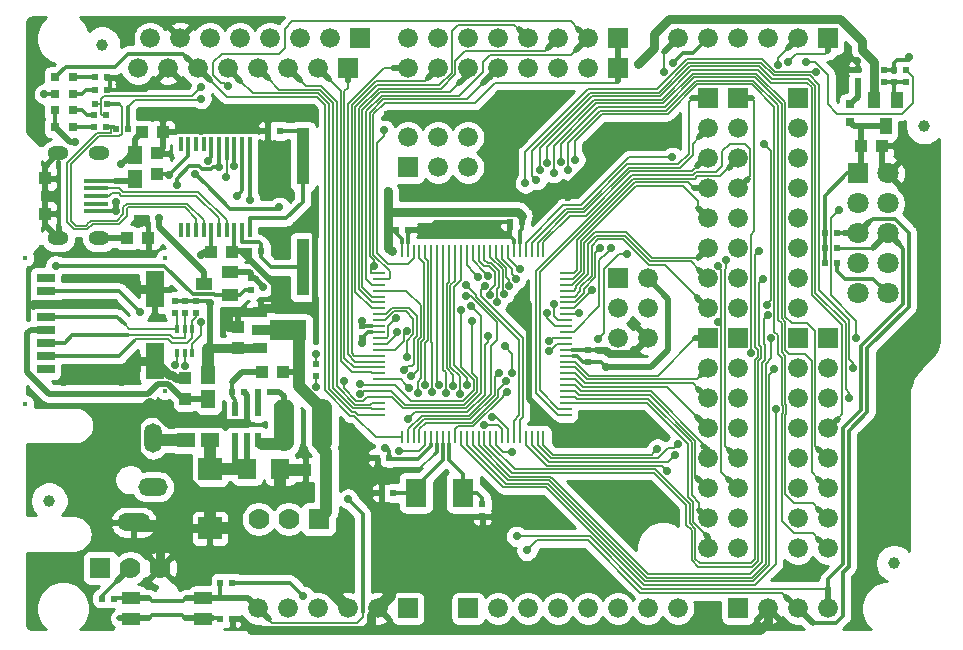
<source format=gbr>
G04 #@! TF.GenerationSoftware,KiCad,Pcbnew,5.1.0-unknown-9bfce26~82~ubuntu18.04.1*
G04 #@! TF.CreationDate,2019-03-14T11:14:55+02:00*
G04 #@! TF.ProjectId,OLIMEXINO-2560_Rev_B,4f4c494d-4558-4494-9e4f-2d323536305f,rev?*
G04 #@! TF.SameCoordinates,Original*
G04 #@! TF.FileFunction,Copper,L1,Top*
G04 #@! TF.FilePolarity,Positive*
%FSLAX46Y46*%
G04 Gerber Fmt 4.6, Leading zero omitted, Abs format (unit mm)*
G04 Created by KiCad (PCBNEW 5.1.0-unknown-9bfce26~82~ubuntu18.04.1) date 2019-03-14 11:14:55*
%MOMM*%
%LPD*%
G04 APERTURE LIST*
%ADD10O,2.500000X1.524000*%
%ADD11O,2.800000X1.524000*%
%ADD12O,1.524000X2.500000*%
%ADD13C,1.676400*%
%ADD14R,1.676400X1.676400*%
%ADD15R,3.125000X1.733000*%
%ADD16R,1.300000X0.900000*%
%ADD17R,1.501900X0.900000*%
%ADD18C,1.778000*%
%ADD19R,1.778000X1.778000*%
%ADD20R,1.000000X0.250000*%
%ADD21R,0.250000X1.000000*%
%ADD22R,2.150000X0.400000*%
%ADD23R,1.000000X1.100000*%
%ADD24O,1.800000X1.200000*%
%ADD25R,0.800000X0.800000*%
%ADD26R,0.550000X0.500000*%
%ADD27R,0.500000X0.550000*%
%ADD28C,1.800000*%
%ADD29R,1.750000X1.750000*%
%ADD30C,0.600000*%
%ADD31O,1.750000X4.500000*%
%ADD32R,1.016000X1.016000*%
%ADD33C,1.000000*%
%ADD34R,1.524000X1.016000*%
%ADD35R,1.524000X1.778000*%
%ADD36R,0.600000X0.600000*%
%ADD37R,2.000000X1.900000*%
%ADD38R,1.270000X1.524000*%
%ADD39R,1.524000X1.270000*%
%ADD40R,1.000000X1.400000*%
%ADD41R,1.400000X1.000000*%
%ADD42R,1.500000X3.100000*%
%ADD43C,0.400000*%
%ADD44R,1.500000X0.800000*%
%ADD45R,1.798320X2.397760*%
%ADD46R,0.550000X1.200000*%
%ADD47R,0.325000X1.270000*%
%ADD48R,1.100000X4.826000*%
%ADD49R,0.330000X0.800000*%
%ADD50C,0.700000*%
%ADD51C,0.152100*%
%ADD52C,0.762000*%
%ADD53C,0.330200*%
%ADD54C,0.177800*%
%ADD55C,1.016000*%
%ADD56C,0.508000*%
%ADD57C,0.254000*%
G04 APERTURE END LIST*
D10*
X34263800Y-81143400D03*
D11*
X32663800Y-84143400D03*
D12*
X34263800Y-77043400D03*
D13*
X45720000Y-91440000D03*
X48260000Y-91440000D03*
D14*
X60960000Y-91440000D03*
D13*
X63500000Y-91440000D03*
X66040000Y-91440000D03*
X68580000Y-91440000D03*
X71120000Y-91440000D03*
X73660000Y-91440000D03*
X34042540Y-43180000D03*
D14*
X73660000Y-43180000D03*
D13*
X71120000Y-43180000D03*
X68580000Y-43180000D03*
X66040000Y-43180000D03*
X63500000Y-43180000D03*
X60960000Y-43180000D03*
X58420000Y-43180000D03*
X55880000Y-43180000D03*
D14*
X51820000Y-43180000D03*
D13*
X49282540Y-43180000D03*
X46742540Y-43180000D03*
X44202540Y-43180000D03*
X41662540Y-43180000D03*
X39122540Y-43180000D03*
X50800000Y-91440000D03*
X53340000Y-91440000D03*
X36582540Y-43180000D03*
X43180000Y-91440000D03*
D14*
X55880000Y-91440000D03*
D13*
X78740000Y-43180000D03*
X88900000Y-43180000D03*
X86360000Y-43180000D03*
X83820000Y-43180000D03*
X81280000Y-43180000D03*
D14*
X91440000Y-43180000D03*
D13*
X78740000Y-91440000D03*
X76200000Y-91440000D03*
X91440000Y-91440000D03*
X88900000Y-91440000D03*
X86360000Y-91440000D03*
D14*
X83820000Y-91440000D03*
D13*
X81280000Y-63500000D03*
X81280000Y-55880000D03*
X81280000Y-66040000D03*
X81280000Y-58420000D03*
X81280000Y-60960000D03*
X81280000Y-50800000D03*
D14*
X81280000Y-48260000D03*
D13*
X81280000Y-53340000D03*
D14*
X83820000Y-48260000D03*
D13*
X83820000Y-63500000D03*
X83820000Y-50800000D03*
X83820000Y-60960000D03*
X83820000Y-58420000D03*
X83820000Y-53340000D03*
X83820000Y-66040000D03*
X83820000Y-55880000D03*
X88900000Y-55880000D03*
X88900000Y-66040000D03*
X88900000Y-53340000D03*
X88900000Y-60960000D03*
X88900000Y-63500000D03*
X88900000Y-50800000D03*
X88900000Y-58420000D03*
D14*
X88900000Y-48260000D03*
D13*
X88900000Y-73660000D03*
D14*
X81280000Y-68580000D03*
D13*
X88900000Y-78740000D03*
X83820000Y-76200000D03*
X81280000Y-83820000D03*
X83820000Y-86360000D03*
X81280000Y-71120000D03*
X88900000Y-83820000D03*
X81280000Y-81280000D03*
X83820000Y-73660000D03*
X83820000Y-81280000D03*
X83820000Y-83820000D03*
X88900000Y-71120000D03*
X81280000Y-78740000D03*
X88900000Y-86360000D03*
X88900000Y-76200000D03*
X83820000Y-71120000D03*
X81280000Y-73660000D03*
X83820000Y-78740000D03*
X81280000Y-86360000D03*
D14*
X88900000Y-68580000D03*
D13*
X81280000Y-76200000D03*
D14*
X83820000Y-68580000D03*
D13*
X88900000Y-81280000D03*
X91440000Y-76200000D03*
X91440000Y-71120000D03*
X91440000Y-86360000D03*
X91440000Y-78740000D03*
X91440000Y-83820000D03*
X91440000Y-81280000D03*
D14*
X91440000Y-68580000D03*
D13*
X91440000Y-73660000D03*
X45722540Y-45720000D03*
X38102540Y-45720000D03*
D14*
X50800000Y-45720000D03*
D13*
X43182540Y-45720000D03*
X48262540Y-45720000D03*
X35562540Y-45720000D03*
X33022540Y-45720000D03*
X40642540Y-45720000D03*
X58420000Y-45720000D03*
X55880000Y-45720000D03*
D14*
X73660000Y-45720000D03*
D13*
X60960000Y-45720000D03*
X63500000Y-45720000D03*
X66040000Y-45720000D03*
X68580000Y-45720000D03*
X71120000Y-45720000D03*
X58420000Y-54102000D03*
X60960000Y-54102000D03*
D14*
X55880000Y-54102000D03*
D13*
X58420000Y-51562000D03*
X60960000Y-51562000D03*
X55880000Y-51562000D03*
X76200000Y-66040000D03*
X76200000Y-68580000D03*
X73660000Y-66040000D03*
X73660000Y-68580000D03*
D14*
X73660000Y-63500000D03*
D13*
X76200000Y-63500000D03*
D15*
X45759000Y-67881500D03*
D16*
X43371500Y-69381500D03*
D17*
X43471500Y-67881500D03*
D16*
X43371500Y-66381500D03*
D18*
X43243500Y-83883500D03*
X45783500Y-83883500D03*
D19*
X48323500Y-83883500D03*
D18*
X34925000Y-88011000D03*
X32385000Y-88011000D03*
D19*
X29845000Y-88011000D03*
D20*
X53463600Y-63037800D03*
X53463600Y-63537800D03*
X53463600Y-64037800D03*
X53463600Y-64537800D03*
X53463600Y-65037800D03*
X53463600Y-65537800D03*
X53463600Y-66037800D03*
X53463600Y-66537800D03*
X53463600Y-67037800D03*
X53463600Y-67537800D03*
X53463600Y-68037800D03*
X53463600Y-68537800D03*
X53463600Y-69037800D03*
X53463600Y-69537800D03*
X53463600Y-70037800D03*
X53463600Y-70537800D03*
X53463600Y-71037800D03*
X53463600Y-71537800D03*
X53463600Y-72037800D03*
X53463600Y-72537800D03*
X53463600Y-73037800D03*
X53463600Y-73537800D03*
X53463600Y-74037800D03*
X53463600Y-74537800D03*
X53463600Y-75037800D03*
D21*
X55363600Y-76937800D03*
X55863600Y-76937800D03*
X56363600Y-76937800D03*
X56863600Y-76937800D03*
X57363600Y-76937800D03*
X57863600Y-76937800D03*
X58363600Y-76937800D03*
X58863600Y-76937800D03*
X59363600Y-76937800D03*
X59863600Y-76937800D03*
X60363600Y-76937800D03*
X60863600Y-76937800D03*
X61363600Y-76937800D03*
X61863600Y-76937800D03*
X62363600Y-76937800D03*
X62863600Y-76937800D03*
X63363600Y-76937800D03*
X63863600Y-76937800D03*
X64363600Y-76937800D03*
X64863600Y-76937800D03*
X65363600Y-76937800D03*
X65863600Y-76937800D03*
X66363600Y-76937800D03*
X66863600Y-76937800D03*
X67363600Y-76937800D03*
D20*
X69263600Y-75037800D03*
X69263600Y-74537800D03*
X69263600Y-74037800D03*
X69263600Y-73537800D03*
X69263600Y-73037800D03*
X69263600Y-72537800D03*
X69263600Y-72037800D03*
X69263600Y-71537800D03*
X69263600Y-71037800D03*
X69263600Y-70537800D03*
X69263600Y-70037800D03*
X69263600Y-69537800D03*
X69263600Y-69037800D03*
X69263600Y-68537800D03*
X69263600Y-68037800D03*
X69263600Y-67537800D03*
X69263600Y-67037800D03*
X69263600Y-66537800D03*
X69263600Y-66037800D03*
X69263600Y-65537800D03*
X69263600Y-65037800D03*
X69263600Y-64537800D03*
X69263600Y-64037800D03*
X69263600Y-63537800D03*
X69263600Y-63037800D03*
D21*
X67363600Y-61137800D03*
X66863600Y-61137800D03*
X66363600Y-61137800D03*
X65863600Y-61137800D03*
X65363600Y-61137800D03*
X64863600Y-61137800D03*
X64363600Y-61137800D03*
X63863600Y-61137800D03*
X63363600Y-61137800D03*
X62863600Y-61137800D03*
X62363600Y-61137800D03*
X61863600Y-61137800D03*
X61363600Y-61137800D03*
X60863600Y-61137800D03*
X60363600Y-61137800D03*
X59863600Y-61137800D03*
X59363600Y-61137800D03*
X58863600Y-61137800D03*
X58363600Y-61137800D03*
X57863600Y-61137800D03*
X57363600Y-61137800D03*
X56863600Y-61137800D03*
X56363600Y-61137800D03*
X55863600Y-61137800D03*
X55363600Y-61137800D03*
D22*
X29440000Y-55215000D03*
X29440000Y-55865000D03*
X29440000Y-56515000D03*
X29440000Y-57165000D03*
X29440000Y-57815000D03*
D23*
X25130000Y-55015000D03*
X25130000Y-58015000D03*
D24*
X26280000Y-52915000D03*
X29750000Y-52915000D03*
X29750000Y-60115000D03*
X26280000Y-60115000D03*
D25*
X93345000Y-48768000D03*
X93345000Y-50292000D03*
X27559001Y-47879000D03*
X26035001Y-47879000D03*
X27559000Y-49276000D03*
X26035000Y-49276000D03*
X27559000Y-50673000D03*
X26035000Y-50673000D03*
X27559001Y-46482000D03*
X26035001Y-46482000D03*
D26*
X93980000Y-45783500D03*
X93980000Y-46799500D03*
D27*
X40957500Y-73088500D03*
X41973500Y-73088500D03*
D26*
X97040700Y-45872400D03*
X97040700Y-46888400D03*
X98044000Y-46875700D03*
X98044000Y-45859700D03*
X42621200Y-64490600D03*
X42621200Y-63474600D03*
D27*
X92202000Y-59690000D03*
X91186000Y-59690000D03*
X92202000Y-60960000D03*
X91186000Y-60960000D03*
X92202000Y-62217300D03*
X91186000Y-62217300D03*
X41021000Y-89255600D03*
X40005000Y-89255600D03*
X30365700Y-46482000D03*
X29349700Y-46482000D03*
X30365700Y-47548800D03*
X29349700Y-47548800D03*
X40005000Y-92303600D03*
X41021000Y-92303600D03*
X32156400Y-50838100D03*
X31140400Y-50838100D03*
X30353000Y-50673000D03*
X29337000Y-50673000D03*
X30340300Y-49669700D03*
X29324300Y-49669700D03*
X29349700Y-48755300D03*
X30365700Y-48755300D03*
D26*
X37934900Y-65405000D03*
X37934900Y-66421000D03*
X37045900Y-65405000D03*
X37045900Y-66421000D03*
X36156900Y-65405000D03*
X36156900Y-66421000D03*
X48133000Y-70739000D03*
X48133000Y-71755000D03*
D28*
X96520000Y-64770000D03*
X93980000Y-64770000D03*
X96520000Y-62230000D03*
X93980000Y-62230000D03*
X96520000Y-59690000D03*
X93980000Y-59690000D03*
X96520000Y-57150000D03*
X93980000Y-57150000D03*
X96520000Y-54610000D03*
D29*
X93980000Y-54610000D03*
D30*
X27965400Y-61175900D03*
X32943800Y-58381900D03*
X53619400Y-80162400D03*
X50673000Y-76377800D03*
X40627300Y-66586100D03*
X88950800Y-88861900D03*
X31750000Y-75577700D03*
X31699200Y-72364600D03*
X26758900Y-72377300D03*
X24587200Y-45656500D03*
X47828200Y-49174400D03*
X54089300Y-49568100D03*
X39611300Y-75488800D03*
X27266900Y-78371700D03*
X27266900Y-81521300D03*
X65646300Y-65125600D03*
X66167000Y-72110600D03*
X65862200Y-82296000D03*
X50634900Y-88214200D03*
D31*
X48615000Y-75946000D03*
X45365000Y-75946000D03*
D30*
X69443600Y-56654700D03*
X70726300Y-81216500D03*
X36322000Y-49580800D03*
X33108900Y-49580800D03*
X31496000Y-47002700D03*
X42595800Y-86956900D03*
X99631500Y-54978300D03*
X99745800Y-63385700D03*
X99695000Y-69227700D03*
X96989900Y-72936100D03*
X97066100Y-82600800D03*
X96977200Y-77457300D03*
X94373700Y-89166700D03*
X55537100Y-86487000D03*
X72301100Y-76276200D03*
X72072500Y-52425600D03*
X63131700Y-49758600D03*
D26*
X96151700Y-45872400D03*
X96151700Y-46888400D03*
D32*
X37020500Y-71945500D03*
X37020500Y-73723500D03*
D33*
X29984700Y-43726100D03*
X25514300Y-82321400D03*
X97053400Y-87630000D03*
X99593400Y-50584100D03*
D34*
X32477000Y-90551000D03*
X38573000Y-90551000D03*
X38573000Y-92329000D03*
X32477000Y-92329000D03*
D27*
X43180000Y-73088500D03*
X44196000Y-73088500D03*
D32*
X34671000Y-52895500D03*
X34671000Y-54673500D03*
D35*
X45085000Y-79629000D03*
X42291000Y-79629000D03*
D32*
X41021000Y-61277500D03*
X39243000Y-61277500D03*
X47180500Y-79692500D03*
X48958500Y-79692500D03*
X41478200Y-67614800D03*
X41478200Y-69392800D03*
X35115500Y-51117500D03*
X33337500Y-51117500D03*
X32118300Y-60071000D03*
X33896300Y-60071000D03*
D27*
X53644800Y-81661000D03*
X54660800Y-81661000D03*
D36*
X42426000Y-61137800D03*
X43426000Y-61137800D03*
X44026200Y-51003200D03*
X45026200Y-51003200D03*
D26*
X62179200Y-83642200D03*
X62179200Y-82626200D03*
D27*
X29972000Y-90614500D03*
X30988000Y-90614500D03*
D37*
X39116000Y-84669000D03*
X39116000Y-79669000D03*
D38*
X32766000Y-55118000D03*
X32766000Y-53086000D03*
X38989000Y-71691499D03*
X38989000Y-73723499D03*
D39*
X39116000Y-77216000D03*
X37084000Y-77216000D03*
D40*
X97276920Y-48399700D03*
X95374460Y-48399700D03*
X96329500Y-50609500D03*
D41*
X40794940Y-64894460D03*
X40794940Y-62992000D03*
X38585140Y-63947040D03*
D42*
X34460000Y-70460000D03*
X34460000Y-64400000D03*
D43*
X23490000Y-61770000D03*
X35290000Y-61770000D03*
X35290000Y-73040000D03*
X23490000Y-74130000D03*
D44*
X25210000Y-63460000D03*
X25210000Y-64560000D03*
X25210000Y-65660000D03*
X25210000Y-66760000D03*
X25210000Y-67860000D03*
X25210000Y-68960000D03*
X25210000Y-70060000D03*
X25210000Y-71160000D03*
D45*
X60545980Y-81661000D03*
X56548020Y-81661000D03*
D32*
X43561000Y-71437500D03*
X45339000Y-71437500D03*
D46*
X43177500Y-77152499D03*
X42227500Y-77152499D03*
X41277500Y-77152499D03*
X41277500Y-74552299D03*
X42227500Y-74552299D03*
X43177500Y-74552299D03*
D47*
X36635500Y-59372500D03*
X37285500Y-59372500D03*
X37935500Y-59372500D03*
X38585500Y-59372500D03*
X39235500Y-59372500D03*
X39885500Y-59372500D03*
X40535500Y-59372500D03*
X41185500Y-59372500D03*
X41835500Y-59372500D03*
X42485500Y-59372500D03*
X42485500Y-52133500D03*
X41835500Y-52133500D03*
X41185500Y-52133500D03*
X40535500Y-52133500D03*
X39885500Y-52133500D03*
X39235500Y-52133500D03*
X38585500Y-52133500D03*
X37935500Y-52133500D03*
X37285500Y-52133500D03*
X36635500Y-52133500D03*
D48*
X46990000Y-62547500D03*
X46990000Y-53149500D03*
D27*
X65506600Y-58724800D03*
X64490600Y-58724800D03*
D26*
X71158100Y-70561200D03*
X71158100Y-69545200D03*
D27*
X54889400Y-59385200D03*
X55905400Y-59385200D03*
X54292500Y-78689200D03*
X53276500Y-78689200D03*
D26*
X52019200Y-67513200D03*
X52019200Y-68529200D03*
D32*
X94234000Y-52260500D03*
X96012000Y-52260500D03*
D49*
X37619700Y-69783200D03*
X36969700Y-69783200D03*
X36319700Y-69783200D03*
X36319700Y-67783200D03*
X36969700Y-67783200D03*
X37619700Y-67783200D03*
D50*
X68999100Y-84213700D03*
X98323400Y-44780200D03*
X31127700Y-56997600D03*
X31127700Y-57823100D03*
X56845200Y-59385198D03*
X93924017Y-45064783D03*
X48056800Y-59436000D03*
X47599600Y-65989200D03*
X27584400Y-65608200D03*
X33045400Y-70434200D03*
X33020000Y-64414400D03*
X24130000Y-65709800D03*
X38328600Y-50977800D03*
X52019200Y-68986400D03*
X34010600Y-74168000D03*
X55123875Y-78102709D03*
X50812700Y-82181700D03*
X62699900Y-68351402D03*
X55867300Y-75399900D03*
X72656700Y-70980300D03*
X47040800Y-90424000D03*
X53962300Y-77876400D03*
X27736800Y-51917600D03*
X35670817Y-54713383D03*
X54508400Y-61214000D03*
X54178200Y-56141900D03*
X52019200Y-67106800D03*
X39154100Y-65582800D03*
X38938200Y-70472300D03*
X37896800Y-54648100D03*
X45008800Y-57480200D03*
X25095200Y-47891700D03*
X75374500Y-45339000D03*
X38354000Y-61544200D03*
X43637200Y-64185800D03*
X46621700Y-69697600D03*
X31597600Y-53835300D03*
X34823400Y-58343800D03*
X26068160Y-62433200D03*
X36296600Y-55565909D03*
X39890700Y-54051200D03*
X38334208Y-67188118D03*
X52984400Y-62445900D03*
X51797299Y-73298399D03*
X61315600Y-67135670D03*
X82133142Y-62465888D03*
X82118200Y-67157600D03*
X37021026Y-70908166D03*
X51857405Y-72420227D03*
X60395688Y-66144956D03*
X36174963Y-70804325D03*
X50457100Y-72174100D03*
X48131311Y-72658389D03*
X61186002Y-65825596D03*
X82852405Y-61945219D03*
X40490127Y-54953175D03*
X41186100Y-53949600D03*
X38976300Y-53517800D03*
X42481500Y-56832500D03*
X41376600Y-56515000D03*
X38379400Y-47256700D03*
X40640000Y-47231300D03*
X38366700Y-48272700D03*
X53873400Y-50952400D03*
X93256100Y-73660000D03*
X67068691Y-54312099D03*
X62825197Y-64902990D03*
X93840300Y-68580000D03*
X90463017Y-46056052D03*
X92417900Y-57670700D03*
X61846929Y-63388498D03*
X65817193Y-55428592D03*
X64479098Y-64134206D03*
X68824347Y-53622065D03*
X65058447Y-63508937D03*
X69431327Y-54320995D03*
X68245896Y-54549776D03*
X63982817Y-64833500D03*
X65371046Y-62715913D03*
X70028712Y-53435263D03*
X66768592Y-55146447D03*
X93535502Y-71120000D03*
X62691097Y-63270238D03*
X67667436Y-53705378D03*
X63434388Y-65499222D03*
X55782313Y-70153262D03*
X86645493Y-68580000D03*
X77838300Y-79819500D03*
X86900582Y-71208900D03*
X64212663Y-72224684D03*
X56185066Y-71767966D03*
X78479378Y-78437713D03*
X87053485Y-74582689D03*
X55524808Y-71228833D03*
X56003739Y-72767360D03*
X64274700Y-73139300D03*
X63627000Y-71513700D03*
X78752700Y-77508100D03*
X55775964Y-67964659D03*
X89585800Y-45148500D03*
X68261860Y-65688760D03*
X60794900Y-65011300D03*
X71506230Y-64441378D03*
X70398718Y-66415864D03*
X73101200Y-60960000D03*
X86029800Y-52108100D03*
X78282800Y-53258574D03*
X86251429Y-65709800D03*
X67640200Y-66433700D03*
X86340982Y-66562213D03*
X74434700Y-61391800D03*
X64719200Y-71513700D03*
X64071500Y-69253100D03*
X72008999Y-68592701D03*
X64731900Y-78193900D03*
X85636102Y-61188600D03*
X72161400Y-60947300D03*
X85979000Y-63538100D03*
X76999178Y-77952600D03*
X84934663Y-69837953D03*
X62339281Y-75935388D03*
X65963800Y-86525100D03*
X63034991Y-75239691D03*
X65082220Y-85336580D03*
X60273454Y-73312550D03*
X60891971Y-72560122D03*
X60819887Y-64031374D03*
X88041817Y-45146137D03*
X67868800Y-69665379D03*
X78308200Y-45300900D03*
X54927500Y-68046600D03*
X54911580Y-66879278D03*
X87236300Y-45424971D03*
X62405925Y-64117974D03*
X67868800Y-68812966D03*
X77566191Y-46058442D03*
X59735060Y-72645103D03*
X59074072Y-73228042D03*
X58495612Y-72521061D03*
X57903540Y-73134295D03*
X57302400Y-72529700D03*
X56723940Y-73223340D03*
X33185102Y-66319400D03*
X48133000Y-69926200D03*
D51*
X52730400Y-81661000D02*
X52730400Y-82981800D01*
X52730400Y-82981800D02*
X54203600Y-84455000D01*
X53644800Y-81661000D02*
X52730400Y-81661000D01*
X52730400Y-81661000D02*
X52730400Y-79819498D01*
X52730400Y-79819498D02*
X53149498Y-79400400D01*
D52*
X34925000Y-84518000D02*
X35076000Y-84669000D01*
X35076000Y-84669000D02*
X39116000Y-84669000D01*
X39114100Y-84670900D02*
X39116000Y-84669000D01*
X34925000Y-88011000D02*
X34925000Y-84518000D01*
X34925000Y-84518000D02*
X32610000Y-84518000D01*
D53*
X58369200Y-77520800D02*
X58369200Y-78155800D01*
X58369200Y-78155800D02*
X58153300Y-78371700D01*
D51*
X58363600Y-76937800D02*
X58363600Y-77457300D01*
X58153300Y-78371700D02*
X56857900Y-79667100D01*
D54*
X55863600Y-61137800D02*
X55863600Y-60544600D01*
X55863600Y-60544600D02*
X55867300Y-60540900D01*
D53*
X71158100Y-69545200D02*
X71767700Y-69545200D01*
X71767700Y-69545200D02*
X71793100Y-69519800D01*
D51*
X69263600Y-69537800D02*
X69811900Y-69537800D01*
X69811900Y-69537800D02*
X71775100Y-69537800D01*
D53*
X71158100Y-69545200D02*
X69819300Y-69545200D01*
X69819300Y-69545200D02*
X69811900Y-69537800D01*
X52019200Y-68529200D02*
X52514500Y-68033900D01*
X52514500Y-68033900D02*
X52857400Y-68033900D01*
D51*
X53463600Y-68037800D02*
X52832000Y-68037800D01*
D53*
X55905400Y-59385200D02*
X55867300Y-59423300D01*
X55867300Y-59423300D02*
X55867300Y-60028500D01*
X55867300Y-60028500D02*
X55867300Y-60540900D01*
X64706500Y-60058300D02*
X64871600Y-60223400D01*
X64871600Y-60223400D02*
X64871600Y-60540900D01*
D51*
X64863600Y-61137800D02*
X64863600Y-60528200D01*
X64706500Y-60058300D02*
X64490600Y-59842400D01*
X64490600Y-59842400D02*
X64490600Y-58724800D01*
D52*
X53340000Y-91440000D02*
X54203600Y-90576400D01*
X54203600Y-90576400D02*
X54203600Y-84455000D01*
D55*
X54368700Y-90411300D02*
X53340000Y-91440000D01*
D52*
X53340000Y-91440000D02*
X52768500Y-92011500D01*
X52768500Y-92011500D02*
X52768500Y-93268800D01*
X52768500Y-93268800D02*
X51788906Y-93268800D01*
D55*
X46151800Y-79692500D02*
X45072300Y-79692500D01*
X45072300Y-79692500D02*
X45072300Y-81788000D01*
X45072300Y-81788000D02*
X39954200Y-81788000D01*
X39954200Y-81788000D02*
X39116000Y-82626200D01*
X39116000Y-82626200D02*
X39116000Y-84669000D01*
X50800000Y-91440000D02*
X47091600Y-87731600D01*
X47091600Y-87731600D02*
X44348400Y-87731600D01*
X44348400Y-87731600D02*
X41285800Y-84669000D01*
X41285800Y-84669000D02*
X39116000Y-84669000D01*
D56*
X44026200Y-51003200D02*
X36614100Y-51003200D01*
D51*
X53644472Y-79400400D02*
X53149498Y-79400400D01*
X56857900Y-79667100D02*
X53911172Y-79667100D01*
D53*
X53225698Y-79324200D02*
X53149498Y-79400400D01*
X53276500Y-79324200D02*
X53225698Y-79324200D01*
D51*
X53911172Y-79667100D02*
X53644472Y-79400400D01*
D53*
X64490600Y-58724800D02*
X58204100Y-58724800D01*
X57545198Y-59385198D02*
X56845200Y-59385198D01*
X58204100Y-58724800D02*
X57545198Y-59383702D01*
X57545198Y-59383702D02*
X57545198Y-59385198D01*
D56*
X69443600Y-56654700D02*
X69443600Y-55714900D01*
X69443600Y-55714900D02*
X72072500Y-53086000D01*
X72072500Y-53086000D02*
X72072500Y-52425600D01*
D53*
X97040700Y-45872400D02*
X97040700Y-45292200D01*
X97040700Y-45292200D02*
X97286000Y-45046900D01*
X97286000Y-45046900D02*
X98056700Y-45046900D01*
X98056700Y-45046900D02*
X98323400Y-44780200D01*
X96151700Y-45872400D02*
X97040700Y-45872400D01*
D56*
X31127700Y-56997600D02*
X31127700Y-57823100D01*
D53*
X29440000Y-57815000D02*
X30845200Y-57815000D01*
X31127700Y-57532500D02*
X31127700Y-57492574D01*
X30845200Y-57815000D02*
X31127700Y-57532500D01*
X31127700Y-57492574D02*
X31127700Y-56997600D01*
X31119600Y-57815000D02*
X31127700Y-57823100D01*
X29440000Y-57815000D02*
X31119600Y-57815000D01*
D52*
X86360000Y-91440000D02*
X86360000Y-92625393D01*
X86360000Y-92625393D02*
X85716593Y-93268800D01*
X85716593Y-93268800D02*
X51788906Y-93268800D01*
X51788906Y-93268800D02*
X42566400Y-93268800D01*
D56*
X66167000Y-73710800D02*
X68732400Y-76276200D01*
X68732400Y-76276200D02*
X72301100Y-76276200D01*
X66167000Y-72110600D02*
X66167000Y-73710800D01*
X65646300Y-65125600D02*
X66167000Y-65646300D01*
X66167000Y-65646300D02*
X66167000Y-72110600D01*
D53*
X56845198Y-59385200D02*
X56845200Y-59385198D01*
X55905400Y-59385200D02*
X56845198Y-59385200D01*
D56*
X76200000Y-68580000D02*
X74955399Y-69824601D01*
X74955399Y-69824601D02*
X73062591Y-69824601D01*
X73062591Y-69824601D02*
X72757790Y-69519800D01*
X72757790Y-69519800D02*
X71793100Y-69519800D01*
D53*
X93980000Y-45120766D02*
X93924017Y-45064783D01*
X93980000Y-45783500D02*
X93980000Y-45120766D01*
X41601200Y-92303600D02*
X42566400Y-93268800D01*
X41021000Y-92303600D02*
X41601200Y-92303600D01*
X30670500Y-46482000D02*
X30670500Y-47548800D01*
X30670500Y-47548800D02*
X33733740Y-47548800D01*
X33733740Y-47548800D02*
X34724341Y-46558199D01*
X34724341Y-46558199D02*
X35562540Y-45720000D01*
X30645100Y-47548800D02*
X30670500Y-47523400D01*
X30670500Y-47523400D02*
X30670500Y-46482000D01*
X30365700Y-47548800D02*
X30645100Y-47548800D01*
X30365700Y-46482000D02*
X30670500Y-46482000D01*
D51*
X53644800Y-81661000D02*
X53644800Y-81636000D01*
D56*
X48056800Y-65532000D02*
X48056800Y-59436000D01*
X47599600Y-65989200D02*
X48056800Y-65532000D01*
X41732200Y-61163200D02*
X44551600Y-63982600D01*
X44551600Y-63982600D02*
X44551600Y-65989200D01*
X41732200Y-61137800D02*
X41160700Y-61137800D01*
X42426000Y-61137800D02*
X41732200Y-61137800D01*
X41732200Y-61137800D02*
X41732200Y-61163200D01*
D55*
X46151800Y-79692500D02*
X45148500Y-79692500D01*
D52*
X27584400Y-65608200D02*
X27533600Y-65659000D01*
X27533600Y-65659000D02*
X25211000Y-65659000D01*
X25211000Y-65659000D02*
X25210000Y-65660000D01*
X34460000Y-70460000D02*
X33071200Y-70460000D01*
X33071200Y-70460000D02*
X33045400Y-70434200D01*
X34460000Y-64400000D02*
X33034400Y-64400000D01*
X33034400Y-64400000D02*
X33020000Y-64414400D01*
X25210000Y-65660000D02*
X24179800Y-65660000D01*
X24179800Y-65660000D02*
X24130000Y-65709800D01*
D56*
X37003618Y-50977800D02*
X37904336Y-50977800D01*
X37904336Y-50977800D02*
X38328600Y-50977800D01*
D53*
X52019200Y-68529200D02*
X52019200Y-68986400D01*
D56*
X41160700Y-61137800D02*
X41021000Y-61277500D01*
X42669460Y-66380360D02*
X40426640Y-66380360D01*
X40426640Y-66380360D02*
X40259000Y-66548000D01*
X96012000Y-52260500D02*
X96012000Y-54102000D01*
X96012000Y-54102000D02*
X96520000Y-54610000D01*
D51*
X71775100Y-69537800D02*
X71793100Y-69519800D01*
D56*
X42227500Y-74552299D02*
X42227500Y-75730100D01*
X42227500Y-74552299D02*
X42227500Y-73342500D01*
X42227500Y-73342500D02*
X41973500Y-73088500D01*
D55*
X45148500Y-79692500D02*
X45085000Y-79629000D01*
D56*
X36322000Y-51003200D02*
X36207700Y-51117500D01*
X36207700Y-51117500D02*
X35115500Y-51117500D01*
X35115500Y-51117500D02*
X35115500Y-52451000D01*
X35115500Y-52451000D02*
X34671000Y-52895500D01*
D53*
X41185500Y-59372500D02*
X41185500Y-61113000D01*
X41185500Y-61113000D02*
X41021000Y-61277500D01*
D55*
X47180500Y-79692500D02*
X46151800Y-79692500D01*
D52*
X43371500Y-66381500D02*
X40831900Y-66381500D01*
X43763800Y-65989200D02*
X43371500Y-66381500D01*
X47599600Y-65989200D02*
X43763800Y-65989200D01*
X40627300Y-67614800D02*
X40627300Y-66586100D01*
X41478200Y-67614800D02*
X40627300Y-67614800D01*
X35646188Y-71646188D02*
X34460000Y-70460000D01*
X37020500Y-71945500D02*
X36206541Y-71945500D01*
X36206541Y-71945500D02*
X35907229Y-71646188D01*
X42227500Y-75730100D02*
X35572700Y-75730100D01*
X35572700Y-75730100D02*
X34360599Y-74517999D01*
X34360599Y-74517999D02*
X34010600Y-74168000D01*
D55*
X32746241Y-78351941D02*
X32746241Y-75432359D01*
X32746241Y-75432359D02*
X33660601Y-74517999D01*
X33769300Y-79375000D02*
X32746241Y-78351941D01*
X39116000Y-82703000D02*
X35788000Y-79375000D01*
X35788000Y-79375000D02*
X33769300Y-79375000D01*
X39116000Y-84669000D02*
X39116000Y-82703000D01*
D52*
X35907229Y-71646188D02*
X35646188Y-71646188D01*
D55*
X33660601Y-74517999D02*
X34010600Y-74168000D01*
D53*
X91186000Y-61565200D02*
X91186000Y-62217300D01*
X91186000Y-59690000D02*
X91186000Y-56489206D01*
X91186000Y-56489206D02*
X93065206Y-54610000D01*
X93065206Y-54610000D02*
X93980000Y-54610000D01*
X91186000Y-60960000D02*
X91186000Y-59690000D01*
X91186000Y-61565200D02*
X91186000Y-60960000D01*
D56*
X96329500Y-50609500D02*
X94208600Y-50609500D01*
X94208600Y-50609500D02*
X93662500Y-50609500D01*
X94234000Y-52260500D02*
X94234000Y-50634900D01*
X94234000Y-50634900D02*
X94208600Y-50609500D01*
X93662500Y-50609500D02*
X93345000Y-50292000D01*
X94234000Y-52260500D02*
X94234000Y-54356000D01*
X94234000Y-54356000D02*
X93980000Y-54610000D01*
X32766000Y-55118000D02*
X32664400Y-55219600D01*
X32664400Y-55219600D02*
X31081500Y-55219600D01*
X31081500Y-55219600D02*
X31076900Y-55215000D01*
D53*
X29440000Y-55215000D02*
X31076900Y-55215000D01*
X31076900Y-55215000D02*
X32669000Y-55215000D01*
X39344600Y-92290000D02*
X39991400Y-92290000D01*
D56*
X38100000Y-92290000D02*
X39344600Y-92290000D01*
X38100000Y-92290000D02*
X37044800Y-92290000D01*
X32950000Y-92290000D02*
X33922600Y-92290000D01*
X32950000Y-92290000D02*
X31444300Y-92290000D01*
D53*
X39991400Y-92290000D02*
X40005000Y-92303600D01*
X33922600Y-92290000D02*
X34213800Y-91998800D01*
X36753600Y-91998800D02*
X37044800Y-92290000D01*
X34213800Y-91998800D02*
X36753600Y-91998800D01*
X40005000Y-89255600D02*
X40005000Y-89860800D01*
X40005000Y-89860800D02*
X40005000Y-90590000D01*
D56*
X38100000Y-90590000D02*
X40005000Y-90590000D01*
X40005000Y-90590000D02*
X42330000Y-90590000D01*
X38100000Y-90590000D02*
X37121200Y-90590000D01*
X32950000Y-90590000D02*
X33948000Y-90590000D01*
D53*
X31813500Y-90590000D02*
X31012500Y-90590000D01*
D56*
X32950000Y-90590000D02*
X31813500Y-90590000D01*
D53*
X31012500Y-90590000D02*
X30988000Y-90614500D01*
D51*
X52044600Y-92151200D02*
X52044600Y-91757500D01*
D53*
X50812700Y-82181700D02*
X52044600Y-83413600D01*
X52044600Y-83413600D02*
X52044600Y-91757500D01*
D51*
X44094400Y-92354400D02*
X44386500Y-92646500D01*
X44386500Y-92646500D02*
X51549300Y-92646500D01*
X51549300Y-92646500D02*
X52044600Y-92151200D01*
X55618849Y-78102709D02*
X55123875Y-78102709D01*
X57363600Y-77589900D02*
X56850791Y-78102709D01*
X57363600Y-76937800D02*
X57363600Y-77589900D01*
X56850791Y-78102709D02*
X55618849Y-78102709D01*
X62699900Y-68846376D02*
X62699900Y-68351402D01*
X60924959Y-74809084D02*
X62383955Y-73350088D01*
X55867300Y-75399900D02*
X56458116Y-74809084D01*
X62383955Y-69162321D02*
X62699900Y-68846376D01*
X62383955Y-73350088D02*
X62383955Y-69162321D01*
X56458116Y-74809084D02*
X60924959Y-74809084D01*
D56*
X43180000Y-91440000D02*
X42330000Y-90590000D01*
X43180000Y-91440000D02*
X44094400Y-92354400D01*
D53*
X33948000Y-90590000D02*
X34188400Y-90830400D01*
X34188400Y-90830400D02*
X36880800Y-90830400D01*
X36880800Y-90830400D02*
X37121200Y-90590000D01*
D56*
X43180000Y-73088500D02*
X43180000Y-74549799D01*
X44196000Y-73088500D02*
X44954000Y-73088500D01*
X45364400Y-75945400D02*
X45365000Y-75946000D01*
X45364400Y-73498900D02*
X45364400Y-75945400D01*
X43177500Y-77152499D02*
X43520401Y-77495400D01*
D55*
X43520401Y-77495400D02*
X44754800Y-77495400D01*
D56*
X44754800Y-77495400D02*
X45365000Y-76885200D01*
X45365000Y-76885200D02*
X45365000Y-75946000D01*
X44954000Y-73088500D02*
X45364400Y-73498900D01*
D53*
X41021000Y-89255600D02*
X45872400Y-89255600D01*
X45872400Y-89255600D02*
X47040800Y-90424000D01*
D56*
X76200000Y-63500000D02*
X77927200Y-65227200D01*
X76466700Y-70980300D02*
X73151674Y-70980300D01*
X73151674Y-70980300D02*
X72656700Y-70980300D01*
D53*
X72306701Y-70630301D02*
X72656700Y-70980300D01*
X71158100Y-70561200D02*
X72237600Y-70561200D01*
D56*
X77927200Y-69519800D02*
X76466700Y-70980300D01*
X77927200Y-65227200D02*
X77927200Y-69519800D01*
D53*
X72237600Y-70561200D02*
X72306701Y-70630301D01*
X65506600Y-58724800D02*
X65506600Y-59330000D01*
X65506600Y-59330000D02*
X65363600Y-59473000D01*
X65363600Y-59473000D02*
X65363600Y-60524900D01*
X65363600Y-60524900D02*
X65366900Y-60528200D01*
X57861200Y-77533500D02*
X57861200Y-77648877D01*
X57861200Y-77648877D02*
X56739867Y-78770210D01*
X56739867Y-78770210D02*
X54373510Y-78770210D01*
X54373510Y-78770210D02*
X54292500Y-78689200D01*
D51*
X57863600Y-76937800D02*
X57863600Y-77470000D01*
D54*
X55363600Y-61137800D02*
X55363600Y-60545200D01*
X55363600Y-60545200D02*
X55359300Y-60540900D01*
D53*
X71158100Y-70561200D02*
X70700900Y-70561200D01*
X70700900Y-70561200D02*
X70177500Y-70037800D01*
X70177500Y-70037800D02*
X69824600Y-70037800D01*
D51*
X69263600Y-70037800D02*
X69824600Y-70037800D01*
D53*
X52019200Y-67513200D02*
X52043800Y-67537800D01*
X52043800Y-67537800D02*
X52856600Y-67537800D01*
X52856600Y-67537800D02*
X52857400Y-67538600D01*
D51*
X53463600Y-67537800D02*
X52793900Y-67537800D01*
D53*
X54889400Y-59385200D02*
X54889400Y-59651900D01*
X54889400Y-59651900D02*
X55372000Y-60134500D01*
X55359300Y-60147200D02*
X55359300Y-60540900D01*
X55372000Y-60134500D02*
X55359300Y-60147200D01*
D51*
X65363600Y-61137800D02*
X65363600Y-60426600D01*
D53*
X54084900Y-77876400D02*
X53962300Y-77876400D01*
X54292500Y-78084000D02*
X54084900Y-77876400D01*
X54292500Y-78689200D02*
X54292500Y-78084000D01*
D56*
X27279600Y-51917600D02*
X27736800Y-51917600D01*
X26035000Y-50673000D02*
X27279600Y-51917600D01*
D52*
X54178200Y-56141900D02*
X54178200Y-57899300D01*
X54178200Y-57899300D02*
X54178200Y-59372500D01*
X65506600Y-58191400D02*
X65227200Y-57912000D01*
X65227200Y-57912000D02*
X54190900Y-57912000D01*
X54190900Y-57912000D02*
X54178200Y-57899300D01*
X54178200Y-59372500D02*
X54178200Y-60858400D01*
D56*
X54889400Y-59385200D02*
X54190900Y-59385200D01*
X54190900Y-59385200D02*
X54178200Y-59372500D01*
D53*
X35630934Y-54673500D02*
X35670817Y-54713383D01*
X34671000Y-54673500D02*
X35630934Y-54673500D01*
X37285500Y-52133500D02*
X37285500Y-53098700D01*
X37285500Y-53098700D02*
X35670817Y-54713383D01*
D52*
X54178200Y-60883800D02*
X54508400Y-61214000D01*
D53*
X65506600Y-58724800D02*
X65506600Y-58191400D01*
D56*
X52019200Y-67513200D02*
X52019200Y-67106800D01*
D53*
X26035000Y-49276000D02*
X26035000Y-50673000D01*
X26035001Y-49275999D02*
X26035000Y-49276000D01*
D56*
X42227500Y-77152499D02*
X42227500Y-79565500D01*
X42227500Y-79565500D02*
X42291000Y-79629000D01*
D55*
X42291000Y-79629000D02*
X41275000Y-79629000D01*
X41275000Y-79629000D02*
X39156000Y-79629000D01*
D56*
X41277500Y-77152499D02*
X41277500Y-78260499D01*
X41277500Y-78260499D02*
X41275000Y-78262999D01*
X41275000Y-78262999D02*
X41275000Y-79629000D01*
D55*
X39156000Y-79629000D02*
X39116000Y-79669000D01*
X39116000Y-77216000D02*
X39116000Y-79669000D01*
D52*
X42251000Y-79669000D02*
X42291000Y-79629000D01*
D54*
X38938200Y-70472300D02*
X38938200Y-69519800D01*
X38938200Y-69519800D02*
X38989000Y-69469000D01*
D53*
X37934900Y-65405000D02*
X38976300Y-65405000D01*
X38976300Y-65405000D02*
X39154100Y-65582800D01*
X37045900Y-65405000D02*
X37934900Y-65405000D01*
X36156900Y-65405000D02*
X37045900Y-65405000D01*
D56*
X39154100Y-66077774D02*
X39154100Y-65582800D01*
X39154100Y-69303900D02*
X39154100Y-66077774D01*
D53*
X45008800Y-57480200D02*
X44907200Y-57581800D01*
X44907200Y-57581800D02*
X40830500Y-57581800D01*
X40830500Y-57581800D02*
X38773100Y-55524400D01*
X38773100Y-55524400D02*
X37896800Y-54648100D01*
D52*
X75374500Y-45339000D02*
X76720700Y-43992800D01*
X76720700Y-43992800D02*
X76720700Y-42811700D01*
X76720700Y-42811700D02*
X77965300Y-41567100D01*
X77965300Y-41567100D02*
X92463622Y-41567100D01*
X94336599Y-44181382D02*
X95343299Y-45188082D01*
X92463622Y-41567100D02*
X94336599Y-43440077D01*
X94336599Y-43440077D02*
X94336599Y-44181382D01*
X95343299Y-45188082D02*
X95343299Y-48368539D01*
X95343299Y-48368539D02*
X95374460Y-48399700D01*
D53*
X26035001Y-47879000D02*
X25107900Y-47879000D01*
X25107900Y-47879000D02*
X25095200Y-47891700D01*
D56*
X39243000Y-61277500D02*
X38620700Y-61277500D01*
X38620700Y-61277500D02*
X38354000Y-61544200D01*
D53*
X39235500Y-59372500D02*
X39235500Y-61270000D01*
X39235500Y-61270000D02*
X39243000Y-61277500D01*
D55*
X38989000Y-69469000D02*
X38989000Y-71691499D01*
D52*
X43370360Y-69382640D02*
X43371500Y-69381500D01*
X41489500Y-69381500D02*
X41478200Y-69392800D01*
X43371500Y-69381500D02*
X41489500Y-69381500D01*
X38989000Y-70421500D02*
X38938200Y-70472300D01*
X41478200Y-69392800D02*
X39065200Y-69392800D01*
X38989000Y-69469000D02*
X38989000Y-70421500D01*
X39065200Y-69392800D02*
X38989000Y-69469000D01*
D56*
X45339000Y-71437500D02*
X46596300Y-71437500D01*
D55*
X46621700Y-69697600D02*
X46621700Y-71412100D01*
D53*
X46596300Y-71437500D02*
X46621700Y-71412100D01*
D55*
X48615000Y-74571000D02*
X48615000Y-75946000D01*
X46621700Y-67881500D02*
X46621700Y-69697600D01*
X48958500Y-79692500D02*
X48958500Y-83248500D01*
X48958500Y-83248500D02*
X48323500Y-83883500D01*
D56*
X40794940Y-62992000D02*
X42477500Y-62992000D01*
X42477500Y-62992000D02*
X42608500Y-63123000D01*
D55*
X48615000Y-75946000D02*
X48615000Y-77850400D01*
X48615000Y-77850400D02*
X48971200Y-78206600D01*
X48971200Y-78206600D02*
X48971200Y-79679800D01*
X48971200Y-79679800D02*
X48958500Y-79692500D01*
X46621700Y-71412100D02*
X46621700Y-72577700D01*
X46621700Y-72577700D02*
X48615000Y-74571000D01*
D52*
X43471500Y-67881500D02*
X45759000Y-67881500D01*
D54*
X42566400Y-62992000D02*
X42477500Y-62992000D01*
X42621200Y-63474600D02*
X42621200Y-63046800D01*
X42621200Y-63046800D02*
X42566400Y-62992000D01*
D56*
X42926000Y-63474600D02*
X42621200Y-63474600D01*
X43637200Y-64185800D02*
X42926000Y-63474600D01*
D53*
X97040700Y-46888400D02*
X97040700Y-48163480D01*
X97040700Y-48163480D02*
X97276920Y-48399700D01*
X97040700Y-46888400D02*
X98056700Y-46888400D01*
X96151700Y-46888400D02*
X97040700Y-46888400D01*
D56*
X32346900Y-53086000D02*
X31897599Y-53535301D01*
X32766000Y-53086000D02*
X32346900Y-53086000D01*
X31897599Y-53535301D02*
X31597600Y-53835300D01*
X34823400Y-59177300D02*
X34823400Y-58343800D01*
X38585140Y-63947040D02*
X38585140Y-62939040D01*
X38585140Y-62939040D02*
X34823400Y-59177300D01*
X33337500Y-51117500D02*
X32766000Y-51689000D01*
X32766000Y-51689000D02*
X32766000Y-53086000D01*
X29750000Y-60115000D02*
X32074300Y-60115000D01*
X32074300Y-60115000D02*
X32118300Y-60071000D01*
X25130000Y-58015000D02*
X25130000Y-58965000D01*
X25130000Y-58965000D02*
X26280000Y-60115000D01*
X25130000Y-55015000D02*
X25130000Y-54065000D01*
X25130000Y-54065000D02*
X26280000Y-52915000D01*
X25130000Y-55015000D02*
X25130000Y-58015000D01*
X29794000Y-60071000D02*
X29750000Y-60115000D01*
D53*
X58851800Y-77533500D02*
X58851800Y-78841600D01*
X58851800Y-78841600D02*
X56548020Y-81145380D01*
X56548020Y-81145380D02*
X56548020Y-81661000D01*
X54660800Y-81661000D02*
X56548020Y-81661000D01*
D51*
X58863600Y-76937800D02*
X58863600Y-77666400D01*
D53*
X41835500Y-59372500D02*
X41835500Y-60452000D01*
X43268800Y-60452000D02*
X41835500Y-60452000D01*
X43426000Y-60609200D02*
X43268800Y-60452000D01*
X44307100Y-62547500D02*
X46990000Y-62547500D01*
X43426000Y-61137800D02*
X43426000Y-61666400D01*
X43426000Y-61666400D02*
X44307100Y-62547500D01*
X43426000Y-61137800D02*
X43426000Y-60609200D01*
X45026200Y-51003200D02*
X46990000Y-51003200D01*
X46990000Y-51003200D02*
X46990000Y-53149500D01*
X46990000Y-53149500D02*
X46990000Y-56997600D01*
X46990000Y-56997600D02*
X45593000Y-58394600D01*
X45593000Y-58394600D02*
X42498200Y-58394600D01*
X42498200Y-58394600D02*
X42485500Y-58407300D01*
X42485500Y-58407300D02*
X42485500Y-59372500D01*
X59359800Y-77533500D02*
X59359800Y-78841600D01*
X59359800Y-78841600D02*
X60545980Y-80027780D01*
X60545980Y-80027780D02*
X60545980Y-81661000D01*
X62179200Y-82064860D02*
X62179200Y-82626200D01*
X60545980Y-81661000D02*
X61775340Y-81661000D01*
X61775340Y-81661000D02*
X62179200Y-82064860D01*
D51*
X59363600Y-76937800D02*
X59363600Y-77666400D01*
X59363600Y-77666400D02*
X59359800Y-77670200D01*
D53*
X31267400Y-89128600D02*
X29972000Y-90424000D01*
X29972000Y-90424000D02*
X29972000Y-90614500D01*
D56*
X32385000Y-88011000D02*
X31267400Y-89128600D01*
X38989000Y-73723499D02*
X37020501Y-73723499D01*
X37020501Y-73723499D02*
X37020500Y-73723500D01*
X23672800Y-71412882D02*
X25513507Y-73253589D01*
X23952000Y-67860000D02*
X23672800Y-68139200D01*
X33885839Y-73253589D02*
X34705831Y-72433599D01*
X34705831Y-72433599D02*
X35581073Y-72433599D01*
X23672800Y-68139200D02*
X23672800Y-71412882D01*
X25513507Y-73253589D02*
X33885839Y-73253589D01*
X35581073Y-72433599D02*
X36870974Y-73723500D01*
X25210000Y-67860000D02*
X23952000Y-67860000D01*
X36870974Y-73723500D02*
X37020500Y-73723500D01*
D51*
X48869490Y-72975827D02*
X51020275Y-75126612D01*
X51020275Y-75126612D02*
X51332866Y-75126612D01*
X51332866Y-75126612D02*
X53144055Y-76937800D01*
X39116000Y-46733460D02*
X40527662Y-48145122D01*
X55086500Y-76937800D02*
X55363600Y-76937800D01*
X48869490Y-48844090D02*
X48869490Y-72975827D01*
X40527662Y-48145122D02*
X48170522Y-48145122D01*
X53144055Y-76937800D02*
X55086500Y-76937800D01*
X48170522Y-48145122D02*
X48869490Y-48844090D01*
D53*
X36845240Y-44462700D02*
X37109400Y-44726860D01*
D56*
X38102540Y-45720000D02*
X37109400Y-44726860D01*
D53*
X26035001Y-46482000D02*
X26949401Y-45567600D01*
X26949401Y-45567600D02*
X31115000Y-45567600D01*
X31115000Y-45567600D02*
X32219900Y-44462700D01*
X32219900Y-44462700D02*
X36845240Y-44462700D01*
D56*
X38102540Y-45720000D02*
X39116000Y-46733460D01*
D53*
X40794940Y-64894460D02*
X39545260Y-64894460D01*
X39545260Y-64894460D02*
X39488299Y-64837499D01*
X39488299Y-64837499D02*
X37677561Y-64837499D01*
X37677561Y-64837499D02*
X35273262Y-62433200D01*
X35273262Y-62433200D02*
X26563134Y-62433200D01*
X26563134Y-62433200D02*
X26068160Y-62433200D01*
X41696640Y-64894460D02*
X42103040Y-64488060D01*
X40794940Y-64894460D02*
X41696640Y-64894460D01*
X42618660Y-64488060D02*
X42621200Y-64490600D01*
X42103040Y-64488060D02*
X42618660Y-64488060D01*
X39890700Y-54051200D02*
X39395726Y-54051200D01*
X39395726Y-54051200D02*
X39230626Y-54216300D01*
X39230626Y-54216300D02*
X38452902Y-54216300D01*
X38217201Y-53980599D02*
X37386936Y-53980599D01*
X38452902Y-54216300D02*
X38217201Y-53980599D01*
X37386936Y-53980599D02*
X36296600Y-55070935D01*
X36296600Y-55070935D02*
X36296600Y-55565909D01*
X39885500Y-52133500D02*
X39885500Y-54046000D01*
X39885500Y-54046000D02*
X39890700Y-54051200D01*
X27559001Y-46482000D02*
X29349700Y-46482000D01*
X28619401Y-47548800D02*
X29349700Y-47548800D01*
X27559001Y-47879000D02*
X28289201Y-47879000D01*
X28289201Y-47879000D02*
X28619401Y-47548800D01*
D56*
X93980000Y-46799500D02*
X93980000Y-48133000D01*
X93980000Y-48133000D02*
X93345000Y-48768000D01*
D53*
X27559000Y-50673000D02*
X29337000Y-50673000D01*
X28321000Y-49276000D02*
X28714700Y-49669700D01*
X28714700Y-49669700D02*
X29324300Y-49669700D01*
X27559000Y-49276000D02*
X28321000Y-49276000D01*
D54*
X37619700Y-69783200D02*
X37619700Y-69022200D01*
X37619700Y-69022200D02*
X38334208Y-68307692D01*
X38334208Y-68307692D02*
X38334208Y-67188118D01*
D51*
X62725299Y-46494700D02*
X62242699Y-46977300D01*
X62242699Y-46977300D02*
X60883510Y-48336489D01*
D56*
X62661800Y-46558199D02*
X62242699Y-46977300D01*
X63500000Y-45720000D02*
X62661800Y-46558199D01*
X63499999Y-45720000D02*
X62725299Y-46494700D01*
X63500000Y-45720000D02*
X63499999Y-45720000D01*
D51*
X53463600Y-63037800D02*
X52743100Y-63037800D01*
X52743100Y-63037800D02*
X52743100Y-62699900D01*
X52743100Y-62699900D02*
X52997100Y-62445900D01*
X52997100Y-62445900D02*
X52984400Y-62445900D01*
X53785368Y-48336489D02*
X52641789Y-49480068D01*
X52641789Y-61633010D02*
X52984400Y-61975621D01*
X52984400Y-61975621D02*
X52984400Y-62445900D01*
X52641789Y-49480068D02*
X52641789Y-61633010D01*
X60883510Y-48336489D02*
X53785368Y-48336489D01*
X53463600Y-73037800D02*
X52057898Y-73037800D01*
X52057898Y-73037800D02*
X51797299Y-73298399D01*
X61315600Y-71514857D02*
X61315600Y-67630644D01*
X61774933Y-71974190D02*
X61315600Y-71514857D01*
X61315600Y-67630644D02*
X61315600Y-67135670D01*
X61774933Y-73097824D02*
X61774933Y-71974190D01*
X55618804Y-74200062D02*
X60672695Y-74200062D01*
X54456542Y-73037800D02*
X55618804Y-74200062D01*
X53463600Y-73037800D02*
X54456542Y-73037800D01*
X60672695Y-74200062D02*
X61774933Y-73097824D01*
X82397600Y-62807587D02*
X82133142Y-62543129D01*
X82397600Y-67157600D02*
X82397600Y-62807587D01*
X82133142Y-62543129D02*
X82133142Y-62465888D01*
D56*
X83820000Y-81280000D02*
X82981801Y-80441801D01*
D51*
X82397600Y-67157600D02*
X82397600Y-79857600D01*
X82118200Y-67157600D02*
X82397600Y-67157600D01*
X82397600Y-79857600D02*
X82981801Y-80441801D01*
X36969700Y-70856840D02*
X37021026Y-70908166D01*
X36969700Y-69783200D02*
X36969700Y-70856840D01*
X51974978Y-72537800D02*
X51857405Y-72420227D01*
X53463600Y-72537800D02*
X51974978Y-72537800D01*
X60395688Y-71025588D02*
X60395688Y-66639930D01*
X61470422Y-72100322D02*
X60395688Y-71025588D01*
X60395688Y-66639930D02*
X60395688Y-66144956D01*
X56122726Y-73895551D02*
X60546563Y-73895551D01*
X60546563Y-73895551D02*
X61470422Y-72971692D01*
X61470422Y-72971692D02*
X61470422Y-72100322D01*
X53463600Y-72537800D02*
X54764975Y-72537800D01*
X54764975Y-72537800D02*
X56122726Y-73895551D01*
X36319700Y-69783200D02*
X36319700Y-70659588D01*
X36319700Y-70659588D02*
X36174963Y-70804325D01*
X50457100Y-72669074D02*
X50457100Y-72174100D01*
X50457100Y-72814310D02*
X50457100Y-72669074D01*
X52414008Y-73537800D02*
X52074957Y-73876851D01*
X51519641Y-73876851D02*
X50457100Y-72814310D01*
X53463600Y-73537800D02*
X52414008Y-73537800D01*
X52074957Y-73876851D02*
X51519641Y-73876851D01*
D54*
X48131311Y-72658389D02*
X48131311Y-71756689D01*
X48131311Y-71756689D02*
X48133000Y-71755000D01*
D51*
X53463600Y-73537800D02*
X54525900Y-73537800D01*
X54525900Y-73537800D02*
X55492672Y-74504573D01*
X55492672Y-74504573D02*
X60798827Y-74504573D01*
X60798827Y-74504573D02*
X62079444Y-73223956D01*
X62079444Y-73223956D02*
X62079444Y-66719038D01*
X62079444Y-66719038D02*
X61536001Y-66175595D01*
X61536001Y-66175595D02*
X61186002Y-65825596D01*
X82727800Y-62781310D02*
X82852405Y-62656705D01*
X83083400Y-78003400D02*
X82727800Y-77647800D01*
X82727800Y-77647800D02*
X82727800Y-62781310D01*
X82852405Y-62440193D02*
X82852405Y-61945219D01*
X82852405Y-62656705D02*
X82852405Y-62440193D01*
D56*
X83820000Y-78740000D02*
X83083400Y-78003400D01*
D51*
X40535500Y-53390800D02*
X40535500Y-54907802D01*
D53*
X40535500Y-52133500D02*
X40535500Y-53390800D01*
D51*
X40535500Y-54907802D02*
X40490127Y-54953175D01*
D53*
X41185500Y-52133500D02*
X41185500Y-53949000D01*
X41185500Y-53949000D02*
X41186100Y-53949600D01*
X39235500Y-52133500D02*
X39235500Y-53258600D01*
X39235500Y-53258600D02*
X38976300Y-53517800D01*
X42485500Y-52133500D02*
X42485500Y-56828500D01*
X42485500Y-56828500D02*
X42481500Y-56832500D01*
X41835500Y-52133500D02*
X41835500Y-53098700D01*
X41835500Y-53098700D02*
X41853601Y-53116801D01*
X41853601Y-53116801D02*
X41853601Y-56037999D01*
X41853601Y-56037999D02*
X41726599Y-56165001D01*
X41726599Y-56165001D02*
X41376600Y-56515000D01*
D51*
X29870400Y-48755300D02*
X29870400Y-48314388D01*
X29870400Y-48314388D02*
X30115288Y-48069500D01*
X30115288Y-48069500D02*
X37566600Y-48069500D01*
X37566600Y-48069500D02*
X38079401Y-47556699D01*
X38079401Y-47556699D02*
X38379400Y-47256700D01*
X29349700Y-48755300D02*
X29870400Y-48755300D01*
X29870400Y-48755300D02*
X29870400Y-49555400D01*
X29870400Y-49555400D02*
X29984700Y-49669700D01*
X29984700Y-49669700D02*
X30340300Y-49669700D01*
X70116700Y-44183300D02*
X69684900Y-44615100D01*
X52811500Y-64037800D02*
X53463600Y-64037800D01*
X69684900Y-44615100D02*
X62826900Y-44615100D01*
X62826900Y-44615100D02*
X62280800Y-45161200D01*
X62280800Y-45161200D02*
X62280800Y-45986700D01*
X53659236Y-48031978D02*
X52337278Y-49353936D01*
X62280800Y-45986700D02*
X60235522Y-48031978D01*
X52337278Y-49353936D02*
X52337278Y-63563578D01*
X60235522Y-48031978D02*
X53659236Y-48031978D01*
X52337278Y-63563578D02*
X52811500Y-64037800D01*
X70294500Y-42354500D02*
X69672200Y-41732200D01*
X69672200Y-41732200D02*
X46075600Y-41732200D01*
X45440600Y-43967400D02*
X44945300Y-44462700D01*
X46075600Y-41732200D02*
X45440600Y-42367200D01*
X39408100Y-46240700D02*
X40098701Y-46931301D01*
X40098701Y-46931301D02*
X40340001Y-46931301D01*
X45440600Y-42367200D02*
X45440600Y-43967400D01*
X44945300Y-44462700D02*
X40157400Y-44462700D01*
X40157400Y-44462700D02*
X39408100Y-45212000D01*
X39408100Y-45212000D02*
X39408100Y-46240700D01*
X40340001Y-46931301D02*
X40640000Y-47231300D01*
D56*
X71120000Y-43180000D02*
X70116700Y-44183300D01*
X71120000Y-43180000D02*
X70294500Y-42354500D01*
D51*
X53406972Y-47422956D02*
X51728256Y-49101672D01*
X67513200Y-44246800D02*
X60731549Y-44246800D01*
X67741801Y-44018199D02*
X67513200Y-44246800D01*
X58671685Y-47422956D02*
X53406972Y-47422956D01*
X51728256Y-49101672D02*
X51728256Y-64385199D01*
X59893349Y-46201292D02*
X58671685Y-47422956D01*
X52880857Y-65537800D02*
X53463600Y-65537800D01*
X59893349Y-45085000D02*
X59893349Y-46201292D01*
X60731549Y-44246800D02*
X59893349Y-45085000D01*
X51728256Y-64385199D02*
X52880857Y-65537800D01*
D56*
X68580000Y-43180000D02*
X67741801Y-44018199D01*
D51*
X58545553Y-47118445D02*
X53280840Y-47118445D01*
X51423745Y-64650045D02*
X52811500Y-66037800D01*
X52811500Y-66037800D02*
X53463600Y-66037800D01*
X59575699Y-42555014D02*
X59575699Y-46088299D01*
X51423745Y-48975540D02*
X51423745Y-64650045D01*
X65252600Y-42392600D02*
X64896711Y-42036711D01*
X59575699Y-46088299D02*
X58545553Y-47118445D01*
X53280840Y-47118445D02*
X51423745Y-48975540D01*
X60094002Y-42036711D02*
X59575699Y-42555014D01*
X64896711Y-42036711D02*
X60094002Y-42036711D01*
D56*
X66040000Y-43180000D02*
X65252600Y-42392600D01*
D51*
X60236100Y-46977300D02*
X59485933Y-47727467D01*
D56*
X60960000Y-45720000D02*
X60960000Y-46253400D01*
X60960000Y-46253400D02*
X60236100Y-46977300D01*
D51*
X59485933Y-47727467D02*
X53533104Y-47727467D01*
X53533104Y-47727467D02*
X52032767Y-49227804D01*
X52032767Y-49227804D02*
X52032767Y-64259067D01*
X52032767Y-64259067D02*
X52811500Y-65037800D01*
X52811500Y-65037800D02*
X53463600Y-65037800D01*
D56*
X73660000Y-43180000D02*
X73660000Y-45720000D01*
D53*
X32156400Y-50838100D02*
X32156400Y-48996600D01*
D51*
X32156400Y-48996600D02*
X32778700Y-48374300D01*
X32778700Y-48374300D02*
X38265100Y-48374300D01*
X38265100Y-48374300D02*
X38366700Y-48272700D01*
X54115700Y-63537800D02*
X53463600Y-63537800D01*
X52946300Y-61506878D02*
X54330600Y-62891178D01*
X63246000Y-46964600D02*
X61569600Y-48641000D01*
X54292800Y-63537800D02*
X54115700Y-63537800D01*
X73660000Y-46786800D02*
X73482200Y-46964600D01*
X54330600Y-63500000D02*
X54292800Y-63537800D01*
X73482200Y-46964600D02*
X63246000Y-46964600D01*
X61569600Y-48641000D02*
X53911500Y-48641000D01*
X53911500Y-48641000D02*
X52946300Y-49606200D01*
X52946300Y-49606200D02*
X52946300Y-61506878D01*
X54330600Y-62891178D02*
X54330600Y-63500000D01*
D56*
X73660000Y-45720000D02*
X73660000Y-46786800D01*
D51*
X53463600Y-70537800D02*
X51412757Y-70537800D01*
D56*
X55880000Y-45720000D02*
X54596248Y-45720000D01*
D51*
X50814723Y-48723276D02*
X53817999Y-45720000D01*
X51412757Y-70537800D02*
X50814723Y-69939766D01*
X50814723Y-69939766D02*
X50814723Y-48723276D01*
X53817999Y-45720000D02*
X54596248Y-45720000D01*
X53463600Y-70037800D02*
X51343400Y-70037800D01*
D56*
X58420000Y-45720000D02*
X57581801Y-46558199D01*
D51*
X51119234Y-48849408D02*
X53154708Y-46813934D01*
X57326066Y-46813934D02*
X57581801Y-46558199D01*
X53154708Y-46813934D02*
X57326066Y-46813934D01*
X51343400Y-70037800D02*
X51119234Y-69813634D01*
X51119234Y-69813634D02*
X51119234Y-48849408D01*
X51114690Y-74790384D02*
X49199701Y-72875395D01*
X53463600Y-75037800D02*
X51674696Y-75037800D01*
X51427280Y-74790384D02*
X51114690Y-74790384D01*
X49199701Y-48743658D02*
X48296654Y-47840611D01*
X48296654Y-47840611D02*
X42763151Y-47840611D01*
X42763151Y-47840611D02*
X41671240Y-46748700D01*
X51674696Y-75037800D02*
X51427280Y-74790384D01*
X49199701Y-72875395D02*
X49199701Y-48743658D01*
D56*
X40642540Y-45720000D02*
X41671240Y-46748700D01*
D51*
X56363600Y-61137800D02*
X56363600Y-61789900D01*
X56363600Y-61789900D02*
X55872700Y-62280800D01*
X55872700Y-62280800D02*
X54229000Y-62280800D01*
X54229000Y-62280800D02*
X53263800Y-61315600D01*
X53263800Y-61315600D02*
X53263800Y-52056974D01*
X53263800Y-52056974D02*
X53873400Y-51447374D01*
X53873400Y-51447374D02*
X53873400Y-50952400D01*
X52811500Y-71537800D02*
X53463600Y-71537800D01*
X51186738Y-71455949D02*
X52729649Y-71455949D01*
X50190334Y-70459545D02*
X51186738Y-71455949D01*
X50190334Y-47647794D02*
X50190334Y-70459545D01*
X52729649Y-71455949D02*
X52811500Y-71537800D01*
X49176940Y-46634400D02*
X50190334Y-47647794D01*
D56*
X48262540Y-45720000D02*
X49100739Y-46558199D01*
X49100739Y-46558199D02*
X49176940Y-46634400D01*
D51*
X53463600Y-74537800D02*
X52811500Y-74537800D01*
X44998640Y-47536100D02*
X44020739Y-46558199D01*
X49529912Y-72774963D02*
X49529912Y-48643226D01*
X52811500Y-74537800D02*
X52759573Y-74485873D01*
X52759573Y-74485873D02*
X51240822Y-74485873D01*
X49529912Y-48643226D02*
X48422786Y-47536100D01*
X51240822Y-74485873D02*
X49529912Y-72774963D01*
X48422786Y-47536100D02*
X44998640Y-47536100D01*
D56*
X43182540Y-45720000D02*
X44020739Y-46558199D01*
D51*
X50800000Y-46786800D02*
X50800000Y-47371000D01*
X50800000Y-47371000D02*
X50510212Y-47660788D01*
X50510212Y-47660788D02*
X50510212Y-70220612D01*
X50510212Y-70220612D02*
X51327400Y-71037800D01*
X51327400Y-71037800D02*
X52811500Y-71037800D01*
X52811500Y-71037800D02*
X53463600Y-71037800D01*
D56*
X50800000Y-45720000D02*
X50800000Y-46786800D01*
D51*
X52811500Y-74037800D02*
X52667938Y-74181362D01*
X51393509Y-74181362D02*
X49860123Y-72647976D01*
X49860123Y-48542794D02*
X48548918Y-47231589D01*
X53463600Y-74037800D02*
X52811500Y-74037800D01*
X52667938Y-74181362D02*
X51393509Y-74181362D01*
X48548918Y-47231589D02*
X47234129Y-47231589D01*
X47234129Y-47231589D02*
X46723300Y-46720760D01*
X49860123Y-72647976D02*
X49860123Y-48542794D01*
D56*
X45722540Y-45720000D02*
X46723300Y-46720760D01*
X45722540Y-45720000D02*
X45722540Y-45900340D01*
D51*
X90385880Y-64728968D02*
X92944349Y-67287437D01*
X92944349Y-67287437D02*
X92944349Y-72853275D01*
X90385880Y-47227625D02*
X90385880Y-64728968D01*
X92944349Y-72853275D02*
X93256100Y-73165026D01*
X86713266Y-46612453D02*
X89770708Y-46612453D01*
X71488715Y-48070945D02*
X77233041Y-48070945D01*
X67068691Y-52490969D02*
X71488715Y-48070945D01*
X67068691Y-54312099D02*
X67068691Y-52490969D01*
X89770708Y-46612453D02*
X90385880Y-47227625D01*
X85644460Y-45543645D02*
X86713266Y-46612453D01*
X77233041Y-48070945D02*
X79760340Y-45543645D01*
X79760340Y-45543645D02*
X85644460Y-45543645D01*
X93256100Y-73165026D02*
X93256100Y-73660000D01*
X61863600Y-61789900D02*
X61863600Y-61137800D01*
X61863600Y-62012099D02*
X61863600Y-61789900D01*
X62329433Y-62477932D02*
X61863600Y-62012099D01*
X62751900Y-62477932D02*
X62329433Y-62477932D01*
X63269557Y-64072147D02*
X63269557Y-62995589D01*
X63269557Y-62995589D02*
X62751900Y-62477932D01*
X62825197Y-64516507D02*
X63269557Y-64072147D01*
X62825197Y-64902990D02*
X62825197Y-64516507D01*
X91516200Y-73583800D02*
X91440000Y-73660000D01*
X79508076Y-44934623D02*
X85896724Y-44934623D01*
X85896724Y-44934623D02*
X86075103Y-45113002D01*
X90410396Y-46003431D02*
X90463017Y-46056052D01*
X86075103Y-45113002D02*
X86965529Y-46003431D01*
X76980777Y-47461923D02*
X79508076Y-44934623D01*
X65817193Y-52788107D02*
X71143377Y-47461923D01*
X71143377Y-47461923D02*
X76980777Y-47461923D01*
X86965529Y-46003431D02*
X90410396Y-46003431D01*
X65817193Y-55428592D02*
X65817193Y-52788107D01*
X92417900Y-57670700D02*
X91668460Y-58420140D01*
X91668460Y-58420140D02*
X91668460Y-64909560D01*
X91668460Y-64909560D02*
X93840300Y-67081400D01*
X93840300Y-67081400D02*
X93840300Y-68085026D01*
X93840300Y-68085026D02*
X93840300Y-68580000D01*
X61496930Y-63038499D02*
X61846929Y-63388498D01*
X60863600Y-62405169D02*
X61496930Y-63038499D01*
X60863600Y-61137800D02*
X60863600Y-62405169D01*
X90055689Y-79895689D02*
X90055688Y-70459588D01*
X87528455Y-66855169D02*
X87528455Y-64225582D01*
X71976146Y-48984478D02*
X68824347Y-52136277D01*
X80138736Y-46457178D02*
X77611437Y-48984478D01*
X87528838Y-48719952D02*
X85266064Y-46457178D01*
X87528838Y-64225199D02*
X87528838Y-48719952D01*
X87832966Y-67159680D02*
X87528455Y-66855169D01*
X87832966Y-69600578D02*
X87832966Y-67159680D01*
X88133188Y-69900800D02*
X87832966Y-69600578D01*
X90601801Y-80441801D02*
X90055689Y-79895689D01*
X68824347Y-52136277D02*
X68824347Y-53127091D01*
X68824347Y-53127091D02*
X68824347Y-53622065D01*
X87528455Y-64225582D02*
X87528838Y-64225199D01*
X90055688Y-70459588D02*
X89496900Y-69900800D01*
X89496900Y-69900800D02*
X88133188Y-69900800D01*
X77611437Y-48984478D02*
X71976146Y-48984478D01*
X85266064Y-46457178D02*
X80138736Y-46457178D01*
X64205149Y-62614184D02*
X64205149Y-63365283D01*
X64479098Y-63639232D02*
X64479098Y-64134206D01*
X63363600Y-61772635D02*
X64205149Y-62614184D01*
X63363600Y-61137800D02*
X63363600Y-61772635D01*
X64205149Y-63365283D02*
X64479098Y-63639232D01*
D56*
X91440000Y-81280000D02*
X90601801Y-80441801D01*
D51*
X87833349Y-74105469D02*
X87936456Y-74208576D01*
X69431327Y-54320995D02*
X69431327Y-52007230D01*
X69431327Y-52007230D02*
X72149568Y-49288989D01*
X77737569Y-49288989D02*
X80264868Y-46761689D01*
X72149568Y-49288989D02*
X77737569Y-49288989D01*
X87528455Y-67285812D02*
X87528455Y-69740465D01*
X90157300Y-82537300D02*
X90601801Y-82981801D01*
X80264868Y-46761689D02*
X85139932Y-46761689D01*
X87223944Y-64099450D02*
X87223944Y-66981301D01*
X85139932Y-46761689D02*
X87224327Y-48846084D01*
X87833349Y-81791993D02*
X88578656Y-82537300D01*
X87224327Y-48846084D02*
X87224327Y-64099067D01*
X87224327Y-64099067D02*
X87223944Y-64099450D01*
X87223944Y-66981301D02*
X87528455Y-67285812D01*
X87528455Y-69740465D02*
X87833349Y-70045359D01*
X87833349Y-70045359D02*
X87833349Y-74105469D01*
X87936456Y-74208576D02*
X87936456Y-74992290D01*
X87936456Y-74992290D02*
X87833349Y-75095397D01*
X87833349Y-75095397D02*
X87833349Y-81791993D01*
X88578656Y-82537300D02*
X90157300Y-82537300D01*
X64704345Y-62682738D02*
X64704345Y-63154835D01*
X64704345Y-63154835D02*
X64708448Y-63158938D01*
X63863600Y-61137800D02*
X63863600Y-61841993D01*
X63863600Y-61841993D02*
X64704345Y-62682738D01*
X64708448Y-63158938D02*
X65058447Y-63508937D01*
D56*
X91440000Y-83820000D02*
X90601801Y-82981801D01*
D51*
X87833349Y-48593820D02*
X85392196Y-46152667D01*
X88366600Y-67259200D02*
X87833349Y-66725949D01*
X68245896Y-54054802D02*
X68245896Y-54549776D01*
X68245896Y-52247740D02*
X68245896Y-54054802D01*
X71813669Y-48679967D02*
X68245896Y-52247740D01*
X80012604Y-46152667D02*
X77485305Y-48679967D01*
X85392196Y-46152667D02*
X80012604Y-46152667D01*
X90373349Y-77673349D02*
X90373349Y-67965737D01*
X90373349Y-67965737D02*
X89666812Y-67259200D01*
X87833349Y-66725949D02*
X87833349Y-48593820D01*
X77485305Y-48679967D02*
X71813669Y-48679967D01*
X89666812Y-67259200D02*
X88366600Y-67259200D01*
X90601801Y-77901801D02*
X90373349Y-77673349D01*
X63900638Y-62740316D02*
X63900638Y-64751321D01*
X62863600Y-61137800D02*
X62863600Y-61703278D01*
X63900638Y-64751321D02*
X63982817Y-64833500D01*
X62863600Y-61703278D02*
X63900638Y-62740316D01*
D56*
X91440000Y-78740000D02*
X90601801Y-77901801D01*
D51*
X86919816Y-63972935D02*
X86919433Y-63973318D01*
X70028712Y-53435263D02*
X70028712Y-51840488D01*
X80391000Y-47066200D02*
X85013800Y-47066200D01*
X70028712Y-51840488D02*
X72275700Y-49593500D01*
X72275700Y-49593500D02*
X77863700Y-49593500D01*
X87223944Y-69902940D02*
X87528838Y-70207834D01*
X77863700Y-49593500D02*
X80391000Y-47066200D01*
X86919433Y-67997832D02*
X87223944Y-68302343D01*
X85013800Y-47066200D02*
X86919816Y-48972216D01*
X86919816Y-48972216D02*
X86919816Y-63972935D01*
X86919433Y-63973318D02*
X86919433Y-67997832D01*
X87223944Y-68302343D02*
X87223944Y-69902940D01*
X87631945Y-74334708D02*
X87631945Y-74866158D01*
X87528838Y-70207834D02*
X87528838Y-74231601D01*
X87528838Y-74231601D02*
X87631945Y-74334708D01*
X87631945Y-74866158D02*
X87515689Y-74982414D01*
X87515689Y-74982414D02*
X87515689Y-84014333D01*
X87515689Y-84014333D02*
X88565956Y-85064600D01*
X88565956Y-85064600D02*
X90144600Y-85064600D01*
X90144600Y-85064600D02*
X90601801Y-85521801D01*
X65289613Y-62715913D02*
X65371046Y-62715913D01*
X64363600Y-61789900D02*
X65289613Y-62715913D01*
X64363600Y-61137800D02*
X64363600Y-61789900D01*
D56*
X91440000Y-86360000D02*
X90601801Y-85521801D01*
D51*
X66418593Y-54796448D02*
X66768592Y-55146447D01*
X85770592Y-45239134D02*
X79634208Y-45239134D01*
X90703540Y-47114642D02*
X89896840Y-46307942D01*
X90703540Y-64491929D02*
X90703540Y-47114642D01*
X77106909Y-47766434D02*
X71326238Y-47766434D01*
X93535502Y-71120000D02*
X93535502Y-70625026D01*
X93261849Y-70351373D02*
X93261849Y-67050238D01*
X71326238Y-47766434D02*
X66418593Y-52674079D01*
X93261849Y-67050238D02*
X90703540Y-64491929D01*
X66418593Y-52674079D02*
X66418593Y-54796448D01*
X79634208Y-45239134D02*
X77106909Y-47766434D01*
X93535502Y-70625026D02*
X93261849Y-70351373D01*
X89896840Y-46307942D02*
X86839397Y-46307942D01*
X86839397Y-46307942D02*
X85770592Y-45239134D01*
X61363600Y-61137800D02*
X61363600Y-61942741D01*
X61363600Y-61942741D02*
X62341098Y-62920239D01*
X62341098Y-62920239D02*
X62691097Y-63270238D01*
X90055669Y-47328057D02*
X89644576Y-46916964D01*
X90055669Y-64896969D02*
X90055669Y-47328057D01*
X92639838Y-67481138D02*
X90055669Y-64896969D01*
X92639838Y-75000162D02*
X92639838Y-67481138D01*
X86587135Y-46916964D02*
X85518328Y-45848156D01*
X79886472Y-45848156D02*
X77359173Y-48375456D01*
X67667436Y-52359212D02*
X67667436Y-53210404D01*
X71651192Y-48375456D02*
X67667436Y-52359212D01*
X85518328Y-45848156D02*
X79886472Y-45848156D01*
X92265500Y-75374500D02*
X92639838Y-75000162D01*
X77359173Y-48375456D02*
X71651192Y-48375456D01*
X89644576Y-46916964D02*
X86587135Y-46916964D01*
X67667436Y-53210404D02*
X67667436Y-53705378D01*
X63403649Y-65468483D02*
X63403649Y-64400877D01*
X63434388Y-65499222D02*
X63403649Y-65468483D01*
X63596127Y-64208399D02*
X63596127Y-62866448D01*
X62630621Y-62173421D02*
X62363600Y-61906400D01*
X62363600Y-61906400D02*
X62363600Y-61137800D01*
X63403649Y-64400877D02*
X63596127Y-64208399D01*
X63596127Y-62866448D02*
X62903100Y-62173421D01*
X62903100Y-62173421D02*
X62630621Y-62173421D01*
D56*
X91440000Y-76200000D02*
X92265500Y-75374500D01*
D51*
X54699243Y-66273549D02*
X55707149Y-66273549D01*
X55821951Y-68774782D02*
X55821951Y-69618650D01*
X56354416Y-68242317D02*
X55821951Y-68774782D01*
X55707149Y-66273549D02*
X56354416Y-66920816D01*
X53463600Y-67037800D02*
X53934992Y-67037800D01*
X56354416Y-66920816D02*
X56354416Y-68242317D01*
X55821951Y-69618650D02*
X55782313Y-69658288D01*
X55782313Y-69658288D02*
X55782313Y-70153262D01*
X53934992Y-67037800D02*
X54699243Y-66273549D01*
X86170523Y-87669396D02*
X86170523Y-70750130D01*
X67828964Y-80582078D02*
X76095795Y-88848911D01*
X64355778Y-80582078D02*
X67828964Y-80582078D01*
X86645493Y-69074974D02*
X86645493Y-68580000D01*
X86645493Y-70275160D02*
X86645493Y-69074974D01*
X84991008Y-88848911D02*
X86170523Y-87669396D01*
X76095795Y-88848911D02*
X84991008Y-88848911D01*
X61363600Y-77589900D02*
X64355778Y-80582078D01*
X86170523Y-70750130D02*
X86645493Y-70275160D01*
X61363600Y-76937800D02*
X61363600Y-77589900D01*
X77796956Y-72716956D02*
X80327500Y-75247500D01*
D56*
X81280000Y-76200000D02*
X80327500Y-75247500D01*
D51*
X69263600Y-72037800D02*
X69992200Y-72037800D01*
X70671356Y-72716956D02*
X77796956Y-72716956D01*
X69992200Y-72037800D02*
X70671356Y-72716956D01*
X77368400Y-79349600D02*
X77488301Y-79469501D01*
X77488301Y-79469501D02*
X77838300Y-79819500D01*
X67623300Y-79349600D02*
X77368400Y-79349600D01*
X65863600Y-77589900D02*
X67623300Y-79349600D01*
X65863600Y-76937800D02*
X65863600Y-77589900D01*
X81140300Y-85219314D02*
X81140300Y-85255100D01*
X76113110Y-74037800D02*
X79565477Y-77490167D01*
X79565477Y-81980792D02*
X80034822Y-82450136D01*
X80034822Y-84113836D02*
X81140300Y-85219314D01*
X69263600Y-74037800D02*
X76113110Y-74037800D01*
X80034822Y-82450136D02*
X80034822Y-84113836D01*
X79565477Y-77490167D02*
X79565477Y-81980792D01*
D56*
X81280000Y-86360000D02*
X81280000Y-85394800D01*
X81280000Y-85394800D02*
X81140300Y-85255100D01*
X81280000Y-73660000D02*
X80441801Y-72821801D01*
D51*
X69263600Y-71537800D02*
X69992200Y-71537800D01*
X70841145Y-72386745D02*
X80006745Y-72386745D01*
X69992200Y-71537800D02*
X70841145Y-72386745D01*
X80006745Y-72386745D02*
X80441801Y-72821801D01*
X64160289Y-80886589D02*
X67702832Y-80886589D01*
X85117140Y-89153422D02*
X86475034Y-87795528D01*
X60863600Y-77589900D02*
X64160289Y-80886589D01*
X86475034Y-71634448D02*
X86550583Y-71558899D01*
X86475034Y-87795528D02*
X86475034Y-71634448D01*
X67702832Y-80886589D02*
X75969664Y-89153422D01*
X60863600Y-76937800D02*
X60863600Y-77589900D01*
X86550583Y-71558899D02*
X86900582Y-71208900D01*
X75969664Y-89153422D02*
X85117140Y-89153422D01*
X56863600Y-76937800D02*
X56863600Y-76285700D01*
X63520768Y-73505204D02*
X63520768Y-72916579D01*
X56863600Y-76285700D02*
X57426683Y-75722617D01*
X61303355Y-75722617D02*
X63520768Y-73505204D01*
X57426683Y-75722617D02*
X61303355Y-75722617D01*
X63862664Y-72574683D02*
X64212663Y-72224684D01*
X63520768Y-72916579D02*
X63862664Y-72574683D01*
X56725662Y-68732356D02*
X56725662Y-71227370D01*
X56725662Y-71227370D02*
X56535065Y-71417967D01*
X55749400Y-64537800D02*
X56963438Y-65751838D01*
X56535065Y-71417967D02*
X56185066Y-71767966D01*
X56963438Y-68494581D02*
X56725662Y-68732356D01*
X53463600Y-64537800D02*
X55749400Y-64537800D01*
X56963438Y-65751838D02*
X56963438Y-68494581D01*
X70501567Y-73047167D02*
X76439806Y-73047167D01*
X69992200Y-72537800D02*
X70501567Y-73047167D01*
X69263600Y-72537800D02*
X69992200Y-72537800D01*
X80899000Y-77506361D02*
X80899000Y-77647800D01*
X76439806Y-73047167D02*
X80899000Y-77506361D01*
D56*
X81280000Y-78740000D02*
X81280000Y-78028800D01*
X81280000Y-78028800D02*
X80899000Y-77647800D01*
D51*
X77872869Y-79044222D02*
X78129379Y-78787712D01*
X67817922Y-79044222D02*
X77872869Y-79044222D01*
X66363600Y-77589900D02*
X67817922Y-79044222D01*
X78129379Y-78787712D02*
X78479378Y-78437713D01*
X66363600Y-76937800D02*
X66363600Y-77589900D01*
X85243272Y-89457933D02*
X87053485Y-87647718D01*
X60363600Y-76937800D02*
X60363600Y-77589900D01*
X67576700Y-81191100D02*
X75843533Y-89457933D01*
X60363600Y-77589900D02*
X63964800Y-81191100D01*
X63964800Y-81191100D02*
X67576700Y-81191100D01*
X75843533Y-89457933D02*
X85243272Y-89457933D01*
X87053485Y-87647718D02*
X87053485Y-75077663D01*
X87053485Y-75077663D02*
X87053485Y-74582689D01*
X80213349Y-80213349D02*
X80391000Y-80391000D01*
D56*
X81280000Y-81280000D02*
X80391000Y-80391000D01*
D51*
X69263600Y-73037800D02*
X69992200Y-73037800D01*
X69992200Y-73037800D02*
X70331778Y-73377378D01*
X70331778Y-73377378D02*
X76339374Y-73377378D01*
X76339374Y-73377378D02*
X80213349Y-77251353D01*
X80213349Y-77251353D02*
X80213349Y-80213349D01*
X56599530Y-68427845D02*
X56400411Y-68626964D01*
X56658927Y-68368449D02*
X56599530Y-68427845D01*
X55948738Y-65969038D02*
X56658927Y-66679227D01*
X54573111Y-65969038D02*
X55948738Y-65969038D01*
X53463600Y-66537800D02*
X54004349Y-66537800D01*
X56255632Y-70878834D02*
X55874807Y-70878834D01*
X55874807Y-70878834D02*
X55524808Y-71228833D01*
X56658927Y-66679227D02*
X56658927Y-68368449D01*
X54004349Y-66537800D02*
X54573111Y-65969038D01*
X56400411Y-70734055D02*
X56255632Y-70878834D01*
X56400411Y-68626964D02*
X56400411Y-70734055D01*
X80441801Y-71958199D02*
X80683100Y-71716900D01*
D56*
X81280000Y-71120000D02*
X80683100Y-71716900D01*
D51*
X71010934Y-72056534D02*
X80343466Y-72056534D01*
X69992200Y-71037800D02*
X71010934Y-72056534D01*
X80343466Y-72056534D02*
X80441801Y-71958199D01*
X69263600Y-71037800D02*
X69992200Y-71037800D01*
X53463600Y-72037800D02*
X55274179Y-72037800D01*
X55653740Y-72417361D02*
X56003739Y-72767360D01*
X55274179Y-72037800D02*
X55653740Y-72417361D01*
D53*
X92202000Y-62217300D02*
X92202000Y-62852300D01*
X92202000Y-62852300D02*
X92902199Y-63552499D01*
X92902199Y-63552499D02*
X95302499Y-63552499D01*
X95302499Y-63552499D02*
X95620001Y-63870001D01*
X95620001Y-63870001D02*
X96520000Y-64770000D01*
D51*
X76238942Y-73707589D02*
X79895688Y-77364335D01*
X70161989Y-73707589D02*
X76238942Y-73707589D01*
X69992200Y-73537800D02*
X70161989Y-73707589D01*
X79895688Y-81880359D02*
X80530700Y-82515371D01*
X69263600Y-73537800D02*
X69992200Y-73537800D01*
X80530700Y-82515371D02*
X80530700Y-83070700D01*
X79895688Y-77364335D02*
X79895688Y-81880359D01*
D56*
X81280000Y-83820000D02*
X80530700Y-83070700D01*
D51*
X63924701Y-73531914D02*
X63924701Y-73489299D01*
X60122172Y-76027128D02*
X61429487Y-76027128D01*
X59863600Y-76285700D02*
X60122172Y-76027128D01*
X59863600Y-76937800D02*
X59863600Y-76285700D01*
X63924701Y-73489299D02*
X64274700Y-73139300D01*
X61429487Y-76027128D02*
X63924701Y-73531914D01*
X63216257Y-73379072D02*
X63216257Y-71924443D01*
X56363600Y-76937800D02*
X56363600Y-76285700D01*
X56363600Y-76285700D02*
X57231194Y-75418106D01*
X57231194Y-75418106D02*
X61177223Y-75418106D01*
X61177223Y-75418106D02*
X63216257Y-73379072D01*
X63216257Y-71924443D02*
X63277001Y-71863699D01*
X63277001Y-71863699D02*
X63627000Y-71513700D01*
D56*
X81280000Y-68580000D02*
X80213200Y-68580000D01*
D51*
X77066877Y-71726323D02*
X80213200Y-68580000D01*
X71180723Y-71726323D02*
X77066877Y-71726323D01*
X69992200Y-70537800D02*
X71180723Y-71726323D01*
X69263600Y-70537800D02*
X69992200Y-70537800D01*
X78402701Y-77858099D02*
X78752700Y-77508100D01*
X77038815Y-78739711D02*
X77920427Y-77858099D01*
X67996668Y-78739711D02*
X77038815Y-78739711D01*
X77920427Y-77858099D02*
X78402701Y-77858099D01*
X66863600Y-76937800D02*
X66863600Y-77606643D01*
X66863600Y-77606643D02*
X67996668Y-78739711D01*
X54802608Y-69537800D02*
X55515498Y-68824910D01*
X55515498Y-68225125D02*
X55775964Y-67964659D01*
X55515498Y-68824910D02*
X55515498Y-68225125D01*
X53463600Y-69537800D02*
X54802608Y-69537800D01*
X89585800Y-45148500D02*
X90376039Y-45148500D01*
X90376039Y-45148500D02*
X91465400Y-46237861D01*
X91465400Y-46237861D02*
X91465400Y-48768000D01*
X91465400Y-48768000D02*
X92240100Y-49542700D01*
X92240100Y-49542700D02*
X97745132Y-49542700D01*
X97745132Y-49542700D02*
X98666300Y-48621532D01*
X98666300Y-48621532D02*
X98666300Y-46457000D01*
X98666300Y-46457000D02*
X98069000Y-45859700D01*
X98069000Y-45859700D02*
X98044000Y-45859700D01*
X68611500Y-67037800D02*
X68261860Y-66688160D01*
X68261860Y-66183734D02*
X68261860Y-65688760D01*
X68261860Y-66688160D02*
X68261860Y-66183734D01*
X69263600Y-67037800D02*
X68611500Y-67037800D01*
X57035705Y-75113595D02*
X61051091Y-75113595D01*
X62884368Y-73280318D02*
X62884368Y-69228442D01*
X55863600Y-76285700D02*
X57035705Y-75113595D01*
X55863600Y-76937800D02*
X55863600Y-76285700D01*
X63393452Y-67214994D02*
X61189758Y-65011300D01*
X61051091Y-75113595D02*
X62884368Y-73280318D01*
X61189758Y-65011300D02*
X60794900Y-65011300D01*
X63393452Y-68719358D02*
X63393452Y-67214994D01*
X62884368Y-69228442D02*
X63393452Y-68719358D01*
X69263600Y-66037800D02*
X69920672Y-66037800D01*
X69920672Y-66037800D02*
X71506230Y-64452242D01*
X71506230Y-64452242D02*
X71506230Y-64441378D01*
X70276782Y-66537800D02*
X70398718Y-66415864D01*
X69263600Y-66537800D02*
X70276782Y-66537800D01*
X72084682Y-61976518D02*
X72751201Y-61309999D01*
X72751201Y-61309999D02*
X73101200Y-60960000D01*
X72084682Y-65868818D02*
X72084682Y-61976518D01*
X69263600Y-68037800D02*
X69915700Y-68037800D01*
X69915700Y-68037800D02*
X72084682Y-65868818D01*
X86379799Y-52458099D02*
X86029800Y-52108100D01*
X86601428Y-52679728D02*
X86379799Y-52458099D01*
X86601428Y-65359801D02*
X86601428Y-52679728D01*
X86251429Y-65709800D02*
X86601428Y-65359801D01*
X74564121Y-53258574D02*
X77787826Y-53258574D01*
X70519717Y-57302978D02*
X74564121Y-53258574D01*
X69046322Y-57302978D02*
X70519717Y-57302978D01*
X65863600Y-61137800D02*
X65863600Y-60485700D01*
X65863600Y-60485700D02*
X69046322Y-57302978D01*
X77787826Y-53258574D02*
X78282800Y-53258574D01*
X67640200Y-66433700D02*
X67640200Y-66857964D01*
X67640200Y-66857964D02*
X68320036Y-67537800D01*
X68535000Y-67537800D02*
X69263600Y-67537800D01*
X68320036Y-67537800D02*
X68535000Y-67537800D01*
X84658199Y-55041801D02*
X84886651Y-54813349D01*
X74839764Y-54750567D02*
X66751200Y-62839131D01*
X84886651Y-54813349D02*
X84886651Y-52539751D01*
X84455000Y-52108100D02*
X83121500Y-52108100D01*
X83121500Y-52108100D02*
X82511900Y-52717700D01*
X84886651Y-52539751D02*
X84455000Y-52108100D01*
X82511900Y-52717700D02*
X82511900Y-53965798D01*
X82511900Y-53965798D02*
X81968860Y-54508838D01*
X81968860Y-54508838D02*
X80267500Y-54508838D01*
X80267500Y-54508838D02*
X80025771Y-54750567D01*
X66751200Y-73177500D02*
X68611500Y-75037800D01*
X80025771Y-54750567D02*
X74839764Y-54750567D01*
X66751200Y-62839131D02*
X66751200Y-73177500D01*
X68611500Y-75037800D02*
X69263600Y-75037800D01*
D56*
X83820000Y-55880000D02*
X84658199Y-55041801D01*
D51*
X85990983Y-69038018D02*
X85990983Y-66912212D01*
X86122136Y-70367874D02*
X86122136Y-69169171D01*
X85866012Y-87543264D02*
X85866012Y-70623998D01*
X85866012Y-70623998D02*
X86122136Y-70367874D01*
X76221926Y-88544400D02*
X84864876Y-88544400D01*
X67955096Y-80277567D02*
X68133475Y-80455947D01*
X64551267Y-80277567D02*
X67955096Y-80277567D01*
X68133475Y-80455947D02*
X76221926Y-88544400D01*
X61863600Y-76937800D02*
X61863600Y-77589900D01*
X85990983Y-66912212D02*
X86340982Y-66562213D01*
X61863600Y-77589900D02*
X64551267Y-80277567D01*
X84864876Y-88544400D02*
X85866012Y-87543264D01*
X86122136Y-69169171D02*
X85990983Y-69038018D01*
X67055711Y-72982011D02*
X67055711Y-62965263D01*
X67055711Y-62965263D02*
X74965896Y-55055078D01*
X82981801Y-54178199D02*
X83820000Y-53340000D01*
X69263600Y-74537800D02*
X68611500Y-74537800D01*
X68611500Y-74537800D02*
X67055711Y-72982011D01*
X74965896Y-55055078D02*
X80151903Y-55055078D01*
X80151903Y-55055078D02*
X80393632Y-54813349D01*
X80393632Y-54813349D02*
X82346651Y-54813349D01*
X82346651Y-54813349D02*
X82981801Y-54178199D01*
D56*
X83820000Y-53340000D02*
X83032600Y-54127400D01*
D51*
X73939726Y-61391800D02*
X74434700Y-61391800D01*
X72008999Y-68592701D02*
X72460599Y-68141101D01*
X73761926Y-61391800D02*
X73939726Y-61391800D01*
X72460599Y-68141101D02*
X72460599Y-62693127D01*
X72460599Y-62693127D02*
X73761926Y-61391800D01*
X64719200Y-71018726D02*
X64719200Y-71513700D01*
X64719200Y-69900800D02*
X64719200Y-71018726D01*
X64071500Y-69253100D02*
X64719200Y-69900800D01*
X63363600Y-77589900D02*
X63967600Y-78193900D01*
X64307636Y-78193900D02*
X64731900Y-78193900D01*
X63967600Y-78193900D02*
X64307636Y-78193900D01*
X63363600Y-76937800D02*
X63363600Y-77589900D01*
X79730311Y-82576268D02*
X76808732Y-79654689D01*
X80200211Y-84709868D02*
X79730311Y-84239968D01*
X62863600Y-77589900D02*
X62863600Y-76937800D01*
X79730311Y-84239968D02*
X79730311Y-82576268D01*
X85286103Y-69333285D02*
X85513114Y-69560296D01*
X76808732Y-79654689D02*
X64928389Y-79654689D01*
X85513114Y-70115610D02*
X85256990Y-70371734D01*
X80594489Y-87630289D02*
X80200211Y-87236011D01*
X84917701Y-87630289D02*
X80594489Y-87630289D01*
X85256990Y-70371734D02*
X85256990Y-87291000D01*
X85636102Y-61188600D02*
X85286103Y-61538599D01*
X80200211Y-87236011D02*
X80200211Y-84709868D01*
X85286103Y-61538599D02*
X85286103Y-69333285D01*
X85256990Y-87291000D02*
X84917701Y-87630289D01*
X85513114Y-69560296D02*
X85513114Y-70115610D01*
X64928389Y-79654689D02*
X62863600Y-77589900D01*
X71740855Y-61367845D02*
X71811401Y-61297299D01*
X71740855Y-63388686D02*
X71740855Y-61367845D01*
X69263600Y-65537800D02*
X69990030Y-65537800D01*
X70751700Y-64776130D02*
X70751700Y-64377841D01*
X71811401Y-61297299D02*
X72161400Y-60947300D01*
X69990030Y-65537800D02*
X70751700Y-64776130D01*
X70751700Y-64377841D02*
X71740855Y-63388686D01*
X79425800Y-82702400D02*
X76682600Y-79959200D01*
X79895700Y-87362143D02*
X79895700Y-84836000D01*
X79895700Y-84836000D02*
X79425800Y-84366100D01*
X85629001Y-69143024D02*
X85817625Y-69331648D01*
X85979000Y-63538100D02*
X85629001Y-63888099D01*
X85629001Y-63888099D02*
X85629001Y-69143024D01*
X85817625Y-69331648D02*
X85817625Y-70241742D01*
X85817625Y-70241742D02*
X85561501Y-70497866D01*
X85561501Y-70497866D02*
X85561501Y-87417132D01*
X85561501Y-87417132D02*
X85043833Y-87934800D01*
X85043833Y-87934800D02*
X80468357Y-87934800D01*
X80468357Y-87934800D02*
X79895700Y-87362143D01*
X79425800Y-84366100D02*
X79425800Y-82702400D01*
X76682600Y-79959200D02*
X64732900Y-79959200D01*
X64732900Y-79959200D02*
X62363600Y-77589900D01*
X62363600Y-77589900D02*
X62363600Y-76937800D01*
D56*
X83820000Y-48260000D02*
X84988400Y-48260000D01*
D51*
X84934663Y-69837953D02*
X84934663Y-59784749D01*
X84934663Y-59784749D02*
X85217000Y-59502412D01*
X85217000Y-48488600D02*
X84988400Y-48260000D01*
X85217000Y-59502412D02*
X85217000Y-48488600D01*
X67363600Y-76937800D02*
X67363600Y-77637900D01*
X68160900Y-78435200D02*
X76516578Y-78435200D01*
X67363600Y-77637900D02*
X68160900Y-78435200D01*
X76516578Y-78435200D02*
X76649179Y-78302599D01*
X76649179Y-78302599D02*
X76999178Y-77952600D01*
X80441801Y-54178199D02*
X80167495Y-54178199D01*
X67363600Y-60485700D02*
X67363600Y-61137800D01*
X67363600Y-60436500D02*
X67363600Y-60485700D01*
X69583300Y-58216800D02*
X67363600Y-60436500D01*
X74713632Y-54446056D02*
X70942889Y-58216800D01*
X79899638Y-54446056D02*
X74713632Y-54446056D01*
X80167495Y-54178199D02*
X79899638Y-54446056D01*
X81280000Y-53340000D02*
X80441801Y-54178199D01*
X70942889Y-58216800D02*
X69583300Y-58216800D01*
D56*
X81254600Y-53352700D02*
X80962500Y-53352700D01*
X80962500Y-53352700D02*
X80340200Y-53975000D01*
X81280000Y-48260000D02*
X79933800Y-48260000D01*
D51*
X66363600Y-61137800D02*
X66363600Y-60485700D01*
X66363600Y-60485700D02*
X69241811Y-57607489D01*
X69241811Y-57607489D02*
X70690913Y-57607489D01*
X79667100Y-52943614D02*
X79667100Y-48526700D01*
X70690913Y-57607489D02*
X74461368Y-53837034D01*
X74461368Y-53837034D02*
X78773680Y-53837034D01*
X79667100Y-48526700D02*
X79933800Y-48260000D01*
X78773680Y-53837034D02*
X79667100Y-52943614D01*
X80518000Y-51562000D02*
X79984600Y-52095400D01*
X79984600Y-52095400D02*
X79984600Y-53056756D01*
X79984600Y-53056756D02*
X78899811Y-54141545D01*
X78899811Y-54141545D02*
X74587500Y-54141545D01*
X74587500Y-54141545D02*
X70817046Y-57912000D01*
X70817046Y-57912000D02*
X69437300Y-57912000D01*
X69437300Y-57912000D02*
X66863600Y-60485700D01*
X66863600Y-60485700D02*
X66863600Y-61137800D01*
D56*
X81280000Y-50800000D02*
X80518000Y-51562000D01*
D51*
X80480189Y-61759811D02*
X76545505Y-61759811D01*
X76545505Y-61759811D02*
X74380420Y-59594726D01*
X74380420Y-59594726D02*
X71720378Y-59594726D01*
X71720378Y-59594726D02*
X70827322Y-60487782D01*
X70827322Y-60487782D02*
X70827322Y-63005278D01*
X70827322Y-63005278D02*
X69794800Y-64037800D01*
X69794800Y-64037800D02*
X69263600Y-64037800D01*
D56*
X80480189Y-61759811D02*
X81280000Y-60960000D01*
D51*
X69263600Y-63537800D02*
X69863000Y-63537800D01*
X69863000Y-63537800D02*
X70522811Y-62877989D01*
X75220361Y-55664100D02*
X79184500Y-55664100D01*
X70522811Y-62877989D02*
X70522811Y-60361650D01*
X70522811Y-60361650D02*
X75220361Y-55664100D01*
X79184500Y-55664100D02*
X80429100Y-56908700D01*
X80429100Y-56908700D02*
X80429100Y-57569100D01*
D56*
X81280000Y-58420000D02*
X80429100Y-57569100D01*
D51*
X71436344Y-63262554D02*
X70447189Y-64251709D01*
X76293241Y-62368833D02*
X74128156Y-60203748D01*
X70447189Y-64582811D02*
X69992200Y-65037800D01*
X74128156Y-60203748D02*
X71972642Y-60203748D01*
X69915700Y-65037800D02*
X69263600Y-65037800D01*
X71436344Y-60740046D02*
X71436344Y-63262554D01*
X77608833Y-62368833D02*
X76293241Y-62368833D01*
X80340200Y-65100200D02*
X77608833Y-62368833D01*
X71972642Y-60203748D02*
X71436344Y-60740046D01*
X69992200Y-65037800D02*
X69915700Y-65037800D01*
X70447189Y-64251709D02*
X70447189Y-64582811D01*
D56*
X81280000Y-66040000D02*
X80441801Y-65201801D01*
X80441801Y-65201801D02*
X80340200Y-65100200D01*
D51*
X69263600Y-63037800D02*
X69931200Y-63037800D01*
X69931200Y-63037800D02*
X70218300Y-62750700D01*
X70218300Y-62750700D02*
X70218300Y-60235518D01*
X70218300Y-60235518D02*
X75094229Y-55359589D01*
X75094229Y-55359589D02*
X79574196Y-55359589D01*
X79574196Y-55359589D02*
X80094607Y-55880000D01*
D56*
X81280000Y-55880000D02*
X80094607Y-55880000D01*
D51*
X80556100Y-62776100D02*
X79844322Y-62064322D01*
X70142100Y-64126155D02*
X70142100Y-64350900D01*
X79844322Y-62064322D02*
X76419373Y-62064322D01*
X76419373Y-62064322D02*
X74254288Y-59899237D01*
X74254288Y-59899237D02*
X71846510Y-59899237D01*
X71846510Y-59899237D02*
X71131833Y-60613914D01*
X71131833Y-60613914D02*
X71131833Y-63136422D01*
X71131833Y-63136422D02*
X70142100Y-64126155D01*
X70142100Y-64350900D02*
X69955200Y-64537800D01*
X69955200Y-64537800D02*
X69263600Y-64537800D01*
D56*
X81280000Y-63500000D02*
X80556100Y-62776100D01*
D53*
X98285300Y-65887600D02*
X94767400Y-69405500D01*
X92710009Y-88391991D02*
X92710009Y-92087691D01*
X93205300Y-76377800D02*
X93205300Y-87896700D01*
X95237300Y-58432700D02*
X97091500Y-58432700D01*
X98285300Y-59626500D02*
X98285300Y-65887600D01*
X94919800Y-58750200D02*
X95237300Y-58432700D01*
X97091500Y-58432700D02*
X98285300Y-59626500D01*
X94767400Y-69405500D02*
X94767400Y-74815700D01*
X94767400Y-74815700D02*
X93205300Y-76377800D01*
X93205300Y-87896700D02*
X92710009Y-88391991D01*
X92710009Y-92087691D02*
X92087700Y-92710000D01*
X92087700Y-92710000D02*
X90170000Y-92710000D01*
D56*
X92824300Y-59677300D02*
X93967300Y-59677300D01*
D53*
X92202000Y-59690000D02*
X92811600Y-59690000D01*
X92811600Y-59690000D02*
X92824300Y-59677300D01*
D56*
X88900000Y-91440000D02*
X90170000Y-92710000D01*
D54*
X87591900Y-90131900D02*
X87934800Y-90474800D01*
D56*
X88900000Y-91440000D02*
X87934800Y-90474800D01*
D54*
X65963800Y-86525100D02*
X66814700Y-85674200D01*
X66814700Y-85674200D02*
X71107300Y-85674200D01*
X71107300Y-85674200D02*
X75565000Y-90131900D01*
X75565000Y-90131900D02*
X87591900Y-90131900D01*
D51*
X62834255Y-75935388D02*
X62339281Y-75935388D01*
X63513288Y-75935388D02*
X62834255Y-75935388D01*
X63863600Y-76285700D02*
X63513288Y-75935388D01*
X63863600Y-76937800D02*
X63863600Y-76285700D01*
D56*
X93967300Y-59677300D02*
X93980000Y-59690000D01*
X93980000Y-59690000D02*
X94919800Y-58750200D01*
D53*
X91440000Y-88979486D02*
X91440000Y-89712800D01*
X92722689Y-87696797D02*
X91440000Y-88979486D01*
X92722689Y-76177896D02*
X92722689Y-87696797D01*
X94284789Y-74615797D02*
X92722689Y-76177896D01*
X97802689Y-60972689D02*
X97802689Y-65687697D01*
X97434400Y-60604400D02*
X97802689Y-60972689D01*
X97802689Y-65687697D02*
X94284789Y-69205596D01*
X94284789Y-69205596D02*
X94284789Y-74615797D01*
D54*
X65082220Y-85336580D02*
X71273366Y-85336580D01*
X75712079Y-89775293D02*
X91377507Y-89775293D01*
X71273366Y-85336580D02*
X75712079Y-89775293D01*
X91377507Y-89775293D02*
X91440000Y-89712800D01*
D51*
X64363600Y-76285700D02*
X63317591Y-75239691D01*
X63317591Y-75239691D02*
X63034991Y-75239691D01*
X64363600Y-76937800D02*
X64363600Y-76285700D01*
D56*
X96520000Y-59690000D02*
X97434400Y-60604400D01*
X91440000Y-91440000D02*
X91440000Y-89712800D01*
D57*
X92202000Y-60960000D02*
X95250000Y-60960000D01*
D56*
X95250000Y-60960000D02*
X96520000Y-59690000D01*
D51*
X60313511Y-73272493D02*
X60273454Y-73312550D01*
X60313511Y-71804697D02*
X60313511Y-73272493D01*
X59472622Y-70963808D02*
X60313511Y-71804697D01*
X59863600Y-61137800D02*
X59863600Y-63707024D01*
X59472622Y-64098001D02*
X59472622Y-70963808D01*
X59863600Y-63707024D02*
X59472622Y-64098001D01*
X60891971Y-71952514D02*
X60891971Y-72065148D01*
X60363600Y-61137800D02*
X60363600Y-63637666D01*
X60363600Y-63637666D02*
X59777133Y-64224133D01*
X59777133Y-64224133D02*
X59777133Y-70837676D01*
X59777133Y-70837676D02*
X60891971Y-71952514D01*
X60891971Y-72065148D02*
X60891971Y-72560122D01*
X64863600Y-76937800D02*
X64863600Y-75547600D01*
X64863600Y-75547600D02*
X65323051Y-75088149D01*
X61671200Y-64882687D02*
X60819887Y-64031374D01*
X65323051Y-75088149D02*
X65323051Y-68713951D01*
X65323051Y-68713951D02*
X61671200Y-65062100D01*
X61671200Y-65062100D02*
X61671200Y-64882687D01*
X91224100Y-44462700D02*
X88734900Y-44462700D01*
X88734900Y-44462700D02*
X88051463Y-45146137D01*
X88051463Y-45146137D02*
X88041817Y-45146137D01*
D56*
X91440000Y-43180000D02*
X91440000Y-44246800D01*
D51*
X91440000Y-44246800D02*
X91224100Y-44462700D01*
X68218799Y-69315380D02*
X67868800Y-69665379D01*
X69263600Y-69037800D02*
X68496379Y-69037800D01*
X68496379Y-69037800D02*
X68218799Y-69315380D01*
D53*
X78308200Y-45300900D02*
X79197200Y-44411900D01*
X79197200Y-44411900D02*
X80048100Y-44411900D01*
X80048100Y-44411900D02*
X81280000Y-43180000D01*
D51*
X54115700Y-69037800D02*
X54927500Y-68226000D01*
X54927500Y-68226000D02*
X54927500Y-68046600D01*
X53463600Y-69037800D02*
X54115700Y-69037800D01*
X54115700Y-68537800D02*
X54234749Y-68418751D01*
X54561581Y-67229277D02*
X54911580Y-66879278D01*
X54234749Y-67556109D02*
X54561581Y-67229277D01*
X53463600Y-68537800D02*
X54115700Y-68537800D01*
X54234749Y-68418751D02*
X54234749Y-67556109D01*
X62055926Y-64467973D02*
X62405925Y-64117974D01*
X62055926Y-64989829D02*
X62055926Y-64467973D01*
X65627562Y-68561465D02*
X62055926Y-64989829D01*
X65363600Y-75478242D02*
X65627562Y-75214281D01*
X65363600Y-76937800D02*
X65363600Y-75478242D01*
X65627562Y-75214281D02*
X65627562Y-68561465D01*
X88061801Y-44018199D02*
X87236300Y-44843700D01*
X87236300Y-44929997D02*
X87236300Y-45424971D01*
X87236300Y-44843700D02*
X87236300Y-44929997D01*
D56*
X88900000Y-43180000D02*
X88061801Y-44018199D01*
D51*
X68143966Y-68537800D02*
X67868800Y-68812966D01*
X69263600Y-68537800D02*
X68143966Y-68537800D01*
X77566191Y-44353809D02*
X77566191Y-45563468D01*
X77566191Y-45563468D02*
X77566191Y-46058442D01*
X77584300Y-44335700D02*
X77566191Y-44353809D01*
D56*
X78740000Y-43180000D02*
X77901801Y-44018199D01*
X77901801Y-44018199D02*
X77584300Y-44335700D01*
D51*
X59735060Y-72150129D02*
X59735060Y-72645103D01*
X59735060Y-71656889D02*
X59735060Y-72150129D01*
X59363600Y-61137800D02*
X59363600Y-63776380D01*
X59363600Y-63776380D02*
X59168111Y-63971869D01*
X59168111Y-63971869D02*
X59168111Y-71089940D01*
X59168111Y-71089940D02*
X59735060Y-71656889D01*
X58863600Y-61137800D02*
X58863600Y-71216072D01*
X58863600Y-71216072D02*
X59074072Y-71426544D01*
X59074072Y-71426544D02*
X59074072Y-72733068D01*
X59074072Y-72733068D02*
X59074072Y-73228042D01*
X58363600Y-61137800D02*
X58363600Y-72389049D01*
X58363600Y-72389049D02*
X58495612Y-72521061D01*
X57863600Y-61789900D02*
X57876970Y-61803270D01*
X57903540Y-72639321D02*
X57903540Y-73134295D01*
X57876970Y-68872979D02*
X57903540Y-68899549D01*
X57863600Y-61137800D02*
X57863600Y-61789900D01*
X57903540Y-68899549D02*
X57903540Y-72639321D01*
X57876970Y-61803270D02*
X57876970Y-68872979D01*
X57572460Y-61998760D02*
X57572460Y-68746845D01*
X57572460Y-68746845D02*
X57363600Y-68955704D01*
X57363600Y-61137800D02*
X57363600Y-61789900D01*
X57363600Y-61789900D02*
X57572460Y-61998760D01*
X57363600Y-68955704D02*
X57363600Y-72468500D01*
X57363600Y-72468500D02*
X57302400Y-72529700D01*
X56723940Y-72249768D02*
X56723940Y-72728366D01*
X57030173Y-68858488D02*
X57030173Y-71943535D01*
X57030173Y-71943535D02*
X56723940Y-72249768D01*
X57267949Y-68620713D02*
X57030173Y-68858488D01*
X57267949Y-62194249D02*
X57267949Y-68620713D01*
X56863600Y-61789900D02*
X57267949Y-62194249D01*
X56863600Y-61137800D02*
X56863600Y-61789900D01*
X56723940Y-72728366D02*
X56723940Y-73223340D01*
D56*
X43561000Y-71437500D02*
X41821100Y-71437500D01*
X41821100Y-71437500D02*
X40957500Y-72301100D01*
D53*
X40957500Y-73088500D02*
X40957500Y-72301100D01*
X41277500Y-74552299D02*
X41277500Y-73764100D01*
X41277500Y-73764100D02*
X40957500Y-73444100D01*
X40957500Y-73444100D02*
X40957500Y-73088500D01*
D54*
X31757329Y-56157209D02*
X38133009Y-56157209D01*
X38133009Y-56157209D02*
X40535500Y-58559700D01*
X40535500Y-58559700D02*
X40535500Y-59372500D01*
X31465120Y-55865000D02*
X31757329Y-56157209D01*
X29440000Y-55865000D02*
X31465120Y-55865000D01*
X39885500Y-58427500D02*
X39885500Y-58559700D01*
X30595472Y-56515000D02*
X30818474Y-56291998D01*
X31609128Y-56515000D02*
X37973000Y-56515000D01*
X30818474Y-56291998D02*
X31386126Y-56291998D01*
X39885500Y-58559700D02*
X39885500Y-59372500D01*
X29440000Y-56515000D02*
X30595472Y-56515000D01*
X37973000Y-56515000D02*
X39885500Y-58427500D01*
X31386126Y-56291998D02*
X31609128Y-56515000D01*
D51*
X37935500Y-59372500D02*
X37935500Y-58446000D01*
X29565600Y-51181000D02*
X30746700Y-51181000D01*
X37935500Y-58446000D02*
X36969411Y-57479911D01*
X31429588Y-58902600D02*
X29199577Y-58902600D01*
X30746700Y-50673000D02*
X30353000Y-50673000D01*
X36969411Y-57479911D02*
X32215377Y-57479911D01*
X29199577Y-58902600D02*
X28755366Y-59346811D01*
X32215377Y-57479911D02*
X32093049Y-57602239D01*
X32093049Y-57602239D02*
X32093049Y-58239139D01*
X27038300Y-58749043D02*
X27038300Y-53708300D01*
X27038300Y-53708300D02*
X29565600Y-51181000D01*
X32093049Y-58239139D02*
X31429588Y-58902600D01*
X27636068Y-59346811D02*
X27038300Y-58749043D01*
X28755366Y-59346811D02*
X27636068Y-59346811D01*
X30746700Y-51181000D02*
X30746700Y-50673000D01*
D53*
X30353000Y-50673000D02*
X30975300Y-50673000D01*
X30975300Y-50673000D02*
X31140400Y-50838100D01*
D51*
X31665099Y-49013299D02*
X31407100Y-48755300D01*
X27342811Y-58622911D02*
X27342811Y-53850570D01*
X31665099Y-51249613D02*
X31665099Y-49013299D01*
X29707870Y-51485511D02*
X31429201Y-51485511D01*
X27762200Y-59042300D02*
X27342811Y-58622911D01*
X27342811Y-53850570D02*
X29707870Y-51485511D01*
X28629234Y-59042300D02*
X27762200Y-59042300D01*
X28718134Y-58953400D02*
X28629234Y-59042300D01*
X31429201Y-51485511D02*
X31665099Y-51249613D01*
X29073445Y-58598089D02*
X28755366Y-58916168D01*
X31788538Y-58076662D02*
X31267111Y-58598089D01*
X32089245Y-57175400D02*
X31788538Y-57476107D01*
X31788538Y-57476107D02*
X31788538Y-58076662D01*
X31267111Y-58598089D02*
X29073445Y-58598089D01*
X37175500Y-57175400D02*
X32089245Y-57175400D01*
X38585500Y-58585400D02*
X37175500Y-57175400D01*
X38585500Y-59372500D02*
X38585500Y-58585400D01*
X28755366Y-58916168D02*
X28718134Y-58953400D01*
D53*
X30365700Y-48755300D02*
X31407100Y-48755300D01*
D51*
X28718134Y-58953400D02*
X28702654Y-58968880D01*
D55*
X34510000Y-77218000D02*
X37082000Y-77218000D01*
X37082000Y-77218000D02*
X37084000Y-77216000D01*
D54*
X37619700Y-67783200D02*
X37619700Y-67066400D01*
X37619700Y-67066400D02*
X37934900Y-66751200D01*
X37934900Y-66751200D02*
X37934900Y-66421000D01*
X32702500Y-68783200D02*
X32817001Y-68668699D01*
X32817001Y-68668699D02*
X35588871Y-68668699D01*
X37619700Y-68511000D02*
X37619700Y-67783200D01*
X35588871Y-68668699D02*
X35912071Y-68991899D01*
X35912071Y-68991899D02*
X37138801Y-68991899D01*
X37138801Y-68991899D02*
X37619700Y-68511000D01*
D53*
X31425700Y-70060000D02*
X32702500Y-68783200D01*
X25210000Y-70060000D02*
X31425700Y-70060000D01*
D54*
X36969700Y-67783200D02*
X36969700Y-66497200D01*
X36969700Y-66497200D02*
X37045900Y-66421000D01*
X32214692Y-68313300D02*
X35700458Y-68313300D01*
X35961659Y-68574501D02*
X36906199Y-68574501D01*
X35700458Y-68313300D02*
X35961659Y-68574501D01*
X36906199Y-68574501D02*
X36969700Y-68511000D01*
X36969700Y-68511000D02*
X36969700Y-67783200D01*
D53*
X25210000Y-68960000D02*
X26823400Y-68960000D01*
X26823400Y-68960000D02*
X27470100Y-68313300D01*
X27470100Y-68313300D02*
X32214692Y-68313300D01*
D54*
X36319700Y-67783200D02*
X36319700Y-66583800D01*
X36319700Y-66583800D02*
X36156900Y-66421000D01*
X31899096Y-67382896D02*
X32299400Y-67783200D01*
X32299400Y-67783200D02*
X36319700Y-67783200D01*
D53*
X31276200Y-66760000D02*
X31899096Y-67382896D01*
X25210000Y-66760000D02*
X31276200Y-66760000D01*
D54*
X48133000Y-70739000D02*
X48133000Y-69926200D01*
D53*
X25210000Y-64560000D02*
X31425702Y-64560000D01*
X31425702Y-64560000D02*
X32835103Y-65969401D01*
X32835103Y-65969401D02*
X33185102Y-66319400D01*
D57*
G36*
X24854013Y-73851331D02*
G01*
X24881848Y-73885248D01*
X24915765Y-73913083D01*
X24915766Y-73913084D01*
X24939925Y-73932911D01*
X25017216Y-73996342D01*
X25151711Y-74068231D01*
X25169331Y-74077649D01*
X25171656Y-74078892D01*
X25256201Y-74104538D01*
X25339232Y-74129725D01*
X25355832Y-74131360D01*
X25469840Y-74142589D01*
X25469847Y-74142589D01*
X25513507Y-74146889D01*
X25557167Y-74142589D01*
X33842178Y-74142589D01*
X33885838Y-74146889D01*
X33929498Y-74142589D01*
X33929506Y-74142589D01*
X34060113Y-74129725D01*
X34227690Y-74078892D01*
X34382130Y-73996342D01*
X34517498Y-73885248D01*
X34545341Y-73851321D01*
X34732898Y-73663766D01*
X34757719Y-73688587D01*
X34894479Y-73779967D01*
X35046440Y-73842911D01*
X35207760Y-73875000D01*
X35372240Y-73875000D01*
X35533560Y-73842911D01*
X35674691Y-73784453D01*
X35874428Y-73984190D01*
X35874428Y-74231500D01*
X35886688Y-74355982D01*
X35922998Y-74475680D01*
X35981963Y-74585994D01*
X36061315Y-74682685D01*
X36158006Y-74762037D01*
X36268320Y-74821002D01*
X36388018Y-74857312D01*
X36512500Y-74869572D01*
X37528500Y-74869572D01*
X37652982Y-74857312D01*
X37772680Y-74821002D01*
X37804283Y-74804110D01*
X37823463Y-74839993D01*
X37902815Y-74936684D01*
X37999506Y-75016036D01*
X38109820Y-75075001D01*
X38229518Y-75111311D01*
X38354000Y-75123571D01*
X39624000Y-75123571D01*
X39748482Y-75111311D01*
X39868180Y-75075001D01*
X39978494Y-75016036D01*
X40075185Y-74936684D01*
X40154537Y-74839993D01*
X40213502Y-74729679D01*
X40249812Y-74609981D01*
X40262072Y-74485499D01*
X40262072Y-73840340D01*
X40289023Y-73890762D01*
X40329802Y-73940451D01*
X40364428Y-73982643D01*
X40364428Y-75152299D01*
X40376688Y-75276781D01*
X40412998Y-75396479D01*
X40471963Y-75506793D01*
X40551315Y-75603484D01*
X40648006Y-75682836D01*
X40758320Y-75741801D01*
X40878018Y-75778111D01*
X41002500Y-75790371D01*
X41552500Y-75790371D01*
X41676982Y-75778111D01*
X41752646Y-75755159D01*
X41824354Y-75777371D01*
X41941750Y-75787299D01*
X42100500Y-75628549D01*
X42100500Y-75474123D01*
X42142002Y-75396479D01*
X42178312Y-75276781D01*
X42190572Y-75152299D01*
X42190572Y-74405299D01*
X42264428Y-74405299D01*
X42264428Y-75152299D01*
X42276688Y-75276781D01*
X42312998Y-75396479D01*
X42354500Y-75474123D01*
X42354500Y-75628549D01*
X42513250Y-75787299D01*
X42630646Y-75777371D01*
X42702354Y-75755159D01*
X42778018Y-75778111D01*
X42902500Y-75790371D01*
X43452500Y-75790371D01*
X43576982Y-75778111D01*
X43696680Y-75741801D01*
X43806994Y-75682836D01*
X43855000Y-75643438D01*
X43855001Y-76061360D01*
X43806994Y-76021962D01*
X43696680Y-75962997D01*
X43576982Y-75926687D01*
X43452500Y-75914427D01*
X42902500Y-75914427D01*
X42778018Y-75926687D01*
X42702500Y-75949595D01*
X42626982Y-75926687D01*
X42502500Y-75914427D01*
X41952500Y-75914427D01*
X41828018Y-75926687D01*
X41752500Y-75949595D01*
X41676982Y-75926687D01*
X41552500Y-75914427D01*
X41002500Y-75914427D01*
X40878018Y-75926687D01*
X40758320Y-75962997D01*
X40648006Y-76021962D01*
X40551315Y-76101314D01*
X40471963Y-76198005D01*
X40432633Y-76271585D01*
X40408537Y-76226506D01*
X40329185Y-76129815D01*
X40232494Y-76050463D01*
X40122180Y-75991498D01*
X40002482Y-75955188D01*
X39878000Y-75942928D01*
X38354000Y-75942928D01*
X38229518Y-75955188D01*
X38109820Y-75991498D01*
X38100000Y-75996747D01*
X38090180Y-75991498D01*
X37970482Y-75955188D01*
X37846000Y-75942928D01*
X36322000Y-75942928D01*
X36197518Y-75955188D01*
X36077820Y-75991498D01*
X35967506Y-76050463D01*
X35937607Y-76075000D01*
X35577933Y-76075000D01*
X35560704Y-76018205D01*
X35430983Y-75775513D01*
X35256408Y-75562792D01*
X35043687Y-75388217D01*
X34800995Y-75258496D01*
X34537660Y-75178614D01*
X34263800Y-75151641D01*
X33989941Y-75178614D01*
X33726606Y-75258496D01*
X33483914Y-75388217D01*
X33271193Y-75562792D01*
X33096617Y-75775513D01*
X32966896Y-76018205D01*
X32887014Y-76281540D01*
X32866800Y-76486775D01*
X32866800Y-77600024D01*
X32887014Y-77805259D01*
X32966896Y-78068594D01*
X33096617Y-78311286D01*
X33271192Y-78524007D01*
X33483913Y-78698583D01*
X33726605Y-78828304D01*
X33989940Y-78908186D01*
X34263800Y-78935159D01*
X34537659Y-78908186D01*
X34800994Y-78828304D01*
X35043686Y-78698583D01*
X35256407Y-78524008D01*
X35390185Y-78361000D01*
X35942482Y-78361000D01*
X35967506Y-78381537D01*
X36077820Y-78440502D01*
X36197518Y-78476812D01*
X36322000Y-78489072D01*
X37522175Y-78489072D01*
X37490188Y-78594518D01*
X37477928Y-78719000D01*
X37477928Y-80619000D01*
X37490188Y-80743482D01*
X37526498Y-80863180D01*
X37585463Y-80973494D01*
X37664815Y-81070185D01*
X37761506Y-81149537D01*
X37871820Y-81208502D01*
X37991518Y-81244812D01*
X38116000Y-81257072D01*
X40116000Y-81257072D01*
X40240482Y-81244812D01*
X40360180Y-81208502D01*
X40470494Y-81149537D01*
X40567185Y-81070185D01*
X40646537Y-80973494D01*
X40705502Y-80863180D01*
X40733161Y-80772000D01*
X40944747Y-80772000D01*
X40998463Y-80872494D01*
X41077815Y-80969185D01*
X41174506Y-81048537D01*
X41284820Y-81107502D01*
X41404518Y-81143812D01*
X41529000Y-81156072D01*
X43053000Y-81156072D01*
X43177482Y-81143812D01*
X43297180Y-81107502D01*
X43407494Y-81048537D01*
X43504185Y-80969185D01*
X43583537Y-80872494D01*
X43642502Y-80762180D01*
X43678812Y-80642482D01*
X43688000Y-80549192D01*
X43697188Y-80642482D01*
X43733498Y-80762180D01*
X43792463Y-80872494D01*
X43871815Y-80969185D01*
X43968506Y-81048537D01*
X44078820Y-81107502D01*
X44198518Y-81143812D01*
X44323000Y-81156072D01*
X44799250Y-81153000D01*
X44958000Y-80994250D01*
X44958000Y-79756000D01*
X45212000Y-79756000D01*
X45212000Y-80994250D01*
X45370750Y-81153000D01*
X45847000Y-81156072D01*
X45971482Y-81143812D01*
X46091180Y-81107502D01*
X46201494Y-81048537D01*
X46298185Y-80969185D01*
X46377537Y-80872494D01*
X46423117Y-80787221D01*
X46428320Y-80790002D01*
X46548018Y-80826312D01*
X46672500Y-80838572D01*
X46894750Y-80835500D01*
X47053500Y-80676750D01*
X47053500Y-79819500D01*
X46386750Y-79819500D01*
X46323250Y-79756000D01*
X45212000Y-79756000D01*
X44958000Y-79756000D01*
X44938000Y-79756000D01*
X44938000Y-79502000D01*
X44958000Y-79502000D01*
X44958000Y-79482000D01*
X45212000Y-79482000D01*
X45212000Y-79502000D01*
X46132750Y-79502000D01*
X46196250Y-79565500D01*
X47053500Y-79565500D01*
X47053500Y-78708250D01*
X46894750Y-78549500D01*
X46672500Y-78546428D01*
X46548018Y-78558688D01*
X46463363Y-78584368D01*
X46436502Y-78495820D01*
X46399059Y-78425771D01*
X46437897Y-78393897D01*
X46626594Y-78163970D01*
X46766808Y-77901648D01*
X46853151Y-77617012D01*
X46875000Y-77395178D01*
X46875000Y-74496822D01*
X46869605Y-74442051D01*
X47105000Y-74677446D01*
X47105001Y-77395178D01*
X47126850Y-77617012D01*
X47213193Y-77901648D01*
X47353407Y-78163970D01*
X47542104Y-78393897D01*
X47665539Y-78495198D01*
X47709261Y-78548473D01*
X47688500Y-78546428D01*
X47466250Y-78549500D01*
X47307500Y-78708250D01*
X47307500Y-79565500D01*
X47327500Y-79565500D01*
X47327500Y-79819500D01*
X47307500Y-79819500D01*
X47307500Y-80676750D01*
X47466250Y-80835500D01*
X47688500Y-80838572D01*
X47812982Y-80826312D01*
X47815500Y-80825548D01*
X47815501Y-82356428D01*
X47434500Y-82356428D01*
X47310018Y-82368688D01*
X47190320Y-82404998D01*
X47080006Y-82463963D01*
X46983315Y-82543315D01*
X46903963Y-82640006D01*
X46844998Y-82750320D01*
X46835824Y-82780563D01*
X46754993Y-82699732D01*
X46505385Y-82532949D01*
X46228034Y-82418066D01*
X45933601Y-82359500D01*
X45633399Y-82359500D01*
X45338966Y-82418066D01*
X45061615Y-82532949D01*
X44812007Y-82699732D01*
X44599732Y-82912007D01*
X44513500Y-83041062D01*
X44427268Y-82912007D01*
X44214993Y-82699732D01*
X43965385Y-82532949D01*
X43688034Y-82418066D01*
X43393601Y-82359500D01*
X43093399Y-82359500D01*
X42798966Y-82418066D01*
X42521615Y-82532949D01*
X42272007Y-82699732D01*
X42059732Y-82912007D01*
X41892949Y-83161615D01*
X41778066Y-83438966D01*
X41719500Y-83733399D01*
X41719500Y-84033601D01*
X41778066Y-84328034D01*
X41892949Y-84605385D01*
X42059732Y-84854993D01*
X42272007Y-85067268D01*
X42521615Y-85234051D01*
X42798966Y-85348934D01*
X43093399Y-85407500D01*
X43393601Y-85407500D01*
X43688034Y-85348934D01*
X43965385Y-85234051D01*
X44214993Y-85067268D01*
X44427268Y-84854993D01*
X44513500Y-84725938D01*
X44599732Y-84854993D01*
X44812007Y-85067268D01*
X45061615Y-85234051D01*
X45338966Y-85348934D01*
X45633399Y-85407500D01*
X45933601Y-85407500D01*
X46228034Y-85348934D01*
X46505385Y-85234051D01*
X46754993Y-85067268D01*
X46835824Y-84986437D01*
X46844998Y-85016680D01*
X46903963Y-85126994D01*
X46983315Y-85223685D01*
X47080006Y-85303037D01*
X47190320Y-85362002D01*
X47310018Y-85398312D01*
X47434500Y-85410572D01*
X49212500Y-85410572D01*
X49336982Y-85398312D01*
X49456680Y-85362002D01*
X49566994Y-85303037D01*
X49663685Y-85223685D01*
X49743037Y-85126994D01*
X49802002Y-85016680D01*
X49838312Y-84896982D01*
X49850572Y-84772500D01*
X49850572Y-83963228D01*
X49913468Y-83886589D01*
X49999238Y-83726124D01*
X50019603Y-83688024D01*
X50084961Y-83472568D01*
X50090769Y-83413600D01*
X50101500Y-83304646D01*
X50101500Y-83304639D01*
X50107029Y-83248500D01*
X50101500Y-83192361D01*
X50101500Y-82863500D01*
X50184799Y-82946799D01*
X50346128Y-83054596D01*
X50525386Y-83128847D01*
X50653898Y-83154410D01*
X51244500Y-83745012D01*
X51244501Y-90032849D01*
X51020811Y-89976232D01*
X50731001Y-89961281D01*
X50443843Y-90003155D01*
X50170372Y-90100246D01*
X50035838Y-90172156D01*
X49959630Y-90420025D01*
X50800000Y-91260395D01*
X50814143Y-91246253D01*
X50993748Y-91425858D01*
X50979605Y-91440000D01*
X50993748Y-91454143D01*
X50814143Y-91633748D01*
X50800000Y-91619605D01*
X50785858Y-91633748D01*
X50606253Y-91454143D01*
X50620395Y-91440000D01*
X49780025Y-90599630D01*
X49532156Y-90675838D01*
X49527601Y-90685408D01*
X49404309Y-90500890D01*
X49199110Y-90295691D01*
X48957822Y-90134467D01*
X48689717Y-90023414D01*
X48405098Y-89966800D01*
X48114902Y-89966800D01*
X47932598Y-90003062D01*
X47913696Y-89957428D01*
X47805899Y-89796099D01*
X47668701Y-89658901D01*
X47507372Y-89551104D01*
X47328114Y-89476853D01*
X47199602Y-89451290D01*
X46465949Y-88717638D01*
X46440893Y-88687107D01*
X46319062Y-88587123D01*
X46180066Y-88512828D01*
X46029247Y-88467077D01*
X45911703Y-88455500D01*
X45911693Y-88455500D01*
X45872400Y-88451630D01*
X45833107Y-88455500D01*
X41632119Y-88455500D01*
X41625494Y-88450063D01*
X41515180Y-88391098D01*
X41395482Y-88354788D01*
X41271000Y-88342528D01*
X40771000Y-88342528D01*
X40646518Y-88354788D01*
X40526820Y-88391098D01*
X40513000Y-88398485D01*
X40499180Y-88391098D01*
X40379482Y-88354788D01*
X40255000Y-88342528D01*
X39755000Y-88342528D01*
X39630518Y-88354788D01*
X39510820Y-88391098D01*
X39400506Y-88450063D01*
X39303815Y-88529415D01*
X39224463Y-88626106D01*
X39165498Y-88736420D01*
X39129188Y-88856118D01*
X39116928Y-88980600D01*
X39116928Y-89404928D01*
X37811000Y-89404928D01*
X37686518Y-89417188D01*
X37566820Y-89453498D01*
X37456506Y-89512463D01*
X37359815Y-89591815D01*
X37280463Y-89688506D01*
X37273785Y-89701000D01*
X37077533Y-89701000D01*
X36946926Y-89713864D01*
X36779349Y-89764697D01*
X36624909Y-89847247D01*
X36545030Y-89912802D01*
X36520226Y-89788102D01*
X36442205Y-89599744D01*
X36328937Y-89430226D01*
X36184774Y-89286063D01*
X36015256Y-89172795D01*
X35826898Y-89094774D01*
X35794744Y-89088378D01*
X35801626Y-89067231D01*
X34925000Y-88190605D01*
X34048374Y-89067231D01*
X34130727Y-89320289D01*
X34401418Y-89450086D01*
X34663018Y-89517097D01*
X34607795Y-89599744D01*
X34529774Y-89788102D01*
X34507664Y-89899256D01*
X34444291Y-89847247D01*
X34289851Y-89764697D01*
X34122274Y-89713864D01*
X33991667Y-89701000D01*
X33776215Y-89701000D01*
X33769537Y-89688506D01*
X33690185Y-89591815D01*
X33593494Y-89512463D01*
X33483180Y-89453498D01*
X33363482Y-89417188D01*
X33239000Y-89404928D01*
X33002164Y-89404928D01*
X33106885Y-89361551D01*
X33356493Y-89194768D01*
X33568768Y-88982493D01*
X33674417Y-88824378D01*
X33868769Y-88887626D01*
X34745395Y-88011000D01*
X35104605Y-88011000D01*
X35981231Y-88887626D01*
X36234289Y-88805273D01*
X36364086Y-88534582D01*
X36438580Y-88243770D01*
X36454908Y-87944012D01*
X36412443Y-87646829D01*
X36312816Y-87363641D01*
X36234289Y-87216727D01*
X35981231Y-87134374D01*
X35104605Y-88011000D01*
X34745395Y-88011000D01*
X33868769Y-87134374D01*
X33674417Y-87197622D01*
X33568768Y-87039507D01*
X33484030Y-86954769D01*
X34048374Y-86954769D01*
X34925000Y-87831395D01*
X35801626Y-86954769D01*
X35719273Y-86701711D01*
X35448582Y-86571914D01*
X35157770Y-86497420D01*
X34858012Y-86481092D01*
X34560829Y-86523557D01*
X34277641Y-86623184D01*
X34130727Y-86701711D01*
X34048374Y-86954769D01*
X33484030Y-86954769D01*
X33356493Y-86827232D01*
X33106885Y-86660449D01*
X32829534Y-86545566D01*
X32535101Y-86487000D01*
X32234899Y-86487000D01*
X31940466Y-86545566D01*
X31663115Y-86660449D01*
X31413507Y-86827232D01*
X31332676Y-86908063D01*
X31323502Y-86877820D01*
X31264537Y-86767506D01*
X31185185Y-86670815D01*
X31088494Y-86591463D01*
X30978180Y-86532498D01*
X30858482Y-86496188D01*
X30734000Y-86483928D01*
X28956000Y-86483928D01*
X28831518Y-86496188D01*
X28711820Y-86532498D01*
X28601506Y-86591463D01*
X28504815Y-86670815D01*
X28425463Y-86767506D01*
X28366498Y-86877820D01*
X28330188Y-86997518D01*
X28317928Y-87122000D01*
X28317928Y-88900000D01*
X28330188Y-89024482D01*
X28366498Y-89144180D01*
X28425463Y-89254494D01*
X28504815Y-89351185D01*
X28601506Y-89430537D01*
X28711820Y-89489502D01*
X28831518Y-89525812D01*
X28956000Y-89538072D01*
X29726417Y-89538072D01*
X29530459Y-89734030D01*
X29477820Y-89749998D01*
X29367506Y-89808963D01*
X29270815Y-89888315D01*
X29191463Y-89985006D01*
X29132498Y-90095320D01*
X29096188Y-90215018D01*
X29083928Y-90339500D01*
X29083928Y-90889500D01*
X29096188Y-91013982D01*
X29132498Y-91133680D01*
X29191463Y-91243994D01*
X29270815Y-91340685D01*
X29367506Y-91420037D01*
X29477820Y-91479002D01*
X29597518Y-91515312D01*
X29722000Y-91527572D01*
X30222000Y-91527572D01*
X30346482Y-91515312D01*
X30466180Y-91479002D01*
X30480000Y-91471615D01*
X30493820Y-91479002D01*
X30613518Y-91515312D01*
X30738000Y-91527572D01*
X30984818Y-91527572D01*
X30948009Y-91547247D01*
X30812641Y-91658341D01*
X30701547Y-91793709D01*
X30618997Y-91948149D01*
X30568164Y-92115726D01*
X30550999Y-92290000D01*
X30568164Y-92464274D01*
X30618997Y-92631851D01*
X30701547Y-92786291D01*
X30812641Y-92921659D01*
X30948009Y-93032753D01*
X30971865Y-93045505D01*
X30799370Y-93218000D01*
X28121926Y-93218000D01*
X28126603Y-93214875D01*
X28444875Y-92896603D01*
X28694941Y-92522353D01*
X28867189Y-92106510D01*
X28955000Y-91665053D01*
X28955000Y-91214947D01*
X28867189Y-90773490D01*
X28694941Y-90357647D01*
X28444875Y-89983397D01*
X28126603Y-89665125D01*
X27752353Y-89415059D01*
X27336510Y-89242811D01*
X26895053Y-89155000D01*
X26444947Y-89155000D01*
X26003490Y-89242811D01*
X25587647Y-89415059D01*
X25213397Y-89665125D01*
X24895125Y-89983397D01*
X24645059Y-90357647D01*
X24472811Y-90773490D01*
X24385000Y-91214947D01*
X24385000Y-91665053D01*
X24472811Y-92106510D01*
X24645059Y-92522353D01*
X24895125Y-92896603D01*
X25213397Y-93214875D01*
X25218074Y-93218000D01*
X24167265Y-93218000D01*
X24032041Y-93204741D01*
X23937810Y-93176291D01*
X23850898Y-93130079D01*
X23774619Y-93067868D01*
X23711880Y-92992029D01*
X23665062Y-92905441D01*
X23635955Y-92811412D01*
X23622000Y-92678636D01*
X23622000Y-86728400D01*
X27691664Y-86728400D01*
X27924514Y-86705466D01*
X28223288Y-86614834D01*
X28498639Y-86467656D01*
X28739987Y-86269587D01*
X28938056Y-86028239D01*
X29085234Y-85752888D01*
X29125848Y-85619000D01*
X37477928Y-85619000D01*
X37490188Y-85743482D01*
X37526498Y-85863180D01*
X37585463Y-85973494D01*
X37664815Y-86070185D01*
X37761506Y-86149537D01*
X37871820Y-86208502D01*
X37991518Y-86244812D01*
X38116000Y-86257072D01*
X38830250Y-86254000D01*
X38989000Y-86095250D01*
X38989000Y-84796000D01*
X39243000Y-84796000D01*
X39243000Y-86095250D01*
X39401750Y-86254000D01*
X40116000Y-86257072D01*
X40240482Y-86244812D01*
X40360180Y-86208502D01*
X40470494Y-86149537D01*
X40567185Y-86070185D01*
X40646537Y-85973494D01*
X40705502Y-85863180D01*
X40741812Y-85743482D01*
X40754072Y-85619000D01*
X40751000Y-84954750D01*
X40592250Y-84796000D01*
X39243000Y-84796000D01*
X38989000Y-84796000D01*
X37639750Y-84796000D01*
X37481000Y-84954750D01*
X37477928Y-85619000D01*
X29125848Y-85619000D01*
X29175866Y-85454114D01*
X29206469Y-85143400D01*
X29175866Y-84832686D01*
X29085234Y-84533912D01*
X29059876Y-84486470D01*
X30671580Y-84486470D01*
X30686538Y-84560676D01*
X30793678Y-84813935D01*
X30948168Y-85041426D01*
X31144071Y-85234406D01*
X31373858Y-85385459D01*
X31628699Y-85488781D01*
X31898800Y-85540400D01*
X32536800Y-85540400D01*
X32536800Y-84270400D01*
X32790800Y-84270400D01*
X32790800Y-85540400D01*
X33428800Y-85540400D01*
X33698901Y-85488781D01*
X33953742Y-85385459D01*
X34183529Y-85234406D01*
X34379432Y-85041426D01*
X34533922Y-84813935D01*
X34641062Y-84560676D01*
X34656020Y-84486470D01*
X34533520Y-84270400D01*
X32790800Y-84270400D01*
X32536800Y-84270400D01*
X30794080Y-84270400D01*
X30671580Y-84486470D01*
X29059876Y-84486470D01*
X28938056Y-84258561D01*
X28739987Y-84017213D01*
X28498639Y-83819144D01*
X28463441Y-83800330D01*
X30671580Y-83800330D01*
X30794080Y-84016400D01*
X32536800Y-84016400D01*
X32536800Y-83996400D01*
X32790800Y-83996400D01*
X32790800Y-84016400D01*
X34533520Y-84016400D01*
X34656020Y-83800330D01*
X34641062Y-83726124D01*
X34638049Y-83719000D01*
X37477928Y-83719000D01*
X37481000Y-84383250D01*
X37639750Y-84542000D01*
X38989000Y-84542000D01*
X38989000Y-83242750D01*
X39243000Y-83242750D01*
X39243000Y-84542000D01*
X40592250Y-84542000D01*
X40751000Y-84383250D01*
X40754072Y-83719000D01*
X40741812Y-83594518D01*
X40705502Y-83474820D01*
X40646537Y-83364506D01*
X40567185Y-83267815D01*
X40470494Y-83188463D01*
X40360180Y-83129498D01*
X40240482Y-83093188D01*
X40116000Y-83080928D01*
X39401750Y-83084000D01*
X39243000Y-83242750D01*
X38989000Y-83242750D01*
X38830250Y-83084000D01*
X38116000Y-83080928D01*
X37991518Y-83093188D01*
X37871820Y-83129498D01*
X37761506Y-83188463D01*
X37664815Y-83267815D01*
X37585463Y-83364506D01*
X37526498Y-83474820D01*
X37490188Y-83594518D01*
X37477928Y-83719000D01*
X34638049Y-83719000D01*
X34533922Y-83472865D01*
X34379432Y-83245374D01*
X34183529Y-83052394D01*
X33953742Y-82901341D01*
X33698901Y-82798019D01*
X33428800Y-82746400D01*
X31898800Y-82746400D01*
X31628699Y-82798019D01*
X31373858Y-82901341D01*
X31144071Y-83052394D01*
X30948168Y-83245374D01*
X30793678Y-83472865D01*
X30686538Y-83726124D01*
X30671580Y-83800330D01*
X28463441Y-83800330D01*
X28223288Y-83671966D01*
X27924514Y-83581334D01*
X27691664Y-83558400D01*
X26600854Y-83558400D01*
X26790502Y-83368752D01*
X26970308Y-83099652D01*
X27094161Y-82800645D01*
X27157300Y-82483221D01*
X27157300Y-82159579D01*
X27094161Y-81842155D01*
X26970308Y-81543148D01*
X26790502Y-81274048D01*
X26561652Y-81045198D01*
X26292552Y-80865392D01*
X25993545Y-80741539D01*
X25676121Y-80678400D01*
X25352479Y-80678400D01*
X25035055Y-80741539D01*
X24736048Y-80865392D01*
X24466948Y-81045198D01*
X24238098Y-81274048D01*
X24058292Y-81543148D01*
X23934439Y-81842155D01*
X23871300Y-82159579D01*
X23871300Y-82483221D01*
X23934439Y-82800645D01*
X24058292Y-83099652D01*
X24238098Y-83368752D01*
X24427746Y-83558400D01*
X23622000Y-83558400D01*
X23622000Y-80411914D01*
X31028800Y-80411914D01*
X31028800Y-80674886D01*
X31080104Y-80932805D01*
X31180739Y-81175759D01*
X31326838Y-81394413D01*
X31512787Y-81580362D01*
X31731441Y-81726461D01*
X31974395Y-81827096D01*
X32232314Y-81878400D01*
X32495286Y-81878400D01*
X32576039Y-81862337D01*
X32608617Y-81923287D01*
X32783192Y-82136008D01*
X32995913Y-82310583D01*
X33238605Y-82440304D01*
X33501940Y-82520186D01*
X33707175Y-82540400D01*
X34820425Y-82540400D01*
X35025660Y-82520186D01*
X35288995Y-82440304D01*
X35531687Y-82310583D01*
X35744408Y-82136008D01*
X35918983Y-81923287D01*
X36048704Y-81680595D01*
X36128586Y-81417260D01*
X36155559Y-81143400D01*
X36128586Y-80869540D01*
X36048704Y-80606205D01*
X35918983Y-80363513D01*
X35744408Y-80150792D01*
X35531687Y-79976217D01*
X35288995Y-79846496D01*
X35025660Y-79766614D01*
X34820425Y-79746400D01*
X33707175Y-79746400D01*
X33501940Y-79766614D01*
X33459052Y-79779624D01*
X33400762Y-79692387D01*
X33214813Y-79506438D01*
X32996159Y-79360339D01*
X32753205Y-79259704D01*
X32495286Y-79208400D01*
X32232314Y-79208400D01*
X31974395Y-79259704D01*
X31731441Y-79360339D01*
X31512787Y-79506438D01*
X31326838Y-79692387D01*
X31180739Y-79911041D01*
X31080104Y-80153995D01*
X31028800Y-80411914D01*
X23622000Y-80411914D01*
X23622000Y-77528400D01*
X27791664Y-77528400D01*
X28024514Y-77505466D01*
X28323288Y-77414834D01*
X28598639Y-77267656D01*
X28839987Y-77069587D01*
X29038056Y-76828239D01*
X29185234Y-76552888D01*
X29275866Y-76254114D01*
X29306469Y-75943400D01*
X29275866Y-75632686D01*
X29185234Y-75333912D01*
X29038056Y-75058561D01*
X28839987Y-74817213D01*
X28598639Y-74619144D01*
X28323288Y-74471966D01*
X28024514Y-74381334D01*
X27791664Y-74358400D01*
X24295927Y-74358400D01*
X24325000Y-74212240D01*
X24325000Y-74047760D01*
X24292911Y-73886440D01*
X24229967Y-73734479D01*
X24138587Y-73597719D01*
X24022281Y-73481413D01*
X23885521Y-73390033D01*
X23733560Y-73327089D01*
X23622000Y-73304898D01*
X23622000Y-72619317D01*
X24854013Y-73851331D01*
X24854013Y-73851331D01*
G37*
X24854013Y-73851331D02*
X24881848Y-73885248D01*
X24915765Y-73913083D01*
X24915766Y-73913084D01*
X24939925Y-73932911D01*
X25017216Y-73996342D01*
X25151711Y-74068231D01*
X25169331Y-74077649D01*
X25171656Y-74078892D01*
X25256201Y-74104538D01*
X25339232Y-74129725D01*
X25355832Y-74131360D01*
X25469840Y-74142589D01*
X25469847Y-74142589D01*
X25513507Y-74146889D01*
X25557167Y-74142589D01*
X33842178Y-74142589D01*
X33885838Y-74146889D01*
X33929498Y-74142589D01*
X33929506Y-74142589D01*
X34060113Y-74129725D01*
X34227690Y-74078892D01*
X34382130Y-73996342D01*
X34517498Y-73885248D01*
X34545341Y-73851321D01*
X34732898Y-73663766D01*
X34757719Y-73688587D01*
X34894479Y-73779967D01*
X35046440Y-73842911D01*
X35207760Y-73875000D01*
X35372240Y-73875000D01*
X35533560Y-73842911D01*
X35674691Y-73784453D01*
X35874428Y-73984190D01*
X35874428Y-74231500D01*
X35886688Y-74355982D01*
X35922998Y-74475680D01*
X35981963Y-74585994D01*
X36061315Y-74682685D01*
X36158006Y-74762037D01*
X36268320Y-74821002D01*
X36388018Y-74857312D01*
X36512500Y-74869572D01*
X37528500Y-74869572D01*
X37652982Y-74857312D01*
X37772680Y-74821002D01*
X37804283Y-74804110D01*
X37823463Y-74839993D01*
X37902815Y-74936684D01*
X37999506Y-75016036D01*
X38109820Y-75075001D01*
X38229518Y-75111311D01*
X38354000Y-75123571D01*
X39624000Y-75123571D01*
X39748482Y-75111311D01*
X39868180Y-75075001D01*
X39978494Y-75016036D01*
X40075185Y-74936684D01*
X40154537Y-74839993D01*
X40213502Y-74729679D01*
X40249812Y-74609981D01*
X40262072Y-74485499D01*
X40262072Y-73840340D01*
X40289023Y-73890762D01*
X40329802Y-73940451D01*
X40364428Y-73982643D01*
X40364428Y-75152299D01*
X40376688Y-75276781D01*
X40412998Y-75396479D01*
X40471963Y-75506793D01*
X40551315Y-75603484D01*
X40648006Y-75682836D01*
X40758320Y-75741801D01*
X40878018Y-75778111D01*
X41002500Y-75790371D01*
X41552500Y-75790371D01*
X41676982Y-75778111D01*
X41752646Y-75755159D01*
X41824354Y-75777371D01*
X41941750Y-75787299D01*
X42100500Y-75628549D01*
X42100500Y-75474123D01*
X42142002Y-75396479D01*
X42178312Y-75276781D01*
X42190572Y-75152299D01*
X42190572Y-74405299D01*
X42264428Y-74405299D01*
X42264428Y-75152299D01*
X42276688Y-75276781D01*
X42312998Y-75396479D01*
X42354500Y-75474123D01*
X42354500Y-75628549D01*
X42513250Y-75787299D01*
X42630646Y-75777371D01*
X42702354Y-75755159D01*
X42778018Y-75778111D01*
X42902500Y-75790371D01*
X43452500Y-75790371D01*
X43576982Y-75778111D01*
X43696680Y-75741801D01*
X43806994Y-75682836D01*
X43855000Y-75643438D01*
X43855001Y-76061360D01*
X43806994Y-76021962D01*
X43696680Y-75962997D01*
X43576982Y-75926687D01*
X43452500Y-75914427D01*
X42902500Y-75914427D01*
X42778018Y-75926687D01*
X42702500Y-75949595D01*
X42626982Y-75926687D01*
X42502500Y-75914427D01*
X41952500Y-75914427D01*
X41828018Y-75926687D01*
X41752500Y-75949595D01*
X41676982Y-75926687D01*
X41552500Y-75914427D01*
X41002500Y-75914427D01*
X40878018Y-75926687D01*
X40758320Y-75962997D01*
X40648006Y-76021962D01*
X40551315Y-76101314D01*
X40471963Y-76198005D01*
X40432633Y-76271585D01*
X40408537Y-76226506D01*
X40329185Y-76129815D01*
X40232494Y-76050463D01*
X40122180Y-75991498D01*
X40002482Y-75955188D01*
X39878000Y-75942928D01*
X38354000Y-75942928D01*
X38229518Y-75955188D01*
X38109820Y-75991498D01*
X38100000Y-75996747D01*
X38090180Y-75991498D01*
X37970482Y-75955188D01*
X37846000Y-75942928D01*
X36322000Y-75942928D01*
X36197518Y-75955188D01*
X36077820Y-75991498D01*
X35967506Y-76050463D01*
X35937607Y-76075000D01*
X35577933Y-76075000D01*
X35560704Y-76018205D01*
X35430983Y-75775513D01*
X35256408Y-75562792D01*
X35043687Y-75388217D01*
X34800995Y-75258496D01*
X34537660Y-75178614D01*
X34263800Y-75151641D01*
X33989941Y-75178614D01*
X33726606Y-75258496D01*
X33483914Y-75388217D01*
X33271193Y-75562792D01*
X33096617Y-75775513D01*
X32966896Y-76018205D01*
X32887014Y-76281540D01*
X32866800Y-76486775D01*
X32866800Y-77600024D01*
X32887014Y-77805259D01*
X32966896Y-78068594D01*
X33096617Y-78311286D01*
X33271192Y-78524007D01*
X33483913Y-78698583D01*
X33726605Y-78828304D01*
X33989940Y-78908186D01*
X34263800Y-78935159D01*
X34537659Y-78908186D01*
X34800994Y-78828304D01*
X35043686Y-78698583D01*
X35256407Y-78524008D01*
X35390185Y-78361000D01*
X35942482Y-78361000D01*
X35967506Y-78381537D01*
X36077820Y-78440502D01*
X36197518Y-78476812D01*
X36322000Y-78489072D01*
X37522175Y-78489072D01*
X37490188Y-78594518D01*
X37477928Y-78719000D01*
X37477928Y-80619000D01*
X37490188Y-80743482D01*
X37526498Y-80863180D01*
X37585463Y-80973494D01*
X37664815Y-81070185D01*
X37761506Y-81149537D01*
X37871820Y-81208502D01*
X37991518Y-81244812D01*
X38116000Y-81257072D01*
X40116000Y-81257072D01*
X40240482Y-81244812D01*
X40360180Y-81208502D01*
X40470494Y-81149537D01*
X40567185Y-81070185D01*
X40646537Y-80973494D01*
X40705502Y-80863180D01*
X40733161Y-80772000D01*
X40944747Y-80772000D01*
X40998463Y-80872494D01*
X41077815Y-80969185D01*
X41174506Y-81048537D01*
X41284820Y-81107502D01*
X41404518Y-81143812D01*
X41529000Y-81156072D01*
X43053000Y-81156072D01*
X43177482Y-81143812D01*
X43297180Y-81107502D01*
X43407494Y-81048537D01*
X43504185Y-80969185D01*
X43583537Y-80872494D01*
X43642502Y-80762180D01*
X43678812Y-80642482D01*
X43688000Y-80549192D01*
X43697188Y-80642482D01*
X43733498Y-80762180D01*
X43792463Y-80872494D01*
X43871815Y-80969185D01*
X43968506Y-81048537D01*
X44078820Y-81107502D01*
X44198518Y-81143812D01*
X44323000Y-81156072D01*
X44799250Y-81153000D01*
X44958000Y-80994250D01*
X44958000Y-79756000D01*
X45212000Y-79756000D01*
X45212000Y-80994250D01*
X45370750Y-81153000D01*
X45847000Y-81156072D01*
X45971482Y-81143812D01*
X46091180Y-81107502D01*
X46201494Y-81048537D01*
X46298185Y-80969185D01*
X46377537Y-80872494D01*
X46423117Y-80787221D01*
X46428320Y-80790002D01*
X46548018Y-80826312D01*
X46672500Y-80838572D01*
X46894750Y-80835500D01*
X47053500Y-80676750D01*
X47053500Y-79819500D01*
X46386750Y-79819500D01*
X46323250Y-79756000D01*
X45212000Y-79756000D01*
X44958000Y-79756000D01*
X44938000Y-79756000D01*
X44938000Y-79502000D01*
X44958000Y-79502000D01*
X44958000Y-79482000D01*
X45212000Y-79482000D01*
X45212000Y-79502000D01*
X46132750Y-79502000D01*
X46196250Y-79565500D01*
X47053500Y-79565500D01*
X47053500Y-78708250D01*
X46894750Y-78549500D01*
X46672500Y-78546428D01*
X46548018Y-78558688D01*
X46463363Y-78584368D01*
X46436502Y-78495820D01*
X46399059Y-78425771D01*
X46437897Y-78393897D01*
X46626594Y-78163970D01*
X46766808Y-77901648D01*
X46853151Y-77617012D01*
X46875000Y-77395178D01*
X46875000Y-74496822D01*
X46869605Y-74442051D01*
X47105000Y-74677446D01*
X47105001Y-77395178D01*
X47126850Y-77617012D01*
X47213193Y-77901648D01*
X47353407Y-78163970D01*
X47542104Y-78393897D01*
X47665539Y-78495198D01*
X47709261Y-78548473D01*
X47688500Y-78546428D01*
X47466250Y-78549500D01*
X47307500Y-78708250D01*
X47307500Y-79565500D01*
X47327500Y-79565500D01*
X47327500Y-79819500D01*
X47307500Y-79819500D01*
X47307500Y-80676750D01*
X47466250Y-80835500D01*
X47688500Y-80838572D01*
X47812982Y-80826312D01*
X47815500Y-80825548D01*
X47815501Y-82356428D01*
X47434500Y-82356428D01*
X47310018Y-82368688D01*
X47190320Y-82404998D01*
X47080006Y-82463963D01*
X46983315Y-82543315D01*
X46903963Y-82640006D01*
X46844998Y-82750320D01*
X46835824Y-82780563D01*
X46754993Y-82699732D01*
X46505385Y-82532949D01*
X46228034Y-82418066D01*
X45933601Y-82359500D01*
X45633399Y-82359500D01*
X45338966Y-82418066D01*
X45061615Y-82532949D01*
X44812007Y-82699732D01*
X44599732Y-82912007D01*
X44513500Y-83041062D01*
X44427268Y-82912007D01*
X44214993Y-82699732D01*
X43965385Y-82532949D01*
X43688034Y-82418066D01*
X43393601Y-82359500D01*
X43093399Y-82359500D01*
X42798966Y-82418066D01*
X42521615Y-82532949D01*
X42272007Y-82699732D01*
X42059732Y-82912007D01*
X41892949Y-83161615D01*
X41778066Y-83438966D01*
X41719500Y-83733399D01*
X41719500Y-84033601D01*
X41778066Y-84328034D01*
X41892949Y-84605385D01*
X42059732Y-84854993D01*
X42272007Y-85067268D01*
X42521615Y-85234051D01*
X42798966Y-85348934D01*
X43093399Y-85407500D01*
X43393601Y-85407500D01*
X43688034Y-85348934D01*
X43965385Y-85234051D01*
X44214993Y-85067268D01*
X44427268Y-84854993D01*
X44513500Y-84725938D01*
X44599732Y-84854993D01*
X44812007Y-85067268D01*
X45061615Y-85234051D01*
X45338966Y-85348934D01*
X45633399Y-85407500D01*
X45933601Y-85407500D01*
X46228034Y-85348934D01*
X46505385Y-85234051D01*
X46754993Y-85067268D01*
X46835824Y-84986437D01*
X46844998Y-85016680D01*
X46903963Y-85126994D01*
X46983315Y-85223685D01*
X47080006Y-85303037D01*
X47190320Y-85362002D01*
X47310018Y-85398312D01*
X47434500Y-85410572D01*
X49212500Y-85410572D01*
X49336982Y-85398312D01*
X49456680Y-85362002D01*
X49566994Y-85303037D01*
X49663685Y-85223685D01*
X49743037Y-85126994D01*
X49802002Y-85016680D01*
X49838312Y-84896982D01*
X49850572Y-84772500D01*
X49850572Y-83963228D01*
X49913468Y-83886589D01*
X49999238Y-83726124D01*
X50019603Y-83688024D01*
X50084961Y-83472568D01*
X50090769Y-83413600D01*
X50101500Y-83304646D01*
X50101500Y-83304639D01*
X50107029Y-83248500D01*
X50101500Y-83192361D01*
X50101500Y-82863500D01*
X50184799Y-82946799D01*
X50346128Y-83054596D01*
X50525386Y-83128847D01*
X50653898Y-83154410D01*
X51244500Y-83745012D01*
X51244501Y-90032849D01*
X51020811Y-89976232D01*
X50731001Y-89961281D01*
X50443843Y-90003155D01*
X50170372Y-90100246D01*
X50035838Y-90172156D01*
X49959630Y-90420025D01*
X50800000Y-91260395D01*
X50814143Y-91246253D01*
X50993748Y-91425858D01*
X50979605Y-91440000D01*
X50993748Y-91454143D01*
X50814143Y-91633748D01*
X50800000Y-91619605D01*
X50785858Y-91633748D01*
X50606253Y-91454143D01*
X50620395Y-91440000D01*
X49780025Y-90599630D01*
X49532156Y-90675838D01*
X49527601Y-90685408D01*
X49404309Y-90500890D01*
X49199110Y-90295691D01*
X48957822Y-90134467D01*
X48689717Y-90023414D01*
X48405098Y-89966800D01*
X48114902Y-89966800D01*
X47932598Y-90003062D01*
X47913696Y-89957428D01*
X47805899Y-89796099D01*
X47668701Y-89658901D01*
X47507372Y-89551104D01*
X47328114Y-89476853D01*
X47199602Y-89451290D01*
X46465949Y-88717638D01*
X46440893Y-88687107D01*
X46319062Y-88587123D01*
X46180066Y-88512828D01*
X46029247Y-88467077D01*
X45911703Y-88455500D01*
X45911693Y-88455500D01*
X45872400Y-88451630D01*
X45833107Y-88455500D01*
X41632119Y-88455500D01*
X41625494Y-88450063D01*
X41515180Y-88391098D01*
X41395482Y-88354788D01*
X41271000Y-88342528D01*
X40771000Y-88342528D01*
X40646518Y-88354788D01*
X40526820Y-88391098D01*
X40513000Y-88398485D01*
X40499180Y-88391098D01*
X40379482Y-88354788D01*
X40255000Y-88342528D01*
X39755000Y-88342528D01*
X39630518Y-88354788D01*
X39510820Y-88391098D01*
X39400506Y-88450063D01*
X39303815Y-88529415D01*
X39224463Y-88626106D01*
X39165498Y-88736420D01*
X39129188Y-88856118D01*
X39116928Y-88980600D01*
X39116928Y-89404928D01*
X37811000Y-89404928D01*
X37686518Y-89417188D01*
X37566820Y-89453498D01*
X37456506Y-89512463D01*
X37359815Y-89591815D01*
X37280463Y-89688506D01*
X37273785Y-89701000D01*
X37077533Y-89701000D01*
X36946926Y-89713864D01*
X36779349Y-89764697D01*
X36624909Y-89847247D01*
X36545030Y-89912802D01*
X36520226Y-89788102D01*
X36442205Y-89599744D01*
X36328937Y-89430226D01*
X36184774Y-89286063D01*
X36015256Y-89172795D01*
X35826898Y-89094774D01*
X35794744Y-89088378D01*
X35801626Y-89067231D01*
X34925000Y-88190605D01*
X34048374Y-89067231D01*
X34130727Y-89320289D01*
X34401418Y-89450086D01*
X34663018Y-89517097D01*
X34607795Y-89599744D01*
X34529774Y-89788102D01*
X34507664Y-89899256D01*
X34444291Y-89847247D01*
X34289851Y-89764697D01*
X34122274Y-89713864D01*
X33991667Y-89701000D01*
X33776215Y-89701000D01*
X33769537Y-89688506D01*
X33690185Y-89591815D01*
X33593494Y-89512463D01*
X33483180Y-89453498D01*
X33363482Y-89417188D01*
X33239000Y-89404928D01*
X33002164Y-89404928D01*
X33106885Y-89361551D01*
X33356493Y-89194768D01*
X33568768Y-88982493D01*
X33674417Y-88824378D01*
X33868769Y-88887626D01*
X34745395Y-88011000D01*
X35104605Y-88011000D01*
X35981231Y-88887626D01*
X36234289Y-88805273D01*
X36364086Y-88534582D01*
X36438580Y-88243770D01*
X36454908Y-87944012D01*
X36412443Y-87646829D01*
X36312816Y-87363641D01*
X36234289Y-87216727D01*
X35981231Y-87134374D01*
X35104605Y-88011000D01*
X34745395Y-88011000D01*
X33868769Y-87134374D01*
X33674417Y-87197622D01*
X33568768Y-87039507D01*
X33484030Y-86954769D01*
X34048374Y-86954769D01*
X34925000Y-87831395D01*
X35801626Y-86954769D01*
X35719273Y-86701711D01*
X35448582Y-86571914D01*
X35157770Y-86497420D01*
X34858012Y-86481092D01*
X34560829Y-86523557D01*
X34277641Y-86623184D01*
X34130727Y-86701711D01*
X34048374Y-86954769D01*
X33484030Y-86954769D01*
X33356493Y-86827232D01*
X33106885Y-86660449D01*
X32829534Y-86545566D01*
X32535101Y-86487000D01*
X32234899Y-86487000D01*
X31940466Y-86545566D01*
X31663115Y-86660449D01*
X31413507Y-86827232D01*
X31332676Y-86908063D01*
X31323502Y-86877820D01*
X31264537Y-86767506D01*
X31185185Y-86670815D01*
X31088494Y-86591463D01*
X30978180Y-86532498D01*
X30858482Y-86496188D01*
X30734000Y-86483928D01*
X28956000Y-86483928D01*
X28831518Y-86496188D01*
X28711820Y-86532498D01*
X28601506Y-86591463D01*
X28504815Y-86670815D01*
X28425463Y-86767506D01*
X28366498Y-86877820D01*
X28330188Y-86997518D01*
X28317928Y-87122000D01*
X28317928Y-88900000D01*
X28330188Y-89024482D01*
X28366498Y-89144180D01*
X28425463Y-89254494D01*
X28504815Y-89351185D01*
X28601506Y-89430537D01*
X28711820Y-89489502D01*
X28831518Y-89525812D01*
X28956000Y-89538072D01*
X29726417Y-89538072D01*
X29530459Y-89734030D01*
X29477820Y-89749998D01*
X29367506Y-89808963D01*
X29270815Y-89888315D01*
X29191463Y-89985006D01*
X29132498Y-90095320D01*
X29096188Y-90215018D01*
X29083928Y-90339500D01*
X29083928Y-90889500D01*
X29096188Y-91013982D01*
X29132498Y-91133680D01*
X29191463Y-91243994D01*
X29270815Y-91340685D01*
X29367506Y-91420037D01*
X29477820Y-91479002D01*
X29597518Y-91515312D01*
X29722000Y-91527572D01*
X30222000Y-91527572D01*
X30346482Y-91515312D01*
X30466180Y-91479002D01*
X30480000Y-91471615D01*
X30493820Y-91479002D01*
X30613518Y-91515312D01*
X30738000Y-91527572D01*
X30984818Y-91527572D01*
X30948009Y-91547247D01*
X30812641Y-91658341D01*
X30701547Y-91793709D01*
X30618997Y-91948149D01*
X30568164Y-92115726D01*
X30550999Y-92290000D01*
X30568164Y-92464274D01*
X30618997Y-92631851D01*
X30701547Y-92786291D01*
X30812641Y-92921659D01*
X30948009Y-93032753D01*
X30971865Y-93045505D01*
X30799370Y-93218000D01*
X28121926Y-93218000D01*
X28126603Y-93214875D01*
X28444875Y-92896603D01*
X28694941Y-92522353D01*
X28867189Y-92106510D01*
X28955000Y-91665053D01*
X28955000Y-91214947D01*
X28867189Y-90773490D01*
X28694941Y-90357647D01*
X28444875Y-89983397D01*
X28126603Y-89665125D01*
X27752353Y-89415059D01*
X27336510Y-89242811D01*
X26895053Y-89155000D01*
X26444947Y-89155000D01*
X26003490Y-89242811D01*
X25587647Y-89415059D01*
X25213397Y-89665125D01*
X24895125Y-89983397D01*
X24645059Y-90357647D01*
X24472811Y-90773490D01*
X24385000Y-91214947D01*
X24385000Y-91665053D01*
X24472811Y-92106510D01*
X24645059Y-92522353D01*
X24895125Y-92896603D01*
X25213397Y-93214875D01*
X25218074Y-93218000D01*
X24167265Y-93218000D01*
X24032041Y-93204741D01*
X23937810Y-93176291D01*
X23850898Y-93130079D01*
X23774619Y-93067868D01*
X23711880Y-92992029D01*
X23665062Y-92905441D01*
X23635955Y-92811412D01*
X23622000Y-92678636D01*
X23622000Y-86728400D01*
X27691664Y-86728400D01*
X27924514Y-86705466D01*
X28223288Y-86614834D01*
X28498639Y-86467656D01*
X28739987Y-86269587D01*
X28938056Y-86028239D01*
X29085234Y-85752888D01*
X29125848Y-85619000D01*
X37477928Y-85619000D01*
X37490188Y-85743482D01*
X37526498Y-85863180D01*
X37585463Y-85973494D01*
X37664815Y-86070185D01*
X37761506Y-86149537D01*
X37871820Y-86208502D01*
X37991518Y-86244812D01*
X38116000Y-86257072D01*
X38830250Y-86254000D01*
X38989000Y-86095250D01*
X38989000Y-84796000D01*
X39243000Y-84796000D01*
X39243000Y-86095250D01*
X39401750Y-86254000D01*
X40116000Y-86257072D01*
X40240482Y-86244812D01*
X40360180Y-86208502D01*
X40470494Y-86149537D01*
X40567185Y-86070185D01*
X40646537Y-85973494D01*
X40705502Y-85863180D01*
X40741812Y-85743482D01*
X40754072Y-85619000D01*
X40751000Y-84954750D01*
X40592250Y-84796000D01*
X39243000Y-84796000D01*
X38989000Y-84796000D01*
X37639750Y-84796000D01*
X37481000Y-84954750D01*
X37477928Y-85619000D01*
X29125848Y-85619000D01*
X29175866Y-85454114D01*
X29206469Y-85143400D01*
X29175866Y-84832686D01*
X29085234Y-84533912D01*
X29059876Y-84486470D01*
X30671580Y-84486470D01*
X30686538Y-84560676D01*
X30793678Y-84813935D01*
X30948168Y-85041426D01*
X31144071Y-85234406D01*
X31373858Y-85385459D01*
X31628699Y-85488781D01*
X31898800Y-85540400D01*
X32536800Y-85540400D01*
X32536800Y-84270400D01*
X32790800Y-84270400D01*
X32790800Y-85540400D01*
X33428800Y-85540400D01*
X33698901Y-85488781D01*
X33953742Y-85385459D01*
X34183529Y-85234406D01*
X34379432Y-85041426D01*
X34533922Y-84813935D01*
X34641062Y-84560676D01*
X34656020Y-84486470D01*
X34533520Y-84270400D01*
X32790800Y-84270400D01*
X32536800Y-84270400D01*
X30794080Y-84270400D01*
X30671580Y-84486470D01*
X29059876Y-84486470D01*
X28938056Y-84258561D01*
X28739987Y-84017213D01*
X28498639Y-83819144D01*
X28463441Y-83800330D01*
X30671580Y-83800330D01*
X30794080Y-84016400D01*
X32536800Y-84016400D01*
X32536800Y-83996400D01*
X32790800Y-83996400D01*
X32790800Y-84016400D01*
X34533520Y-84016400D01*
X34656020Y-83800330D01*
X34641062Y-83726124D01*
X34638049Y-83719000D01*
X37477928Y-83719000D01*
X37481000Y-84383250D01*
X37639750Y-84542000D01*
X38989000Y-84542000D01*
X38989000Y-83242750D01*
X39243000Y-83242750D01*
X39243000Y-84542000D01*
X40592250Y-84542000D01*
X40751000Y-84383250D01*
X40754072Y-83719000D01*
X40741812Y-83594518D01*
X40705502Y-83474820D01*
X40646537Y-83364506D01*
X40567185Y-83267815D01*
X40470494Y-83188463D01*
X40360180Y-83129498D01*
X40240482Y-83093188D01*
X40116000Y-83080928D01*
X39401750Y-83084000D01*
X39243000Y-83242750D01*
X38989000Y-83242750D01*
X38830250Y-83084000D01*
X38116000Y-83080928D01*
X37991518Y-83093188D01*
X37871820Y-83129498D01*
X37761506Y-83188463D01*
X37664815Y-83267815D01*
X37585463Y-83364506D01*
X37526498Y-83474820D01*
X37490188Y-83594518D01*
X37477928Y-83719000D01*
X34638049Y-83719000D01*
X34533922Y-83472865D01*
X34379432Y-83245374D01*
X34183529Y-83052394D01*
X33953742Y-82901341D01*
X33698901Y-82798019D01*
X33428800Y-82746400D01*
X31898800Y-82746400D01*
X31628699Y-82798019D01*
X31373858Y-82901341D01*
X31144071Y-83052394D01*
X30948168Y-83245374D01*
X30793678Y-83472865D01*
X30686538Y-83726124D01*
X30671580Y-83800330D01*
X28463441Y-83800330D01*
X28223288Y-83671966D01*
X27924514Y-83581334D01*
X27691664Y-83558400D01*
X26600854Y-83558400D01*
X26790502Y-83368752D01*
X26970308Y-83099652D01*
X27094161Y-82800645D01*
X27157300Y-82483221D01*
X27157300Y-82159579D01*
X27094161Y-81842155D01*
X26970308Y-81543148D01*
X26790502Y-81274048D01*
X26561652Y-81045198D01*
X26292552Y-80865392D01*
X25993545Y-80741539D01*
X25676121Y-80678400D01*
X25352479Y-80678400D01*
X25035055Y-80741539D01*
X24736048Y-80865392D01*
X24466948Y-81045198D01*
X24238098Y-81274048D01*
X24058292Y-81543148D01*
X23934439Y-81842155D01*
X23871300Y-82159579D01*
X23871300Y-82483221D01*
X23934439Y-82800645D01*
X24058292Y-83099652D01*
X24238098Y-83368752D01*
X24427746Y-83558400D01*
X23622000Y-83558400D01*
X23622000Y-80411914D01*
X31028800Y-80411914D01*
X31028800Y-80674886D01*
X31080104Y-80932805D01*
X31180739Y-81175759D01*
X31326838Y-81394413D01*
X31512787Y-81580362D01*
X31731441Y-81726461D01*
X31974395Y-81827096D01*
X32232314Y-81878400D01*
X32495286Y-81878400D01*
X32576039Y-81862337D01*
X32608617Y-81923287D01*
X32783192Y-82136008D01*
X32995913Y-82310583D01*
X33238605Y-82440304D01*
X33501940Y-82520186D01*
X33707175Y-82540400D01*
X34820425Y-82540400D01*
X35025660Y-82520186D01*
X35288995Y-82440304D01*
X35531687Y-82310583D01*
X35744408Y-82136008D01*
X35918983Y-81923287D01*
X36048704Y-81680595D01*
X36128586Y-81417260D01*
X36155559Y-81143400D01*
X36128586Y-80869540D01*
X36048704Y-80606205D01*
X35918983Y-80363513D01*
X35744408Y-80150792D01*
X35531687Y-79976217D01*
X35288995Y-79846496D01*
X35025660Y-79766614D01*
X34820425Y-79746400D01*
X33707175Y-79746400D01*
X33501940Y-79766614D01*
X33459052Y-79779624D01*
X33400762Y-79692387D01*
X33214813Y-79506438D01*
X32996159Y-79360339D01*
X32753205Y-79259704D01*
X32495286Y-79208400D01*
X32232314Y-79208400D01*
X31974395Y-79259704D01*
X31731441Y-79360339D01*
X31512787Y-79506438D01*
X31326838Y-79692387D01*
X31180739Y-79911041D01*
X31080104Y-80153995D01*
X31028800Y-80411914D01*
X23622000Y-80411914D01*
X23622000Y-77528400D01*
X27791664Y-77528400D01*
X28024514Y-77505466D01*
X28323288Y-77414834D01*
X28598639Y-77267656D01*
X28839987Y-77069587D01*
X29038056Y-76828239D01*
X29185234Y-76552888D01*
X29275866Y-76254114D01*
X29306469Y-75943400D01*
X29275866Y-75632686D01*
X29185234Y-75333912D01*
X29038056Y-75058561D01*
X28839987Y-74817213D01*
X28598639Y-74619144D01*
X28323288Y-74471966D01*
X28024514Y-74381334D01*
X27791664Y-74358400D01*
X24295927Y-74358400D01*
X24325000Y-74212240D01*
X24325000Y-74047760D01*
X24292911Y-73886440D01*
X24229967Y-73734479D01*
X24138587Y-73597719D01*
X24022281Y-73481413D01*
X23885521Y-73390033D01*
X23733560Y-73327089D01*
X23622000Y-73304898D01*
X23622000Y-72619317D01*
X24854013Y-73851331D01*
G36*
X41874467Y-92137822D02*
G01*
X42035691Y-92379110D01*
X42240890Y-92584309D01*
X42482178Y-92745533D01*
X42750283Y-92856586D01*
X43034902Y-92913200D01*
X43325098Y-92913200D01*
X43384207Y-92901443D01*
X43496659Y-93013895D01*
X43598108Y-93097152D01*
X43752547Y-93179702D01*
X43878799Y-93218000D01*
X40320630Y-93218000D01*
X40313537Y-93210907D01*
X40379482Y-93204412D01*
X40499180Y-93168102D01*
X40511546Y-93161492D01*
X40629801Y-93200853D01*
X40739250Y-93213600D01*
X40898000Y-93054850D01*
X40898000Y-92430600D01*
X41144000Y-92430600D01*
X41144000Y-93054850D01*
X41302750Y-93213600D01*
X41412199Y-93200853D01*
X41530881Y-93161350D01*
X41639576Y-93099453D01*
X41734108Y-93017539D01*
X41810842Y-92918757D01*
X41866830Y-92806903D01*
X41899921Y-92686276D01*
X41906000Y-92589350D01*
X41747250Y-92430600D01*
X41144000Y-92430600D01*
X40898000Y-92430600D01*
X40893072Y-92430600D01*
X40893072Y-92176600D01*
X40898000Y-92176600D01*
X40898000Y-92156600D01*
X41144000Y-92156600D01*
X41144000Y-92176600D01*
X41747250Y-92176600D01*
X41848564Y-92075286D01*
X41874467Y-92137822D01*
X41874467Y-92137822D01*
G37*
X41874467Y-92137822D02*
X42035691Y-92379110D01*
X42240890Y-92584309D01*
X42482178Y-92745533D01*
X42750283Y-92856586D01*
X43034902Y-92913200D01*
X43325098Y-92913200D01*
X43384207Y-92901443D01*
X43496659Y-93013895D01*
X43598108Y-93097152D01*
X43752547Y-93179702D01*
X43878799Y-93218000D01*
X40320630Y-93218000D01*
X40313537Y-93210907D01*
X40379482Y-93204412D01*
X40499180Y-93168102D01*
X40511546Y-93161492D01*
X40629801Y-93200853D01*
X40739250Y-93213600D01*
X40898000Y-93054850D01*
X40898000Y-92430600D01*
X41144000Y-92430600D01*
X41144000Y-93054850D01*
X41302750Y-93213600D01*
X41412199Y-93200853D01*
X41530881Y-93161350D01*
X41639576Y-93099453D01*
X41734108Y-93017539D01*
X41810842Y-92918757D01*
X41866830Y-92806903D01*
X41899921Y-92686276D01*
X41906000Y-92589350D01*
X41747250Y-92430600D01*
X41144000Y-92430600D01*
X40898000Y-92430600D01*
X40893072Y-92430600D01*
X40893072Y-92176600D01*
X40898000Y-92176600D01*
X40898000Y-92156600D01*
X41144000Y-92156600D01*
X41144000Y-92176600D01*
X41747250Y-92176600D01*
X41848564Y-92075286D01*
X41874467Y-92137822D01*
G36*
X97950400Y-50422279D02*
G01*
X97950400Y-50745921D01*
X98013539Y-51063345D01*
X98137392Y-51362352D01*
X98317198Y-51631452D01*
X98546048Y-51860302D01*
X98815148Y-52040108D01*
X99114155Y-52163961D01*
X99431579Y-52227100D01*
X99755221Y-52227100D01*
X100072645Y-52163961D01*
X100371652Y-52040108D01*
X100640752Y-51860302D01*
X100838000Y-51663054D01*
X100838001Y-68769794D01*
X100799181Y-69150045D01*
X100697767Y-69481150D01*
X100533965Y-69786267D01*
X100292763Y-70079606D01*
X99231321Y-71141049D01*
X99159955Y-71228008D01*
X99155936Y-71235526D01*
X98893850Y-71556906D01*
X98855641Y-71614420D01*
X98816634Y-71671389D01*
X98811574Y-71680748D01*
X98811560Y-71680775D01*
X98811557Y-71680779D01*
X98811555Y-71680783D01*
X98578847Y-72118444D01*
X98552527Y-72182300D01*
X98525321Y-72245775D01*
X98522179Y-72255929D01*
X98522175Y-72255939D01*
X98522173Y-72255949D01*
X98378896Y-72730503D01*
X98365472Y-72798302D01*
X98351123Y-72865806D01*
X98350012Y-72876378D01*
X98350010Y-72876388D01*
X98350010Y-72876397D01*
X98301637Y-73369742D01*
X98298000Y-73406675D01*
X98298000Y-74282975D01*
X98298001Y-86551047D01*
X98100752Y-86353798D01*
X97831652Y-86173992D01*
X97532645Y-86050139D01*
X97215221Y-85987000D01*
X96891579Y-85987000D01*
X96574155Y-86050139D01*
X96275148Y-86173992D01*
X96006048Y-86353798D01*
X95777198Y-86582648D01*
X95597392Y-86851748D01*
X95473539Y-87150755D01*
X95410400Y-87468179D01*
X95410400Y-87791821D01*
X95473539Y-88109245D01*
X95597392Y-88408252D01*
X95777198Y-88677352D01*
X96006048Y-88906202D01*
X96275148Y-89086008D01*
X96441709Y-89155000D01*
X96294947Y-89155000D01*
X95853490Y-89242811D01*
X95437647Y-89415059D01*
X95063397Y-89665125D01*
X94745125Y-89983397D01*
X94495059Y-90357647D01*
X94322811Y-90773490D01*
X94235000Y-91214947D01*
X94235000Y-91665053D01*
X94322811Y-92106510D01*
X94495059Y-92522353D01*
X94745125Y-92896603D01*
X95063397Y-93214875D01*
X95068074Y-93218000D01*
X92711211Y-93218000D01*
X93247975Y-92681236D01*
X93278502Y-92656184D01*
X93303556Y-92625656D01*
X93378486Y-92534354D01*
X93425259Y-92446847D01*
X93452781Y-92395357D01*
X93498532Y-92244538D01*
X93510109Y-92126994D01*
X93510109Y-92126984D01*
X93513979Y-92087691D01*
X93510109Y-92048398D01*
X93510109Y-88723402D01*
X93743261Y-88490250D01*
X93773793Y-88465193D01*
X93834601Y-88391098D01*
X93873777Y-88343363D01*
X93928066Y-88241795D01*
X93948072Y-88204366D01*
X93993823Y-88053547D01*
X94005400Y-87936003D01*
X94005400Y-87935994D01*
X94009270Y-87896701D01*
X94005400Y-87857408D01*
X94005400Y-76709211D01*
X95305367Y-75409245D01*
X95335893Y-75384193D01*
X95360947Y-75353665D01*
X95435877Y-75262363D01*
X95475981Y-75187332D01*
X95510172Y-75123366D01*
X95555923Y-74972547D01*
X95567500Y-74855003D01*
X95567500Y-74854994D01*
X95571370Y-74815701D01*
X95567500Y-74776408D01*
X95567500Y-69736911D01*
X98823267Y-66481145D01*
X98853793Y-66456093D01*
X98881097Y-66422823D01*
X98953777Y-66334263D01*
X99006557Y-66235518D01*
X99028072Y-66195266D01*
X99073823Y-66044447D01*
X99085400Y-65926903D01*
X99085400Y-65926893D01*
X99089270Y-65887600D01*
X99085400Y-65848307D01*
X99085400Y-59665792D01*
X99089270Y-59626499D01*
X99085400Y-59587206D01*
X99085400Y-59587197D01*
X99073823Y-59469653D01*
X99028072Y-59318834D01*
X98988062Y-59243980D01*
X98953777Y-59179837D01*
X98878847Y-59088535D01*
X98878845Y-59088533D01*
X98853793Y-59058007D01*
X98823268Y-59032956D01*
X97795026Y-58004715D01*
X97880299Y-57877095D01*
X97996011Y-57597743D01*
X98055000Y-57301184D01*
X98055000Y-56998816D01*
X97996011Y-56702257D01*
X97880299Y-56422905D01*
X97712312Y-56171495D01*
X97498505Y-55957688D01*
X97344895Y-55855049D01*
X97404475Y-55674080D01*
X96520000Y-54789605D01*
X96505858Y-54803748D01*
X96326253Y-54624143D01*
X96340395Y-54610000D01*
X96699605Y-54610000D01*
X97584080Y-55494475D01*
X97838261Y-55410792D01*
X97969158Y-55138225D01*
X98044365Y-54845358D01*
X98060991Y-54543447D01*
X98018397Y-54244093D01*
X97918222Y-53958801D01*
X97838261Y-53809208D01*
X97584080Y-53725525D01*
X96699605Y-54610000D01*
X96340395Y-54610000D01*
X96326253Y-54595858D01*
X96505858Y-54416253D01*
X96520000Y-54430395D01*
X97404475Y-53545920D01*
X97320792Y-53291739D01*
X97048225Y-53160842D01*
X97024480Y-53154744D01*
X97050537Y-53122994D01*
X97109502Y-53012680D01*
X97145812Y-52892982D01*
X97158072Y-52768500D01*
X97155000Y-52546250D01*
X96996250Y-52387500D01*
X96139000Y-52387500D01*
X96139000Y-52407500D01*
X95885000Y-52407500D01*
X95885000Y-52387500D01*
X95865000Y-52387500D01*
X95865000Y-52133500D01*
X95885000Y-52133500D01*
X95885000Y-52113500D01*
X96139000Y-52113500D01*
X96139000Y-52133500D01*
X96996250Y-52133500D01*
X97155000Y-51974750D01*
X97156660Y-51854648D01*
X97183994Y-51840037D01*
X97280685Y-51760685D01*
X97360037Y-51663994D01*
X97419002Y-51553680D01*
X97455312Y-51433982D01*
X97467572Y-51309500D01*
X97467572Y-50253750D01*
X97710206Y-50253750D01*
X97745132Y-50257190D01*
X97780058Y-50253750D01*
X97781551Y-50253603D01*
X97884522Y-50243461D01*
X97902821Y-50237910D01*
X97992483Y-50210712D01*
X97950400Y-50422279D01*
X97950400Y-50422279D01*
G37*
X97950400Y-50422279D02*
X97950400Y-50745921D01*
X98013539Y-51063345D01*
X98137392Y-51362352D01*
X98317198Y-51631452D01*
X98546048Y-51860302D01*
X98815148Y-52040108D01*
X99114155Y-52163961D01*
X99431579Y-52227100D01*
X99755221Y-52227100D01*
X100072645Y-52163961D01*
X100371652Y-52040108D01*
X100640752Y-51860302D01*
X100838000Y-51663054D01*
X100838001Y-68769794D01*
X100799181Y-69150045D01*
X100697767Y-69481150D01*
X100533965Y-69786267D01*
X100292763Y-70079606D01*
X99231321Y-71141049D01*
X99159955Y-71228008D01*
X99155936Y-71235526D01*
X98893850Y-71556906D01*
X98855641Y-71614420D01*
X98816634Y-71671389D01*
X98811574Y-71680748D01*
X98811560Y-71680775D01*
X98811557Y-71680779D01*
X98811555Y-71680783D01*
X98578847Y-72118444D01*
X98552527Y-72182300D01*
X98525321Y-72245775D01*
X98522179Y-72255929D01*
X98522175Y-72255939D01*
X98522173Y-72255949D01*
X98378896Y-72730503D01*
X98365472Y-72798302D01*
X98351123Y-72865806D01*
X98350012Y-72876378D01*
X98350010Y-72876388D01*
X98350010Y-72876397D01*
X98301637Y-73369742D01*
X98298000Y-73406675D01*
X98298000Y-74282975D01*
X98298001Y-86551047D01*
X98100752Y-86353798D01*
X97831652Y-86173992D01*
X97532645Y-86050139D01*
X97215221Y-85987000D01*
X96891579Y-85987000D01*
X96574155Y-86050139D01*
X96275148Y-86173992D01*
X96006048Y-86353798D01*
X95777198Y-86582648D01*
X95597392Y-86851748D01*
X95473539Y-87150755D01*
X95410400Y-87468179D01*
X95410400Y-87791821D01*
X95473539Y-88109245D01*
X95597392Y-88408252D01*
X95777198Y-88677352D01*
X96006048Y-88906202D01*
X96275148Y-89086008D01*
X96441709Y-89155000D01*
X96294947Y-89155000D01*
X95853490Y-89242811D01*
X95437647Y-89415059D01*
X95063397Y-89665125D01*
X94745125Y-89983397D01*
X94495059Y-90357647D01*
X94322811Y-90773490D01*
X94235000Y-91214947D01*
X94235000Y-91665053D01*
X94322811Y-92106510D01*
X94495059Y-92522353D01*
X94745125Y-92896603D01*
X95063397Y-93214875D01*
X95068074Y-93218000D01*
X92711211Y-93218000D01*
X93247975Y-92681236D01*
X93278502Y-92656184D01*
X93303556Y-92625656D01*
X93378486Y-92534354D01*
X93425259Y-92446847D01*
X93452781Y-92395357D01*
X93498532Y-92244538D01*
X93510109Y-92126994D01*
X93510109Y-92126984D01*
X93513979Y-92087691D01*
X93510109Y-92048398D01*
X93510109Y-88723402D01*
X93743261Y-88490250D01*
X93773793Y-88465193D01*
X93834601Y-88391098D01*
X93873777Y-88343363D01*
X93928066Y-88241795D01*
X93948072Y-88204366D01*
X93993823Y-88053547D01*
X94005400Y-87936003D01*
X94005400Y-87935994D01*
X94009270Y-87896701D01*
X94005400Y-87857408D01*
X94005400Y-76709211D01*
X95305367Y-75409245D01*
X95335893Y-75384193D01*
X95360947Y-75353665D01*
X95435877Y-75262363D01*
X95475981Y-75187332D01*
X95510172Y-75123366D01*
X95555923Y-74972547D01*
X95567500Y-74855003D01*
X95567500Y-74854994D01*
X95571370Y-74815701D01*
X95567500Y-74776408D01*
X95567500Y-69736911D01*
X98823267Y-66481145D01*
X98853793Y-66456093D01*
X98881097Y-66422823D01*
X98953777Y-66334263D01*
X99006557Y-66235518D01*
X99028072Y-66195266D01*
X99073823Y-66044447D01*
X99085400Y-65926903D01*
X99085400Y-65926893D01*
X99089270Y-65887600D01*
X99085400Y-65848307D01*
X99085400Y-59665792D01*
X99089270Y-59626499D01*
X99085400Y-59587206D01*
X99085400Y-59587197D01*
X99073823Y-59469653D01*
X99028072Y-59318834D01*
X98988062Y-59243980D01*
X98953777Y-59179837D01*
X98878847Y-59088535D01*
X98878845Y-59088533D01*
X98853793Y-59058007D01*
X98823268Y-59032956D01*
X97795026Y-58004715D01*
X97880299Y-57877095D01*
X97996011Y-57597743D01*
X98055000Y-57301184D01*
X98055000Y-56998816D01*
X97996011Y-56702257D01*
X97880299Y-56422905D01*
X97712312Y-56171495D01*
X97498505Y-55957688D01*
X97344895Y-55855049D01*
X97404475Y-55674080D01*
X96520000Y-54789605D01*
X96505858Y-54803748D01*
X96326253Y-54624143D01*
X96340395Y-54610000D01*
X96699605Y-54610000D01*
X97584080Y-55494475D01*
X97838261Y-55410792D01*
X97969158Y-55138225D01*
X98044365Y-54845358D01*
X98060991Y-54543447D01*
X98018397Y-54244093D01*
X97918222Y-53958801D01*
X97838261Y-53809208D01*
X97584080Y-53725525D01*
X96699605Y-54610000D01*
X96340395Y-54610000D01*
X96326253Y-54595858D01*
X96505858Y-54416253D01*
X96520000Y-54430395D01*
X97404475Y-53545920D01*
X97320792Y-53291739D01*
X97048225Y-53160842D01*
X97024480Y-53154744D01*
X97050537Y-53122994D01*
X97109502Y-53012680D01*
X97145812Y-52892982D01*
X97158072Y-52768500D01*
X97155000Y-52546250D01*
X96996250Y-52387500D01*
X96139000Y-52387500D01*
X96139000Y-52407500D01*
X95885000Y-52407500D01*
X95885000Y-52387500D01*
X95865000Y-52387500D01*
X95865000Y-52133500D01*
X95885000Y-52133500D01*
X95885000Y-52113500D01*
X96139000Y-52113500D01*
X96139000Y-52133500D01*
X96996250Y-52133500D01*
X97155000Y-51974750D01*
X97156660Y-51854648D01*
X97183994Y-51840037D01*
X97280685Y-51760685D01*
X97360037Y-51663994D01*
X97419002Y-51553680D01*
X97455312Y-51433982D01*
X97467572Y-51309500D01*
X97467572Y-50253750D01*
X97710206Y-50253750D01*
X97745132Y-50257190D01*
X97780058Y-50253750D01*
X97781551Y-50253603D01*
X97884522Y-50243461D01*
X97902821Y-50237910D01*
X97992483Y-50210712D01*
X97950400Y-50422279D01*
G36*
X50492789Y-75604703D02*
G01*
X50515054Y-75631833D01*
X50623326Y-75720689D01*
X50746852Y-75786715D01*
X50880885Y-75827373D01*
X50985349Y-75837662D01*
X50985350Y-75837662D01*
X51020274Y-75841102D01*
X51039852Y-75839174D01*
X52616565Y-77415886D01*
X52638834Y-77443021D01*
X52747106Y-77531877D01*
X52816061Y-77568734D01*
X52869856Y-77597488D01*
X52870632Y-77597903D01*
X52933627Y-77617012D01*
X53004664Y-77638561D01*
X53005299Y-77638624D01*
X52977300Y-77779386D01*
X52977300Y-77781232D01*
X52885301Y-77791947D01*
X52766619Y-77831450D01*
X52657924Y-77893347D01*
X52563392Y-77975261D01*
X52486658Y-78074043D01*
X52430670Y-78185897D01*
X52397579Y-78306524D01*
X52391500Y-78403450D01*
X52550250Y-78562200D01*
X53153500Y-78562200D01*
X53153500Y-78542200D01*
X53235100Y-78542200D01*
X53334399Y-78641499D01*
X53404428Y-78688291D01*
X53404428Y-78816200D01*
X53399500Y-78816200D01*
X53399500Y-79440450D01*
X53558250Y-79599200D01*
X53667699Y-79586453D01*
X53785954Y-79547092D01*
X53798320Y-79553702D01*
X53918018Y-79590012D01*
X54042500Y-79602272D01*
X54542500Y-79602272D01*
X54666982Y-79590012D01*
X54731931Y-79570310D01*
X56700574Y-79570310D01*
X56739867Y-79574180D01*
X56779160Y-79570310D01*
X56779170Y-79570310D01*
X56896714Y-79558733D01*
X57047533Y-79512982D01*
X57050484Y-79511405D01*
X56737841Y-79824048D01*
X55648860Y-79824048D01*
X55524378Y-79836308D01*
X55404680Y-79872618D01*
X55294366Y-79931583D01*
X55197675Y-80010935D01*
X55118323Y-80107626D01*
X55059358Y-80217940D01*
X55023048Y-80337638D01*
X55010788Y-80462120D01*
X55010788Y-80757776D01*
X54910800Y-80747928D01*
X54410800Y-80747928D01*
X54286318Y-80760188D01*
X54166620Y-80796498D01*
X54154254Y-80803108D01*
X54035999Y-80763747D01*
X53926550Y-80751000D01*
X53767800Y-80909750D01*
X53767800Y-81534000D01*
X53772728Y-81534000D01*
X53772728Y-81788000D01*
X53767800Y-81788000D01*
X53767800Y-82412250D01*
X53926550Y-82571000D01*
X54035999Y-82558253D01*
X54154254Y-82518892D01*
X54166620Y-82525502D01*
X54286318Y-82561812D01*
X54410800Y-82574072D01*
X54910800Y-82574072D01*
X55010788Y-82564224D01*
X55010788Y-82859880D01*
X55023048Y-82984362D01*
X55059358Y-83104060D01*
X55118323Y-83214374D01*
X55197675Y-83311065D01*
X55294366Y-83390417D01*
X55404680Y-83449382D01*
X55524378Y-83485692D01*
X55648860Y-83497952D01*
X57447180Y-83497952D01*
X57571662Y-83485692D01*
X57691360Y-83449382D01*
X57801674Y-83390417D01*
X57898365Y-83311065D01*
X57977717Y-83214374D01*
X58036682Y-83104060D01*
X58072992Y-82984362D01*
X58085252Y-82859880D01*
X58085252Y-80739659D01*
X59105800Y-79719112D01*
X59309234Y-79922545D01*
X59292326Y-79931583D01*
X59195635Y-80010935D01*
X59116283Y-80107626D01*
X59057318Y-80217940D01*
X59021008Y-80337638D01*
X59008748Y-80462120D01*
X59008748Y-82859880D01*
X59021008Y-82984362D01*
X59057318Y-83104060D01*
X59116283Y-83214374D01*
X59195635Y-83311065D01*
X59292326Y-83390417D01*
X59402640Y-83449382D01*
X59522338Y-83485692D01*
X59646820Y-83497952D01*
X61406702Y-83497952D01*
X61427950Y-83519200D01*
X62052200Y-83519200D01*
X62052200Y-83514272D01*
X62306200Y-83514272D01*
X62306200Y-83519200D01*
X62930450Y-83519200D01*
X63089200Y-83360450D01*
X63076453Y-83251001D01*
X63037092Y-83132746D01*
X63043702Y-83120380D01*
X63080012Y-83000682D01*
X63092272Y-82876200D01*
X63092272Y-82376200D01*
X63080012Y-82251718D01*
X63043702Y-82132020D01*
X62984737Y-82021706D01*
X62978127Y-82013652D01*
X62967723Y-81908013D01*
X62921972Y-81757194D01*
X62847677Y-81618198D01*
X62747693Y-81496367D01*
X62717163Y-81471312D01*
X62368890Y-81123039D01*
X62343833Y-81092507D01*
X62222002Y-80992523D01*
X62083212Y-80918338D01*
X62083212Y-80462120D01*
X62070952Y-80337638D01*
X62055794Y-80287670D01*
X63437310Y-81669186D01*
X63459579Y-81696321D01*
X63567851Y-81785177D01*
X63691377Y-81851203D01*
X63777069Y-81877197D01*
X63825409Y-81891861D01*
X63964800Y-81905590D01*
X63999726Y-81902150D01*
X67282175Y-81902150D01*
X69992704Y-84612680D01*
X65751320Y-84612680D01*
X65710121Y-84571481D01*
X65548792Y-84463684D01*
X65369534Y-84389433D01*
X65179234Y-84351580D01*
X64985206Y-84351580D01*
X64794906Y-84389433D01*
X64615648Y-84463684D01*
X64454319Y-84571481D01*
X64317121Y-84708679D01*
X64209324Y-84870008D01*
X64135073Y-85049266D01*
X64097220Y-85239566D01*
X64097220Y-85433594D01*
X64135073Y-85623894D01*
X64209324Y-85803152D01*
X64317121Y-85964481D01*
X64454319Y-86101679D01*
X64615648Y-86209476D01*
X64794906Y-86283727D01*
X64985206Y-86321580D01*
X64999985Y-86321580D01*
X64978800Y-86428086D01*
X64978800Y-86622114D01*
X65016653Y-86812414D01*
X65090904Y-86991672D01*
X65198701Y-87153001D01*
X65335899Y-87290199D01*
X65497228Y-87397996D01*
X65676486Y-87472247D01*
X65866786Y-87510100D01*
X66060814Y-87510100D01*
X66251114Y-87472247D01*
X66430372Y-87397996D01*
X66591701Y-87290199D01*
X66728899Y-87153001D01*
X66836696Y-86991672D01*
X66910947Y-86812414D01*
X66948800Y-86622114D01*
X66948800Y-86563849D01*
X67114549Y-86398100D01*
X70807452Y-86398100D01*
X74997432Y-90588081D01*
X74930000Y-90688999D01*
X74804309Y-90500890D01*
X74599110Y-90295691D01*
X74357822Y-90134467D01*
X74089717Y-90023414D01*
X73805098Y-89966800D01*
X73514902Y-89966800D01*
X73230283Y-90023414D01*
X72962178Y-90134467D01*
X72720890Y-90295691D01*
X72515691Y-90500890D01*
X72390000Y-90688999D01*
X72264309Y-90500890D01*
X72059110Y-90295691D01*
X71817822Y-90134467D01*
X71549717Y-90023414D01*
X71265098Y-89966800D01*
X70974902Y-89966800D01*
X70690283Y-90023414D01*
X70422178Y-90134467D01*
X70180890Y-90295691D01*
X69975691Y-90500890D01*
X69850000Y-90688999D01*
X69724309Y-90500890D01*
X69519110Y-90295691D01*
X69277822Y-90134467D01*
X69009717Y-90023414D01*
X68725098Y-89966800D01*
X68434902Y-89966800D01*
X68150283Y-90023414D01*
X67882178Y-90134467D01*
X67640890Y-90295691D01*
X67435691Y-90500890D01*
X67310000Y-90688999D01*
X67184309Y-90500890D01*
X66979110Y-90295691D01*
X66737822Y-90134467D01*
X66469717Y-90023414D01*
X66185098Y-89966800D01*
X65894902Y-89966800D01*
X65610283Y-90023414D01*
X65342178Y-90134467D01*
X65100890Y-90295691D01*
X64895691Y-90500890D01*
X64770000Y-90688999D01*
X64644309Y-90500890D01*
X64439110Y-90295691D01*
X64197822Y-90134467D01*
X63929717Y-90023414D01*
X63645098Y-89966800D01*
X63354902Y-89966800D01*
X63070283Y-90023414D01*
X62802178Y-90134467D01*
X62560890Y-90295691D01*
X62413597Y-90442984D01*
X62387702Y-90357620D01*
X62328737Y-90247306D01*
X62249385Y-90150615D01*
X62152694Y-90071263D01*
X62042380Y-90012298D01*
X61922682Y-89975988D01*
X61798200Y-89963728D01*
X60121800Y-89963728D01*
X59997318Y-89975988D01*
X59877620Y-90012298D01*
X59767306Y-90071263D01*
X59670615Y-90150615D01*
X59591263Y-90247306D01*
X59532298Y-90357620D01*
X59495988Y-90477318D01*
X59483728Y-90601800D01*
X59483728Y-92278200D01*
X59495988Y-92402682D01*
X59532298Y-92522380D01*
X59591263Y-92632694D01*
X59670615Y-92729385D01*
X59767306Y-92808737D01*
X59877620Y-92867702D01*
X59997318Y-92904012D01*
X60121800Y-92916272D01*
X61798200Y-92916272D01*
X61922682Y-92904012D01*
X62042380Y-92867702D01*
X62152694Y-92808737D01*
X62249385Y-92729385D01*
X62328737Y-92632694D01*
X62387702Y-92522380D01*
X62413597Y-92437016D01*
X62560890Y-92584309D01*
X62802178Y-92745533D01*
X63070283Y-92856586D01*
X63354902Y-92913200D01*
X63645098Y-92913200D01*
X63929717Y-92856586D01*
X64197822Y-92745533D01*
X64439110Y-92584309D01*
X64644309Y-92379110D01*
X64770000Y-92191001D01*
X64895691Y-92379110D01*
X65100890Y-92584309D01*
X65342178Y-92745533D01*
X65610283Y-92856586D01*
X65894902Y-92913200D01*
X66185098Y-92913200D01*
X66469717Y-92856586D01*
X66737822Y-92745533D01*
X66979110Y-92584309D01*
X67184309Y-92379110D01*
X67310000Y-92191001D01*
X67435691Y-92379110D01*
X67640890Y-92584309D01*
X67882178Y-92745533D01*
X68150283Y-92856586D01*
X68434902Y-92913200D01*
X68725098Y-92913200D01*
X69009717Y-92856586D01*
X69277822Y-92745533D01*
X69519110Y-92584309D01*
X69724309Y-92379110D01*
X69850000Y-92191001D01*
X69975691Y-92379110D01*
X70180890Y-92584309D01*
X70422178Y-92745533D01*
X70690283Y-92856586D01*
X70974902Y-92913200D01*
X71265098Y-92913200D01*
X71549717Y-92856586D01*
X71817822Y-92745533D01*
X72059110Y-92584309D01*
X72264309Y-92379110D01*
X72390000Y-92191001D01*
X72515691Y-92379110D01*
X72720890Y-92584309D01*
X72962178Y-92745533D01*
X73230283Y-92856586D01*
X73514902Y-92913200D01*
X73805098Y-92913200D01*
X74089717Y-92856586D01*
X74357822Y-92745533D01*
X74599110Y-92584309D01*
X74804309Y-92379110D01*
X74930000Y-92191001D01*
X75055691Y-92379110D01*
X75260890Y-92584309D01*
X75502178Y-92745533D01*
X75770283Y-92856586D01*
X76054902Y-92913200D01*
X76345098Y-92913200D01*
X76629717Y-92856586D01*
X76897822Y-92745533D01*
X77139110Y-92584309D01*
X77344309Y-92379110D01*
X77470000Y-92191001D01*
X77595691Y-92379110D01*
X77800890Y-92584309D01*
X78042178Y-92745533D01*
X78310283Y-92856586D01*
X78594902Y-92913200D01*
X78885098Y-92913200D01*
X79169717Y-92856586D01*
X79437822Y-92745533D01*
X79679110Y-92584309D01*
X79884309Y-92379110D01*
X80045533Y-92137822D01*
X80156586Y-91869717D01*
X80213200Y-91585098D01*
X80213200Y-91294902D01*
X80156586Y-91010283D01*
X80092597Y-90855800D01*
X82343728Y-90855800D01*
X82343728Y-92278200D01*
X82355988Y-92402682D01*
X82392298Y-92522380D01*
X82451263Y-92632694D01*
X82530615Y-92729385D01*
X82627306Y-92808737D01*
X82737620Y-92867702D01*
X82857318Y-92904012D01*
X82981800Y-92916272D01*
X84658200Y-92916272D01*
X84782682Y-92904012D01*
X84902380Y-92867702D01*
X85012694Y-92808737D01*
X85109385Y-92729385D01*
X85188737Y-92632694D01*
X85247702Y-92522380D01*
X85266632Y-92459975D01*
X85519630Y-92459975D01*
X85595838Y-92707844D01*
X85857865Y-92832563D01*
X86139189Y-92903768D01*
X86428999Y-92918719D01*
X86716157Y-92876845D01*
X86989628Y-92779754D01*
X87124162Y-92707844D01*
X87200370Y-92459975D01*
X86360000Y-91619605D01*
X85519630Y-92459975D01*
X85266632Y-92459975D01*
X85284012Y-92402682D01*
X85296272Y-92278200D01*
X85296272Y-92266918D01*
X85340025Y-92280370D01*
X86180395Y-91440000D01*
X86166253Y-91425858D01*
X86345858Y-91246253D01*
X86360000Y-91260395D01*
X86374143Y-91246253D01*
X86553748Y-91425858D01*
X86539605Y-91440000D01*
X87379975Y-92280370D01*
X87627844Y-92204162D01*
X87632399Y-92194592D01*
X87755691Y-92379110D01*
X87960890Y-92584309D01*
X88202178Y-92745533D01*
X88470283Y-92856586D01*
X88754902Y-92913200D01*
X89045098Y-92913200D01*
X89104207Y-92901443D01*
X89420764Y-93218000D01*
X51973759Y-93218000D01*
X52054521Y-93151721D01*
X52076794Y-93124581D01*
X52522690Y-92678686D01*
X52549820Y-92656421D01*
X52557246Y-92647373D01*
X52575838Y-92707844D01*
X52837865Y-92832563D01*
X53119189Y-92903768D01*
X53408999Y-92918719D01*
X53696157Y-92876845D01*
X53969628Y-92779754D01*
X54104162Y-92707844D01*
X54180370Y-92459975D01*
X53340000Y-91619605D01*
X53325858Y-91633748D01*
X53146253Y-91454143D01*
X53160395Y-91440000D01*
X53519605Y-91440000D01*
X54359975Y-92280370D01*
X54403728Y-92266918D01*
X54403728Y-92278200D01*
X54415988Y-92402682D01*
X54452298Y-92522380D01*
X54511263Y-92632694D01*
X54590615Y-92729385D01*
X54687306Y-92808737D01*
X54797620Y-92867702D01*
X54917318Y-92904012D01*
X55041800Y-92916272D01*
X56718200Y-92916272D01*
X56842682Y-92904012D01*
X56962380Y-92867702D01*
X57072694Y-92808737D01*
X57169385Y-92729385D01*
X57248737Y-92632694D01*
X57307702Y-92522380D01*
X57344012Y-92402682D01*
X57356272Y-92278200D01*
X57356272Y-90601800D01*
X57344012Y-90477318D01*
X57307702Y-90357620D01*
X57248737Y-90247306D01*
X57169385Y-90150615D01*
X57072694Y-90071263D01*
X56962380Y-90012298D01*
X56842682Y-89975988D01*
X56718200Y-89963728D01*
X55041800Y-89963728D01*
X54917318Y-89975988D01*
X54797620Y-90012298D01*
X54687306Y-90071263D01*
X54590615Y-90150615D01*
X54511263Y-90247306D01*
X54452298Y-90357620D01*
X54415988Y-90477318D01*
X54403728Y-90601800D01*
X54403728Y-90613082D01*
X54359975Y-90599630D01*
X53519605Y-91440000D01*
X53160395Y-91440000D01*
X53146253Y-91425858D01*
X53325858Y-91246253D01*
X53340000Y-91260395D01*
X54180370Y-90420025D01*
X54104162Y-90172156D01*
X53842135Y-90047437D01*
X53560811Y-89976232D01*
X53271001Y-89961281D01*
X52983843Y-90003155D01*
X52844700Y-90052555D01*
X52844700Y-83923950D01*
X61269200Y-83923950D01*
X61281947Y-84033399D01*
X61321450Y-84152081D01*
X61383347Y-84260776D01*
X61465261Y-84355308D01*
X61564043Y-84432042D01*
X61675897Y-84488030D01*
X61796524Y-84521121D01*
X61893450Y-84527200D01*
X62052200Y-84368450D01*
X62052200Y-83765200D01*
X62306200Y-83765200D01*
X62306200Y-84368450D01*
X62464950Y-84527200D01*
X62561876Y-84521121D01*
X62682503Y-84488030D01*
X62794357Y-84432042D01*
X62893139Y-84355308D01*
X62975053Y-84260776D01*
X63036950Y-84152081D01*
X63076453Y-84033399D01*
X63089200Y-83923950D01*
X62930450Y-83765200D01*
X62306200Y-83765200D01*
X62052200Y-83765200D01*
X61427950Y-83765200D01*
X61269200Y-83923950D01*
X52844700Y-83923950D01*
X52844700Y-83452893D01*
X52848570Y-83413600D01*
X52844700Y-83374307D01*
X52844700Y-83374297D01*
X52833123Y-83256753D01*
X52788438Y-83109447D01*
X52787372Y-83105933D01*
X52713077Y-82966937D01*
X52638147Y-82875635D01*
X52638145Y-82875633D01*
X52613093Y-82845107D01*
X52582568Y-82820056D01*
X51785410Y-82022898D01*
X51770263Y-81946750D01*
X52759800Y-81946750D01*
X52765879Y-82043676D01*
X52798970Y-82164303D01*
X52854958Y-82276157D01*
X52931692Y-82374939D01*
X53026224Y-82456853D01*
X53134919Y-82518750D01*
X53253601Y-82558253D01*
X53363050Y-82571000D01*
X53521800Y-82412250D01*
X53521800Y-81788000D01*
X52918550Y-81788000D01*
X52759800Y-81946750D01*
X51770263Y-81946750D01*
X51759847Y-81894386D01*
X51685596Y-81715128D01*
X51577799Y-81553799D01*
X51440601Y-81416601D01*
X51378716Y-81375250D01*
X52759800Y-81375250D01*
X52918550Y-81534000D01*
X53521800Y-81534000D01*
X53521800Y-80909750D01*
X53363050Y-80751000D01*
X53253601Y-80763747D01*
X53134919Y-80803250D01*
X53026224Y-80865147D01*
X52931692Y-80947061D01*
X52854958Y-81045843D01*
X52798970Y-81157697D01*
X52765879Y-81278324D01*
X52759800Y-81375250D01*
X51378716Y-81375250D01*
X51279272Y-81308804D01*
X51100014Y-81234553D01*
X50909714Y-81196700D01*
X50715686Y-81196700D01*
X50525386Y-81234553D01*
X50346128Y-81308804D01*
X50184799Y-81416601D01*
X50101500Y-81499900D01*
X50101500Y-80231692D01*
X50104572Y-80200500D01*
X50104572Y-79833699D01*
X50114200Y-79735946D01*
X50114200Y-79735938D01*
X50119729Y-79679800D01*
X50114200Y-79623661D01*
X50114200Y-78974950D01*
X52391500Y-78974950D01*
X52397579Y-79071876D01*
X52430670Y-79192503D01*
X52486658Y-79304357D01*
X52563392Y-79403139D01*
X52657924Y-79485053D01*
X52766619Y-79546950D01*
X52885301Y-79586453D01*
X52994750Y-79599200D01*
X53153500Y-79440450D01*
X53153500Y-78816200D01*
X52550250Y-78816200D01*
X52391500Y-78974950D01*
X50114200Y-78974950D01*
X50114200Y-78262739D01*
X50119729Y-78206600D01*
X50114200Y-78150461D01*
X50114200Y-78150454D01*
X50097661Y-77982533D01*
X50097405Y-77981687D01*
X50074623Y-77906586D01*
X50044966Y-77808822D01*
X50103151Y-77617012D01*
X50125000Y-77395178D01*
X50125000Y-75236914D01*
X50492789Y-75604703D01*
X50492789Y-75604703D01*
G37*
X50492789Y-75604703D02*
X50515054Y-75631833D01*
X50623326Y-75720689D01*
X50746852Y-75786715D01*
X50880885Y-75827373D01*
X50985349Y-75837662D01*
X50985350Y-75837662D01*
X51020274Y-75841102D01*
X51039852Y-75839174D01*
X52616565Y-77415886D01*
X52638834Y-77443021D01*
X52747106Y-77531877D01*
X52816061Y-77568734D01*
X52869856Y-77597488D01*
X52870632Y-77597903D01*
X52933627Y-77617012D01*
X53004664Y-77638561D01*
X53005299Y-77638624D01*
X52977300Y-77779386D01*
X52977300Y-77781232D01*
X52885301Y-77791947D01*
X52766619Y-77831450D01*
X52657924Y-77893347D01*
X52563392Y-77975261D01*
X52486658Y-78074043D01*
X52430670Y-78185897D01*
X52397579Y-78306524D01*
X52391500Y-78403450D01*
X52550250Y-78562200D01*
X53153500Y-78562200D01*
X53153500Y-78542200D01*
X53235100Y-78542200D01*
X53334399Y-78641499D01*
X53404428Y-78688291D01*
X53404428Y-78816200D01*
X53399500Y-78816200D01*
X53399500Y-79440450D01*
X53558250Y-79599200D01*
X53667699Y-79586453D01*
X53785954Y-79547092D01*
X53798320Y-79553702D01*
X53918018Y-79590012D01*
X54042500Y-79602272D01*
X54542500Y-79602272D01*
X54666982Y-79590012D01*
X54731931Y-79570310D01*
X56700574Y-79570310D01*
X56739867Y-79574180D01*
X56779160Y-79570310D01*
X56779170Y-79570310D01*
X56896714Y-79558733D01*
X57047533Y-79512982D01*
X57050484Y-79511405D01*
X56737841Y-79824048D01*
X55648860Y-79824048D01*
X55524378Y-79836308D01*
X55404680Y-79872618D01*
X55294366Y-79931583D01*
X55197675Y-80010935D01*
X55118323Y-80107626D01*
X55059358Y-80217940D01*
X55023048Y-80337638D01*
X55010788Y-80462120D01*
X55010788Y-80757776D01*
X54910800Y-80747928D01*
X54410800Y-80747928D01*
X54286318Y-80760188D01*
X54166620Y-80796498D01*
X54154254Y-80803108D01*
X54035999Y-80763747D01*
X53926550Y-80751000D01*
X53767800Y-80909750D01*
X53767800Y-81534000D01*
X53772728Y-81534000D01*
X53772728Y-81788000D01*
X53767800Y-81788000D01*
X53767800Y-82412250D01*
X53926550Y-82571000D01*
X54035999Y-82558253D01*
X54154254Y-82518892D01*
X54166620Y-82525502D01*
X54286318Y-82561812D01*
X54410800Y-82574072D01*
X54910800Y-82574072D01*
X55010788Y-82564224D01*
X55010788Y-82859880D01*
X55023048Y-82984362D01*
X55059358Y-83104060D01*
X55118323Y-83214374D01*
X55197675Y-83311065D01*
X55294366Y-83390417D01*
X55404680Y-83449382D01*
X55524378Y-83485692D01*
X55648860Y-83497952D01*
X57447180Y-83497952D01*
X57571662Y-83485692D01*
X57691360Y-83449382D01*
X57801674Y-83390417D01*
X57898365Y-83311065D01*
X57977717Y-83214374D01*
X58036682Y-83104060D01*
X58072992Y-82984362D01*
X58085252Y-82859880D01*
X58085252Y-80739659D01*
X59105800Y-79719112D01*
X59309234Y-79922545D01*
X59292326Y-79931583D01*
X59195635Y-80010935D01*
X59116283Y-80107626D01*
X59057318Y-80217940D01*
X59021008Y-80337638D01*
X59008748Y-80462120D01*
X59008748Y-82859880D01*
X59021008Y-82984362D01*
X59057318Y-83104060D01*
X59116283Y-83214374D01*
X59195635Y-83311065D01*
X59292326Y-83390417D01*
X59402640Y-83449382D01*
X59522338Y-83485692D01*
X59646820Y-83497952D01*
X61406702Y-83497952D01*
X61427950Y-83519200D01*
X62052200Y-83519200D01*
X62052200Y-83514272D01*
X62306200Y-83514272D01*
X62306200Y-83519200D01*
X62930450Y-83519200D01*
X63089200Y-83360450D01*
X63076453Y-83251001D01*
X63037092Y-83132746D01*
X63043702Y-83120380D01*
X63080012Y-83000682D01*
X63092272Y-82876200D01*
X63092272Y-82376200D01*
X63080012Y-82251718D01*
X63043702Y-82132020D01*
X62984737Y-82021706D01*
X62978127Y-82013652D01*
X62967723Y-81908013D01*
X62921972Y-81757194D01*
X62847677Y-81618198D01*
X62747693Y-81496367D01*
X62717163Y-81471312D01*
X62368890Y-81123039D01*
X62343833Y-81092507D01*
X62222002Y-80992523D01*
X62083212Y-80918338D01*
X62083212Y-80462120D01*
X62070952Y-80337638D01*
X62055794Y-80287670D01*
X63437310Y-81669186D01*
X63459579Y-81696321D01*
X63567851Y-81785177D01*
X63691377Y-81851203D01*
X63777069Y-81877197D01*
X63825409Y-81891861D01*
X63964800Y-81905590D01*
X63999726Y-81902150D01*
X67282175Y-81902150D01*
X69992704Y-84612680D01*
X65751320Y-84612680D01*
X65710121Y-84571481D01*
X65548792Y-84463684D01*
X65369534Y-84389433D01*
X65179234Y-84351580D01*
X64985206Y-84351580D01*
X64794906Y-84389433D01*
X64615648Y-84463684D01*
X64454319Y-84571481D01*
X64317121Y-84708679D01*
X64209324Y-84870008D01*
X64135073Y-85049266D01*
X64097220Y-85239566D01*
X64097220Y-85433594D01*
X64135073Y-85623894D01*
X64209324Y-85803152D01*
X64317121Y-85964481D01*
X64454319Y-86101679D01*
X64615648Y-86209476D01*
X64794906Y-86283727D01*
X64985206Y-86321580D01*
X64999985Y-86321580D01*
X64978800Y-86428086D01*
X64978800Y-86622114D01*
X65016653Y-86812414D01*
X65090904Y-86991672D01*
X65198701Y-87153001D01*
X65335899Y-87290199D01*
X65497228Y-87397996D01*
X65676486Y-87472247D01*
X65866786Y-87510100D01*
X66060814Y-87510100D01*
X66251114Y-87472247D01*
X66430372Y-87397996D01*
X66591701Y-87290199D01*
X66728899Y-87153001D01*
X66836696Y-86991672D01*
X66910947Y-86812414D01*
X66948800Y-86622114D01*
X66948800Y-86563849D01*
X67114549Y-86398100D01*
X70807452Y-86398100D01*
X74997432Y-90588081D01*
X74930000Y-90688999D01*
X74804309Y-90500890D01*
X74599110Y-90295691D01*
X74357822Y-90134467D01*
X74089717Y-90023414D01*
X73805098Y-89966800D01*
X73514902Y-89966800D01*
X73230283Y-90023414D01*
X72962178Y-90134467D01*
X72720890Y-90295691D01*
X72515691Y-90500890D01*
X72390000Y-90688999D01*
X72264309Y-90500890D01*
X72059110Y-90295691D01*
X71817822Y-90134467D01*
X71549717Y-90023414D01*
X71265098Y-89966800D01*
X70974902Y-89966800D01*
X70690283Y-90023414D01*
X70422178Y-90134467D01*
X70180890Y-90295691D01*
X69975691Y-90500890D01*
X69850000Y-90688999D01*
X69724309Y-90500890D01*
X69519110Y-90295691D01*
X69277822Y-90134467D01*
X69009717Y-90023414D01*
X68725098Y-89966800D01*
X68434902Y-89966800D01*
X68150283Y-90023414D01*
X67882178Y-90134467D01*
X67640890Y-90295691D01*
X67435691Y-90500890D01*
X67310000Y-90688999D01*
X67184309Y-90500890D01*
X66979110Y-90295691D01*
X66737822Y-90134467D01*
X66469717Y-90023414D01*
X66185098Y-89966800D01*
X65894902Y-89966800D01*
X65610283Y-90023414D01*
X65342178Y-90134467D01*
X65100890Y-90295691D01*
X64895691Y-90500890D01*
X64770000Y-90688999D01*
X64644309Y-90500890D01*
X64439110Y-90295691D01*
X64197822Y-90134467D01*
X63929717Y-90023414D01*
X63645098Y-89966800D01*
X63354902Y-89966800D01*
X63070283Y-90023414D01*
X62802178Y-90134467D01*
X62560890Y-90295691D01*
X62413597Y-90442984D01*
X62387702Y-90357620D01*
X62328737Y-90247306D01*
X62249385Y-90150615D01*
X62152694Y-90071263D01*
X62042380Y-90012298D01*
X61922682Y-89975988D01*
X61798200Y-89963728D01*
X60121800Y-89963728D01*
X59997318Y-89975988D01*
X59877620Y-90012298D01*
X59767306Y-90071263D01*
X59670615Y-90150615D01*
X59591263Y-90247306D01*
X59532298Y-90357620D01*
X59495988Y-90477318D01*
X59483728Y-90601800D01*
X59483728Y-92278200D01*
X59495988Y-92402682D01*
X59532298Y-92522380D01*
X59591263Y-92632694D01*
X59670615Y-92729385D01*
X59767306Y-92808737D01*
X59877620Y-92867702D01*
X59997318Y-92904012D01*
X60121800Y-92916272D01*
X61798200Y-92916272D01*
X61922682Y-92904012D01*
X62042380Y-92867702D01*
X62152694Y-92808737D01*
X62249385Y-92729385D01*
X62328737Y-92632694D01*
X62387702Y-92522380D01*
X62413597Y-92437016D01*
X62560890Y-92584309D01*
X62802178Y-92745533D01*
X63070283Y-92856586D01*
X63354902Y-92913200D01*
X63645098Y-92913200D01*
X63929717Y-92856586D01*
X64197822Y-92745533D01*
X64439110Y-92584309D01*
X64644309Y-92379110D01*
X64770000Y-92191001D01*
X64895691Y-92379110D01*
X65100890Y-92584309D01*
X65342178Y-92745533D01*
X65610283Y-92856586D01*
X65894902Y-92913200D01*
X66185098Y-92913200D01*
X66469717Y-92856586D01*
X66737822Y-92745533D01*
X66979110Y-92584309D01*
X67184309Y-92379110D01*
X67310000Y-92191001D01*
X67435691Y-92379110D01*
X67640890Y-92584309D01*
X67882178Y-92745533D01*
X68150283Y-92856586D01*
X68434902Y-92913200D01*
X68725098Y-92913200D01*
X69009717Y-92856586D01*
X69277822Y-92745533D01*
X69519110Y-92584309D01*
X69724309Y-92379110D01*
X69850000Y-92191001D01*
X69975691Y-92379110D01*
X70180890Y-92584309D01*
X70422178Y-92745533D01*
X70690283Y-92856586D01*
X70974902Y-92913200D01*
X71265098Y-92913200D01*
X71549717Y-92856586D01*
X71817822Y-92745533D01*
X72059110Y-92584309D01*
X72264309Y-92379110D01*
X72390000Y-92191001D01*
X72515691Y-92379110D01*
X72720890Y-92584309D01*
X72962178Y-92745533D01*
X73230283Y-92856586D01*
X73514902Y-92913200D01*
X73805098Y-92913200D01*
X74089717Y-92856586D01*
X74357822Y-92745533D01*
X74599110Y-92584309D01*
X74804309Y-92379110D01*
X74930000Y-92191001D01*
X75055691Y-92379110D01*
X75260890Y-92584309D01*
X75502178Y-92745533D01*
X75770283Y-92856586D01*
X76054902Y-92913200D01*
X76345098Y-92913200D01*
X76629717Y-92856586D01*
X76897822Y-92745533D01*
X77139110Y-92584309D01*
X77344309Y-92379110D01*
X77470000Y-92191001D01*
X77595691Y-92379110D01*
X77800890Y-92584309D01*
X78042178Y-92745533D01*
X78310283Y-92856586D01*
X78594902Y-92913200D01*
X78885098Y-92913200D01*
X79169717Y-92856586D01*
X79437822Y-92745533D01*
X79679110Y-92584309D01*
X79884309Y-92379110D01*
X80045533Y-92137822D01*
X80156586Y-91869717D01*
X80213200Y-91585098D01*
X80213200Y-91294902D01*
X80156586Y-91010283D01*
X80092597Y-90855800D01*
X82343728Y-90855800D01*
X82343728Y-92278200D01*
X82355988Y-92402682D01*
X82392298Y-92522380D01*
X82451263Y-92632694D01*
X82530615Y-92729385D01*
X82627306Y-92808737D01*
X82737620Y-92867702D01*
X82857318Y-92904012D01*
X82981800Y-92916272D01*
X84658200Y-92916272D01*
X84782682Y-92904012D01*
X84902380Y-92867702D01*
X85012694Y-92808737D01*
X85109385Y-92729385D01*
X85188737Y-92632694D01*
X85247702Y-92522380D01*
X85266632Y-92459975D01*
X85519630Y-92459975D01*
X85595838Y-92707844D01*
X85857865Y-92832563D01*
X86139189Y-92903768D01*
X86428999Y-92918719D01*
X86716157Y-92876845D01*
X86989628Y-92779754D01*
X87124162Y-92707844D01*
X87200370Y-92459975D01*
X86360000Y-91619605D01*
X85519630Y-92459975D01*
X85266632Y-92459975D01*
X85284012Y-92402682D01*
X85296272Y-92278200D01*
X85296272Y-92266918D01*
X85340025Y-92280370D01*
X86180395Y-91440000D01*
X86166253Y-91425858D01*
X86345858Y-91246253D01*
X86360000Y-91260395D01*
X86374143Y-91246253D01*
X86553748Y-91425858D01*
X86539605Y-91440000D01*
X87379975Y-92280370D01*
X87627844Y-92204162D01*
X87632399Y-92194592D01*
X87755691Y-92379110D01*
X87960890Y-92584309D01*
X88202178Y-92745533D01*
X88470283Y-92856586D01*
X88754902Y-92913200D01*
X89045098Y-92913200D01*
X89104207Y-92901443D01*
X89420764Y-93218000D01*
X51973759Y-93218000D01*
X52054521Y-93151721D01*
X52076794Y-93124581D01*
X52522690Y-92678686D01*
X52549820Y-92656421D01*
X52557246Y-92647373D01*
X52575838Y-92707844D01*
X52837865Y-92832563D01*
X53119189Y-92903768D01*
X53408999Y-92918719D01*
X53696157Y-92876845D01*
X53969628Y-92779754D01*
X54104162Y-92707844D01*
X54180370Y-92459975D01*
X53340000Y-91619605D01*
X53325858Y-91633748D01*
X53146253Y-91454143D01*
X53160395Y-91440000D01*
X53519605Y-91440000D01*
X54359975Y-92280370D01*
X54403728Y-92266918D01*
X54403728Y-92278200D01*
X54415988Y-92402682D01*
X54452298Y-92522380D01*
X54511263Y-92632694D01*
X54590615Y-92729385D01*
X54687306Y-92808737D01*
X54797620Y-92867702D01*
X54917318Y-92904012D01*
X55041800Y-92916272D01*
X56718200Y-92916272D01*
X56842682Y-92904012D01*
X56962380Y-92867702D01*
X57072694Y-92808737D01*
X57169385Y-92729385D01*
X57248737Y-92632694D01*
X57307702Y-92522380D01*
X57344012Y-92402682D01*
X57356272Y-92278200D01*
X57356272Y-90601800D01*
X57344012Y-90477318D01*
X57307702Y-90357620D01*
X57248737Y-90247306D01*
X57169385Y-90150615D01*
X57072694Y-90071263D01*
X56962380Y-90012298D01*
X56842682Y-89975988D01*
X56718200Y-89963728D01*
X55041800Y-89963728D01*
X54917318Y-89975988D01*
X54797620Y-90012298D01*
X54687306Y-90071263D01*
X54590615Y-90150615D01*
X54511263Y-90247306D01*
X54452298Y-90357620D01*
X54415988Y-90477318D01*
X54403728Y-90601800D01*
X54403728Y-90613082D01*
X54359975Y-90599630D01*
X53519605Y-91440000D01*
X53160395Y-91440000D01*
X53146253Y-91425858D01*
X53325858Y-91246253D01*
X53340000Y-91260395D01*
X54180370Y-90420025D01*
X54104162Y-90172156D01*
X53842135Y-90047437D01*
X53560811Y-89976232D01*
X53271001Y-89961281D01*
X52983843Y-90003155D01*
X52844700Y-90052555D01*
X52844700Y-83923950D01*
X61269200Y-83923950D01*
X61281947Y-84033399D01*
X61321450Y-84152081D01*
X61383347Y-84260776D01*
X61465261Y-84355308D01*
X61564043Y-84432042D01*
X61675897Y-84488030D01*
X61796524Y-84521121D01*
X61893450Y-84527200D01*
X62052200Y-84368450D01*
X62052200Y-83765200D01*
X62306200Y-83765200D01*
X62306200Y-84368450D01*
X62464950Y-84527200D01*
X62561876Y-84521121D01*
X62682503Y-84488030D01*
X62794357Y-84432042D01*
X62893139Y-84355308D01*
X62975053Y-84260776D01*
X63036950Y-84152081D01*
X63076453Y-84033399D01*
X63089200Y-83923950D01*
X62930450Y-83765200D01*
X62306200Y-83765200D01*
X62052200Y-83765200D01*
X61427950Y-83765200D01*
X61269200Y-83923950D01*
X52844700Y-83923950D01*
X52844700Y-83452893D01*
X52848570Y-83413600D01*
X52844700Y-83374307D01*
X52844700Y-83374297D01*
X52833123Y-83256753D01*
X52788438Y-83109447D01*
X52787372Y-83105933D01*
X52713077Y-82966937D01*
X52638147Y-82875635D01*
X52638145Y-82875633D01*
X52613093Y-82845107D01*
X52582568Y-82820056D01*
X51785410Y-82022898D01*
X51770263Y-81946750D01*
X52759800Y-81946750D01*
X52765879Y-82043676D01*
X52798970Y-82164303D01*
X52854958Y-82276157D01*
X52931692Y-82374939D01*
X53026224Y-82456853D01*
X53134919Y-82518750D01*
X53253601Y-82558253D01*
X53363050Y-82571000D01*
X53521800Y-82412250D01*
X53521800Y-81788000D01*
X52918550Y-81788000D01*
X52759800Y-81946750D01*
X51770263Y-81946750D01*
X51759847Y-81894386D01*
X51685596Y-81715128D01*
X51577799Y-81553799D01*
X51440601Y-81416601D01*
X51378716Y-81375250D01*
X52759800Y-81375250D01*
X52918550Y-81534000D01*
X53521800Y-81534000D01*
X53521800Y-80909750D01*
X53363050Y-80751000D01*
X53253601Y-80763747D01*
X53134919Y-80803250D01*
X53026224Y-80865147D01*
X52931692Y-80947061D01*
X52854958Y-81045843D01*
X52798970Y-81157697D01*
X52765879Y-81278324D01*
X52759800Y-81375250D01*
X51378716Y-81375250D01*
X51279272Y-81308804D01*
X51100014Y-81234553D01*
X50909714Y-81196700D01*
X50715686Y-81196700D01*
X50525386Y-81234553D01*
X50346128Y-81308804D01*
X50184799Y-81416601D01*
X50101500Y-81499900D01*
X50101500Y-80231692D01*
X50104572Y-80200500D01*
X50104572Y-79833699D01*
X50114200Y-79735946D01*
X50114200Y-79735938D01*
X50119729Y-79679800D01*
X50114200Y-79623661D01*
X50114200Y-78974950D01*
X52391500Y-78974950D01*
X52397579Y-79071876D01*
X52430670Y-79192503D01*
X52486658Y-79304357D01*
X52563392Y-79403139D01*
X52657924Y-79485053D01*
X52766619Y-79546950D01*
X52885301Y-79586453D01*
X52994750Y-79599200D01*
X53153500Y-79440450D01*
X53153500Y-78816200D01*
X52550250Y-78816200D01*
X52391500Y-78974950D01*
X50114200Y-78974950D01*
X50114200Y-78262739D01*
X50119729Y-78206600D01*
X50114200Y-78150461D01*
X50114200Y-78150454D01*
X50097661Y-77982533D01*
X50097405Y-77981687D01*
X50074623Y-77906586D01*
X50044966Y-77808822D01*
X50103151Y-77617012D01*
X50125000Y-77395178D01*
X50125000Y-75236914D01*
X50492789Y-75604703D01*
G36*
X90295691Y-87299110D02*
G01*
X90500890Y-87504309D01*
X90742178Y-87665533D01*
X91010283Y-87776586D01*
X91294902Y-87833200D01*
X91454775Y-87833200D01*
X90902038Y-88385937D01*
X90871507Y-88410993D01*
X90834874Y-88455631D01*
X90771523Y-88532824D01*
X90731812Y-88607119D01*
X90697228Y-88671821D01*
X90651477Y-88822640D01*
X90639900Y-88940184D01*
X90639900Y-88940193D01*
X90636030Y-88979486D01*
X90639900Y-89018779D01*
X90639900Y-89051393D01*
X86655387Y-89051393D01*
X87531576Y-88175203D01*
X87558705Y-88152939D01*
X87647562Y-88044667D01*
X87713588Y-87921141D01*
X87747670Y-87808786D01*
X87754246Y-87787109D01*
X87767975Y-87647718D01*
X87764535Y-87612794D01*
X87764535Y-87307954D01*
X87960890Y-87504309D01*
X88202178Y-87665533D01*
X88470283Y-87776586D01*
X88754902Y-87833200D01*
X89045098Y-87833200D01*
X89329717Y-87776586D01*
X89597822Y-87665533D01*
X89839110Y-87504309D01*
X90044309Y-87299110D01*
X90170000Y-87111001D01*
X90295691Y-87299110D01*
X90295691Y-87299110D01*
G37*
X90295691Y-87299110D02*
X90500890Y-87504309D01*
X90742178Y-87665533D01*
X91010283Y-87776586D01*
X91294902Y-87833200D01*
X91454775Y-87833200D01*
X90902038Y-88385937D01*
X90871507Y-88410993D01*
X90834874Y-88455631D01*
X90771523Y-88532824D01*
X90731812Y-88607119D01*
X90697228Y-88671821D01*
X90651477Y-88822640D01*
X90639900Y-88940184D01*
X90639900Y-88940193D01*
X90636030Y-88979486D01*
X90639900Y-89018779D01*
X90639900Y-89051393D01*
X86655387Y-89051393D01*
X87531576Y-88175203D01*
X87558705Y-88152939D01*
X87647562Y-88044667D01*
X87713588Y-87921141D01*
X87747670Y-87808786D01*
X87754246Y-87787109D01*
X87767975Y-87647718D01*
X87764535Y-87612794D01*
X87764535Y-87307954D01*
X87960890Y-87504309D01*
X88202178Y-87665533D01*
X88470283Y-87776586D01*
X88754902Y-87833200D01*
X89045098Y-87833200D01*
X89329717Y-87776586D01*
X89597822Y-87665533D01*
X89839110Y-87504309D01*
X90044309Y-87299110D01*
X90170000Y-87111001D01*
X90295691Y-87299110D01*
G36*
X78714751Y-82996927D02*
G01*
X78714750Y-84331173D01*
X78711310Y-84366100D01*
X78719235Y-84446566D01*
X78552353Y-84335059D01*
X78136510Y-84162811D01*
X77695053Y-84075000D01*
X77244947Y-84075000D01*
X76803490Y-84162811D01*
X76387647Y-84335059D01*
X76013397Y-84585125D01*
X75695125Y-84903397D01*
X75445059Y-85277647D01*
X75272811Y-85693490D01*
X75185000Y-86134947D01*
X75185000Y-86501897D01*
X69353353Y-80670250D01*
X76388075Y-80670250D01*
X78714751Y-82996927D01*
X78714751Y-82996927D01*
G37*
X78714751Y-82996927D02*
X78714750Y-84331173D01*
X78711310Y-84366100D01*
X78719235Y-84446566D01*
X78552353Y-84335059D01*
X78136510Y-84162811D01*
X77695053Y-84075000D01*
X77244947Y-84075000D01*
X76803490Y-84162811D01*
X76387647Y-84335059D01*
X76013397Y-84585125D01*
X75695125Y-84903397D01*
X75445059Y-85277647D01*
X75272811Y-85693490D01*
X75185000Y-86134947D01*
X75185000Y-86501897D01*
X69353353Y-80670250D01*
X76388075Y-80670250D01*
X78714751Y-82996927D01*
G36*
X68084014Y-75515891D02*
G01*
X68106279Y-75543021D01*
X68214551Y-75631877D01*
X68292093Y-75673324D01*
X68329000Y-75693051D01*
X68338077Y-75697903D01*
X68472110Y-75738561D01*
X68498593Y-75741169D01*
X68519420Y-75752302D01*
X68639118Y-75788612D01*
X68763600Y-75800872D01*
X69763600Y-75800872D01*
X69888082Y-75788612D01*
X70007780Y-75752302D01*
X70118094Y-75693337D01*
X70214785Y-75613985D01*
X70294137Y-75517294D01*
X70353102Y-75406980D01*
X70389412Y-75287282D01*
X70401672Y-75162800D01*
X70401672Y-74912800D01*
X70389412Y-74788318D01*
X70389255Y-74787800D01*
X70389412Y-74787282D01*
X70393197Y-74748850D01*
X75818585Y-74748850D01*
X77972513Y-76902779D01*
X77879804Y-77041528D01*
X77833995Y-77152122D01*
X77781036Y-77157338D01*
X77772739Y-77159855D01*
X77647004Y-77197996D01*
X77640859Y-77201281D01*
X77627079Y-77187501D01*
X77465750Y-77079704D01*
X77286492Y-77005453D01*
X77096192Y-76967600D01*
X76902164Y-76967600D01*
X76711864Y-77005453D01*
X76532606Y-77079704D01*
X76371277Y-77187501D01*
X76234079Y-77324699D01*
X76126282Y-77486028D01*
X76052031Y-77665286D01*
X76040322Y-77724150D01*
X68455426Y-77724150D01*
X68126672Y-77395396D01*
X68126672Y-76437800D01*
X68114412Y-76313318D01*
X68078102Y-76193620D01*
X68019137Y-76083306D01*
X67939785Y-75986615D01*
X67843094Y-75907263D01*
X67732780Y-75848298D01*
X67613082Y-75811988D01*
X67488600Y-75799728D01*
X67238600Y-75799728D01*
X67114118Y-75811988D01*
X67113600Y-75812145D01*
X67113082Y-75811988D01*
X66988600Y-75799728D01*
X66738600Y-75799728D01*
X66614118Y-75811988D01*
X66613600Y-75812145D01*
X66613082Y-75811988D01*
X66488600Y-75799728D01*
X66238600Y-75799728D01*
X66114118Y-75811988D01*
X66113600Y-75812145D01*
X66113082Y-75811988D01*
X66074650Y-75808203D01*
X66074650Y-75772768D01*
X66105646Y-75741772D01*
X66132782Y-75719502D01*
X66221639Y-75611230D01*
X66287665Y-75487704D01*
X66328323Y-75353671D01*
X66338612Y-75249207D01*
X66338612Y-75249206D01*
X66342052Y-75214283D01*
X66338612Y-75179357D01*
X66338612Y-73770487D01*
X68084014Y-75515891D01*
X68084014Y-75515891D01*
G37*
X68084014Y-75515891D02*
X68106279Y-75543021D01*
X68214551Y-75631877D01*
X68292093Y-75673324D01*
X68329000Y-75693051D01*
X68338077Y-75697903D01*
X68472110Y-75738561D01*
X68498593Y-75741169D01*
X68519420Y-75752302D01*
X68639118Y-75788612D01*
X68763600Y-75800872D01*
X69763600Y-75800872D01*
X69888082Y-75788612D01*
X70007780Y-75752302D01*
X70118094Y-75693337D01*
X70214785Y-75613985D01*
X70294137Y-75517294D01*
X70353102Y-75406980D01*
X70389412Y-75287282D01*
X70401672Y-75162800D01*
X70401672Y-74912800D01*
X70389412Y-74788318D01*
X70389255Y-74787800D01*
X70389412Y-74787282D01*
X70393197Y-74748850D01*
X75818585Y-74748850D01*
X77972513Y-76902779D01*
X77879804Y-77041528D01*
X77833995Y-77152122D01*
X77781036Y-77157338D01*
X77772739Y-77159855D01*
X77647004Y-77197996D01*
X77640859Y-77201281D01*
X77627079Y-77187501D01*
X77465750Y-77079704D01*
X77286492Y-77005453D01*
X77096192Y-76967600D01*
X76902164Y-76967600D01*
X76711864Y-77005453D01*
X76532606Y-77079704D01*
X76371277Y-77187501D01*
X76234079Y-77324699D01*
X76126282Y-77486028D01*
X76052031Y-77665286D01*
X76040322Y-77724150D01*
X68455426Y-77724150D01*
X68126672Y-77395396D01*
X68126672Y-76437800D01*
X68114412Y-76313318D01*
X68078102Y-76193620D01*
X68019137Y-76083306D01*
X67939785Y-75986615D01*
X67843094Y-75907263D01*
X67732780Y-75848298D01*
X67613082Y-75811988D01*
X67488600Y-75799728D01*
X67238600Y-75799728D01*
X67114118Y-75811988D01*
X67113600Y-75812145D01*
X67113082Y-75811988D01*
X66988600Y-75799728D01*
X66738600Y-75799728D01*
X66614118Y-75811988D01*
X66613600Y-75812145D01*
X66613082Y-75811988D01*
X66488600Y-75799728D01*
X66238600Y-75799728D01*
X66114118Y-75811988D01*
X66113600Y-75812145D01*
X66113082Y-75811988D01*
X66074650Y-75808203D01*
X66074650Y-75772768D01*
X66105646Y-75741772D01*
X66132782Y-75719502D01*
X66221639Y-75611230D01*
X66287665Y-75487704D01*
X66328323Y-75353671D01*
X66338612Y-75249207D01*
X66338612Y-75249206D01*
X66342052Y-75214283D01*
X66338612Y-75179357D01*
X66338612Y-73770487D01*
X68084014Y-75515891D01*
G36*
X42096500Y-72961500D02*
G01*
X42120500Y-72961500D01*
X42120500Y-73215500D01*
X42096500Y-73215500D01*
X42096500Y-73235500D01*
X41878732Y-73235500D01*
X41845993Y-73195607D01*
X41845572Y-73195261D01*
X41845572Y-72961500D01*
X41850500Y-72961500D01*
X41850500Y-72941500D01*
X42096500Y-72941500D01*
X42096500Y-72961500D01*
X42096500Y-72961500D01*
G37*
X42096500Y-72961500D02*
X42120500Y-72961500D01*
X42120500Y-73215500D01*
X42096500Y-73215500D01*
X42096500Y-73235500D01*
X41878732Y-73235500D01*
X41845993Y-73195607D01*
X41845572Y-73195261D01*
X41845572Y-72961500D01*
X41850500Y-72961500D01*
X41850500Y-72941500D01*
X42096500Y-72941500D01*
X42096500Y-72961500D01*
G36*
X33075000Y-70174250D02*
G01*
X33233750Y-70333000D01*
X34333000Y-70333000D01*
X34333000Y-70313000D01*
X34587000Y-70313000D01*
X34587000Y-70333000D01*
X34607000Y-70333000D01*
X34607000Y-70587000D01*
X34587000Y-70587000D01*
X34587000Y-70607000D01*
X34333000Y-70607000D01*
X34333000Y-70587000D01*
X33233750Y-70587000D01*
X33075000Y-70745750D01*
X33071928Y-72010000D01*
X33084188Y-72134482D01*
X33120498Y-72254180D01*
X33179463Y-72364494D01*
X33179541Y-72364589D01*
X25881743Y-72364589D01*
X25715226Y-72198072D01*
X25960000Y-72198072D01*
X26084482Y-72185812D01*
X26204180Y-72149502D01*
X26314494Y-72090537D01*
X26411185Y-72011185D01*
X26490537Y-71914494D01*
X26549502Y-71804180D01*
X26585812Y-71684482D01*
X26598072Y-71560000D01*
X26598072Y-70860100D01*
X31386407Y-70860100D01*
X31425700Y-70863970D01*
X31464993Y-70860100D01*
X31465003Y-70860100D01*
X31582547Y-70848523D01*
X31733366Y-70802772D01*
X31872362Y-70728477D01*
X31994193Y-70628493D01*
X32019249Y-70597962D01*
X33073468Y-69543744D01*
X33075000Y-70174250D01*
X33075000Y-70174250D01*
G37*
X33075000Y-70174250D02*
X33233750Y-70333000D01*
X34333000Y-70333000D01*
X34333000Y-70313000D01*
X34587000Y-70313000D01*
X34587000Y-70333000D01*
X34607000Y-70333000D01*
X34607000Y-70587000D01*
X34587000Y-70587000D01*
X34587000Y-70607000D01*
X34333000Y-70607000D01*
X34333000Y-70587000D01*
X33233750Y-70587000D01*
X33075000Y-70745750D01*
X33071928Y-72010000D01*
X33084188Y-72134482D01*
X33120498Y-72254180D01*
X33179463Y-72364494D01*
X33179541Y-72364589D01*
X25881743Y-72364589D01*
X25715226Y-72198072D01*
X25960000Y-72198072D01*
X26084482Y-72185812D01*
X26204180Y-72149502D01*
X26314494Y-72090537D01*
X26411185Y-72011185D01*
X26490537Y-71914494D01*
X26549502Y-71804180D01*
X26585812Y-71684482D01*
X26598072Y-71560000D01*
X26598072Y-70860100D01*
X31386407Y-70860100D01*
X31425700Y-70863970D01*
X31464993Y-70860100D01*
X31465003Y-70860100D01*
X31582547Y-70848523D01*
X31733366Y-70802772D01*
X31872362Y-70728477D01*
X31994193Y-70628493D01*
X32019249Y-70597962D01*
X33073468Y-69543744D01*
X33075000Y-70174250D01*
G36*
X36924012Y-71893166D02*
G01*
X37118040Y-71893166D01*
X37167500Y-71883328D01*
X37167500Y-72072500D01*
X37147500Y-72072500D01*
X37147500Y-72092500D01*
X36893500Y-72092500D01*
X36893500Y-72072500D01*
X36873500Y-72072500D01*
X36873500Y-71883119D01*
X36924012Y-71893166D01*
X36924012Y-71893166D01*
G37*
X36924012Y-71893166D02*
X37118040Y-71893166D01*
X37167500Y-71883328D01*
X37167500Y-72072500D01*
X37147500Y-72072500D01*
X37147500Y-72092500D01*
X36893500Y-72092500D01*
X36893500Y-72072500D01*
X36873500Y-72072500D01*
X36873500Y-71883119D01*
X36924012Y-71893166D01*
G36*
X75055691Y-66979110D02*
G01*
X75260890Y-67184309D01*
X75444943Y-67307289D01*
X75435838Y-67312156D01*
X75359630Y-67560025D01*
X76200000Y-68400395D01*
X76214143Y-68386253D01*
X76393748Y-68565858D01*
X76379605Y-68580000D01*
X76393748Y-68594143D01*
X76214143Y-68773748D01*
X76200000Y-68759605D01*
X75359630Y-69599975D01*
X75435838Y-69847844D01*
X75697865Y-69972563D01*
X75979189Y-70043768D01*
X76137814Y-70051951D01*
X76098465Y-70091300D01*
X73084393Y-70091300D01*
X72944014Y-70033153D01*
X72818855Y-70008257D01*
X72806093Y-69992707D01*
X72684262Y-69892723D01*
X72545266Y-69818428D01*
X72394447Y-69772677D01*
X72276903Y-69761100D01*
X72276893Y-69761100D01*
X72237600Y-69757230D01*
X72198307Y-69761100D01*
X72002250Y-69761100D01*
X71913352Y-69672202D01*
X72068100Y-69672202D01*
X72068100Y-69577701D01*
X72106013Y-69577701D01*
X72296313Y-69539848D01*
X72475571Y-69465597D01*
X72478588Y-69463581D01*
X72515691Y-69519110D01*
X72720890Y-69724309D01*
X72962178Y-69885533D01*
X73230283Y-69996586D01*
X73514902Y-70053200D01*
X73805098Y-70053200D01*
X74089717Y-69996586D01*
X74357822Y-69885533D01*
X74599110Y-69724309D01*
X74804309Y-69519110D01*
X74927289Y-69335057D01*
X74932156Y-69344162D01*
X75180025Y-69420370D01*
X76020395Y-68580000D01*
X75180025Y-67739630D01*
X74932156Y-67815838D01*
X74927601Y-67825408D01*
X74804309Y-67640890D01*
X74599110Y-67435691D01*
X74411001Y-67310000D01*
X74599110Y-67184309D01*
X74804309Y-66979110D01*
X74930000Y-66791001D01*
X75055691Y-66979110D01*
X75055691Y-66979110D01*
G37*
X75055691Y-66979110D02*
X75260890Y-67184309D01*
X75444943Y-67307289D01*
X75435838Y-67312156D01*
X75359630Y-67560025D01*
X76200000Y-68400395D01*
X76214143Y-68386253D01*
X76393748Y-68565858D01*
X76379605Y-68580000D01*
X76393748Y-68594143D01*
X76214143Y-68773748D01*
X76200000Y-68759605D01*
X75359630Y-69599975D01*
X75435838Y-69847844D01*
X75697865Y-69972563D01*
X75979189Y-70043768D01*
X76137814Y-70051951D01*
X76098465Y-70091300D01*
X73084393Y-70091300D01*
X72944014Y-70033153D01*
X72818855Y-70008257D01*
X72806093Y-69992707D01*
X72684262Y-69892723D01*
X72545266Y-69818428D01*
X72394447Y-69772677D01*
X72276903Y-69761100D01*
X72276893Y-69761100D01*
X72237600Y-69757230D01*
X72198307Y-69761100D01*
X72002250Y-69761100D01*
X71913352Y-69672202D01*
X72068100Y-69672202D01*
X72068100Y-69577701D01*
X72106013Y-69577701D01*
X72296313Y-69539848D01*
X72475571Y-69465597D01*
X72478588Y-69463581D01*
X72515691Y-69519110D01*
X72720890Y-69724309D01*
X72962178Y-69885533D01*
X73230283Y-69996586D01*
X73514902Y-70053200D01*
X73805098Y-70053200D01*
X74089717Y-69996586D01*
X74357822Y-69885533D01*
X74599110Y-69724309D01*
X74804309Y-69519110D01*
X74927289Y-69335057D01*
X74932156Y-69344162D01*
X75180025Y-69420370D01*
X76020395Y-68580000D01*
X75180025Y-67739630D01*
X74932156Y-67815838D01*
X74927601Y-67825408D01*
X74804309Y-67640890D01*
X74599110Y-67435691D01*
X74411001Y-67310000D01*
X74599110Y-67184309D01*
X74804309Y-66979110D01*
X74930000Y-66791001D01*
X75055691Y-66979110D01*
G36*
X71285100Y-69422200D02*
G01*
X71305100Y-69422200D01*
X71305100Y-69668200D01*
X71285100Y-69668200D01*
X71285100Y-69673128D01*
X71031100Y-69673128D01*
X71031100Y-69668200D01*
X71011100Y-69668200D01*
X71011100Y-69422200D01*
X71031100Y-69422200D01*
X71031100Y-69398200D01*
X71285100Y-69398200D01*
X71285100Y-69422200D01*
X71285100Y-69422200D01*
G37*
X71285100Y-69422200D02*
X71305100Y-69422200D01*
X71305100Y-69668200D01*
X71285100Y-69668200D01*
X71285100Y-69673128D01*
X71031100Y-69673128D01*
X71031100Y-69668200D01*
X71011100Y-69668200D01*
X71011100Y-69422200D01*
X71031100Y-69422200D01*
X71031100Y-69398200D01*
X71285100Y-69398200D01*
X71285100Y-69422200D01*
G36*
X44150253Y-63336023D02*
G01*
X44267797Y-63347600D01*
X44267807Y-63347600D01*
X44307100Y-63351470D01*
X44346393Y-63347600D01*
X45801928Y-63347600D01*
X45801928Y-64960500D01*
X45814188Y-65084982D01*
X45850498Y-65204680D01*
X45909463Y-65314994D01*
X45988815Y-65411685D01*
X46085506Y-65491037D01*
X46195820Y-65550002D01*
X46315518Y-65586312D01*
X46440000Y-65598572D01*
X47540000Y-65598572D01*
X47664482Y-65586312D01*
X47784180Y-65550002D01*
X47894494Y-65491037D01*
X47991185Y-65411685D01*
X48070537Y-65314994D01*
X48129502Y-65204680D01*
X48158441Y-65109282D01*
X48158441Y-68941200D01*
X48035986Y-68941200D01*
X47919434Y-68964384D01*
X47947312Y-68872482D01*
X47959572Y-68748000D01*
X47959572Y-67015000D01*
X47947312Y-66890518D01*
X47911002Y-66770820D01*
X47852037Y-66660506D01*
X47772685Y-66563815D01*
X47675994Y-66484463D01*
X47565680Y-66425498D01*
X47445982Y-66389188D01*
X47321500Y-66376928D01*
X44656500Y-66376928D01*
X44656500Y-66254498D01*
X44497752Y-66254498D01*
X44656500Y-66095750D01*
X44659572Y-65931500D01*
X44647312Y-65807018D01*
X44611002Y-65687320D01*
X44552037Y-65577006D01*
X44472685Y-65480315D01*
X44375994Y-65400963D01*
X44265680Y-65341998D01*
X44145982Y-65305688D01*
X44021500Y-65293428D01*
X43657250Y-65296500D01*
X43498500Y-65455250D01*
X43498500Y-66254500D01*
X43518500Y-66254500D01*
X43518500Y-66508500D01*
X43498500Y-66508500D01*
X43498500Y-66528500D01*
X43244500Y-66528500D01*
X43244500Y-66508500D01*
X42245250Y-66508500D01*
X42234337Y-66519413D01*
X42230380Y-66517298D01*
X42110682Y-66480988D01*
X41986200Y-66468728D01*
X41763950Y-66471800D01*
X41605200Y-66630550D01*
X41605200Y-67487800D01*
X41625200Y-67487800D01*
X41625200Y-67741800D01*
X41605200Y-67741800D01*
X41605200Y-67761800D01*
X41351200Y-67761800D01*
X41351200Y-67741800D01*
X40493950Y-67741800D01*
X40335200Y-67900550D01*
X40332128Y-68122800D01*
X40344388Y-68247282D01*
X40380698Y-68366980D01*
X40385947Y-68376800D01*
X40043100Y-68376800D01*
X40043100Y-67106800D01*
X40332128Y-67106800D01*
X40335200Y-67329050D01*
X40493950Y-67487800D01*
X41351200Y-67487800D01*
X41351200Y-66630550D01*
X41192450Y-66471800D01*
X40970200Y-66468728D01*
X40845718Y-66480988D01*
X40726020Y-66517298D01*
X40615706Y-66576263D01*
X40519015Y-66655615D01*
X40439663Y-66752306D01*
X40380698Y-66862620D01*
X40344388Y-66982318D01*
X40332128Y-67106800D01*
X40043100Y-67106800D01*
X40043100Y-66027426D01*
X40094940Y-66032532D01*
X41494940Y-66032532D01*
X41619422Y-66020272D01*
X41739120Y-65983962D01*
X41849434Y-65924997D01*
X41946125Y-65845645D01*
X42025477Y-65748954D01*
X42084442Y-65638640D01*
X42100460Y-65585837D01*
X42143302Y-65562937D01*
X42265133Y-65462953D01*
X42290190Y-65432421D01*
X42344142Y-65378469D01*
X42346200Y-65378672D01*
X42408709Y-65378672D01*
X42367006Y-65400963D01*
X42270315Y-65480315D01*
X42190963Y-65577006D01*
X42131998Y-65687320D01*
X42095688Y-65807018D01*
X42083428Y-65931500D01*
X42086500Y-66095750D01*
X42245250Y-66254500D01*
X43244500Y-66254500D01*
X43244500Y-65455250D01*
X43124246Y-65334996D01*
X43140380Y-65330102D01*
X43250694Y-65271137D01*
X43347385Y-65191785D01*
X43389247Y-65140776D01*
X43540186Y-65170800D01*
X43734214Y-65170800D01*
X43924514Y-65132947D01*
X44103772Y-65058696D01*
X44265101Y-64950899D01*
X44402299Y-64813701D01*
X44510096Y-64652372D01*
X44584347Y-64473114D01*
X44622200Y-64282814D01*
X44622200Y-64088786D01*
X44584347Y-63898486D01*
X44510096Y-63719228D01*
X44402299Y-63557899D01*
X44265101Y-63420701D01*
X44128493Y-63329422D01*
X44150253Y-63336023D01*
X44150253Y-63336023D01*
G37*
X44150253Y-63336023D02*
X44267797Y-63347600D01*
X44267807Y-63347600D01*
X44307100Y-63351470D01*
X44346393Y-63347600D01*
X45801928Y-63347600D01*
X45801928Y-64960500D01*
X45814188Y-65084982D01*
X45850498Y-65204680D01*
X45909463Y-65314994D01*
X45988815Y-65411685D01*
X46085506Y-65491037D01*
X46195820Y-65550002D01*
X46315518Y-65586312D01*
X46440000Y-65598572D01*
X47540000Y-65598572D01*
X47664482Y-65586312D01*
X47784180Y-65550002D01*
X47894494Y-65491037D01*
X47991185Y-65411685D01*
X48070537Y-65314994D01*
X48129502Y-65204680D01*
X48158441Y-65109282D01*
X48158441Y-68941200D01*
X48035986Y-68941200D01*
X47919434Y-68964384D01*
X47947312Y-68872482D01*
X47959572Y-68748000D01*
X47959572Y-67015000D01*
X47947312Y-66890518D01*
X47911002Y-66770820D01*
X47852037Y-66660506D01*
X47772685Y-66563815D01*
X47675994Y-66484463D01*
X47565680Y-66425498D01*
X47445982Y-66389188D01*
X47321500Y-66376928D01*
X44656500Y-66376928D01*
X44656500Y-66254498D01*
X44497752Y-66254498D01*
X44656500Y-66095750D01*
X44659572Y-65931500D01*
X44647312Y-65807018D01*
X44611002Y-65687320D01*
X44552037Y-65577006D01*
X44472685Y-65480315D01*
X44375994Y-65400963D01*
X44265680Y-65341998D01*
X44145982Y-65305688D01*
X44021500Y-65293428D01*
X43657250Y-65296500D01*
X43498500Y-65455250D01*
X43498500Y-66254500D01*
X43518500Y-66254500D01*
X43518500Y-66508500D01*
X43498500Y-66508500D01*
X43498500Y-66528500D01*
X43244500Y-66528500D01*
X43244500Y-66508500D01*
X42245250Y-66508500D01*
X42234337Y-66519413D01*
X42230380Y-66517298D01*
X42110682Y-66480988D01*
X41986200Y-66468728D01*
X41763950Y-66471800D01*
X41605200Y-66630550D01*
X41605200Y-67487800D01*
X41625200Y-67487800D01*
X41625200Y-67741800D01*
X41605200Y-67741800D01*
X41605200Y-67761800D01*
X41351200Y-67761800D01*
X41351200Y-67741800D01*
X40493950Y-67741800D01*
X40335200Y-67900550D01*
X40332128Y-68122800D01*
X40344388Y-68247282D01*
X40380698Y-68366980D01*
X40385947Y-68376800D01*
X40043100Y-68376800D01*
X40043100Y-67106800D01*
X40332128Y-67106800D01*
X40335200Y-67329050D01*
X40493950Y-67487800D01*
X41351200Y-67487800D01*
X41351200Y-66630550D01*
X41192450Y-66471800D01*
X40970200Y-66468728D01*
X40845718Y-66480988D01*
X40726020Y-66517298D01*
X40615706Y-66576263D01*
X40519015Y-66655615D01*
X40439663Y-66752306D01*
X40380698Y-66862620D01*
X40344388Y-66982318D01*
X40332128Y-67106800D01*
X40043100Y-67106800D01*
X40043100Y-66027426D01*
X40094940Y-66032532D01*
X41494940Y-66032532D01*
X41619422Y-66020272D01*
X41739120Y-65983962D01*
X41849434Y-65924997D01*
X41946125Y-65845645D01*
X42025477Y-65748954D01*
X42084442Y-65638640D01*
X42100460Y-65585837D01*
X42143302Y-65562937D01*
X42265133Y-65462953D01*
X42290190Y-65432421D01*
X42344142Y-65378469D01*
X42346200Y-65378672D01*
X42408709Y-65378672D01*
X42367006Y-65400963D01*
X42270315Y-65480315D01*
X42190963Y-65577006D01*
X42131998Y-65687320D01*
X42095688Y-65807018D01*
X42083428Y-65931500D01*
X42086500Y-66095750D01*
X42245250Y-66254500D01*
X43244500Y-66254500D01*
X43244500Y-65455250D01*
X43124246Y-65334996D01*
X43140380Y-65330102D01*
X43250694Y-65271137D01*
X43347385Y-65191785D01*
X43389247Y-65140776D01*
X43540186Y-65170800D01*
X43734214Y-65170800D01*
X43924514Y-65132947D01*
X44103772Y-65058696D01*
X44265101Y-64950899D01*
X44402299Y-64813701D01*
X44510096Y-64652372D01*
X44584347Y-64473114D01*
X44622200Y-64282814D01*
X44622200Y-64088786D01*
X44584347Y-63898486D01*
X44510096Y-63719228D01*
X44402299Y-63557899D01*
X44265101Y-63420701D01*
X44128493Y-63329422D01*
X44150253Y-63336023D01*
G36*
X52019200Y-68406501D02*
G01*
X52072289Y-68401272D01*
X52146200Y-68401272D01*
X52146200Y-68406200D01*
X52166200Y-68406200D01*
X52166200Y-68652200D01*
X52146200Y-68652200D01*
X52146200Y-68676200D01*
X51892200Y-68676200D01*
X51892200Y-68652200D01*
X51872200Y-68652200D01*
X51872200Y-68406200D01*
X51892200Y-68406200D01*
X51892200Y-68401272D01*
X51966111Y-68401272D01*
X52019200Y-68406501D01*
X52019200Y-68406501D01*
G37*
X52019200Y-68406501D02*
X52072289Y-68401272D01*
X52146200Y-68401272D01*
X52146200Y-68406200D01*
X52166200Y-68406200D01*
X52166200Y-68652200D01*
X52146200Y-68652200D01*
X52146200Y-68676200D01*
X51892200Y-68676200D01*
X51892200Y-68652200D01*
X51872200Y-68652200D01*
X51872200Y-68406200D01*
X51892200Y-68406200D01*
X51892200Y-68401272D01*
X51966111Y-68401272D01*
X52019200Y-68406501D01*
G36*
X66040150Y-67968478D02*
G01*
X64199141Y-66127469D01*
X64199487Y-66127123D01*
X64307284Y-65965794D01*
X64381535Y-65786536D01*
X64392815Y-65729830D01*
X64449389Y-65706396D01*
X64610718Y-65598599D01*
X64747916Y-65461401D01*
X64855713Y-65300072D01*
X64929964Y-65120814D01*
X64953642Y-65001775D01*
X65106999Y-64899305D01*
X65244197Y-64762107D01*
X65351994Y-64600778D01*
X65425632Y-64423000D01*
X65525019Y-64381833D01*
X65686348Y-64274036D01*
X65823546Y-64136838D01*
X65931343Y-63975509D01*
X66005594Y-63796251D01*
X66040150Y-63622526D01*
X66040150Y-67968478D01*
X66040150Y-67968478D01*
G37*
X66040150Y-67968478D02*
X64199141Y-66127469D01*
X64199487Y-66127123D01*
X64307284Y-65965794D01*
X64381535Y-65786536D01*
X64392815Y-65729830D01*
X64449389Y-65706396D01*
X64610718Y-65598599D01*
X64747916Y-65461401D01*
X64855713Y-65300072D01*
X64929964Y-65120814D01*
X64953642Y-65001775D01*
X65106999Y-64899305D01*
X65244197Y-64762107D01*
X65351994Y-64600778D01*
X65425632Y-64423000D01*
X65525019Y-64381833D01*
X65686348Y-64274036D01*
X65823546Y-64136838D01*
X65931343Y-63975509D01*
X66005594Y-63796251D01*
X66040150Y-63622526D01*
X66040150Y-67968478D01*
G36*
X33075000Y-64114250D02*
G01*
X33233750Y-64273000D01*
X34333000Y-64273000D01*
X34333000Y-64253000D01*
X34587000Y-64253000D01*
X34587000Y-64273000D01*
X35686250Y-64273000D01*
X35833900Y-64125350D01*
X36225478Y-64516928D01*
X35881900Y-64516928D01*
X35757418Y-64529188D01*
X35704493Y-64545243D01*
X35686250Y-64527000D01*
X34587000Y-64527000D01*
X34587000Y-66426250D01*
X34745750Y-66585000D01*
X35210000Y-66588072D01*
X35243828Y-66584740D01*
X35243828Y-66671000D01*
X35256088Y-66795482D01*
X35292398Y-66915180D01*
X35351363Y-67025494D01*
X35379107Y-67059300D01*
X33838202Y-67059300D01*
X33950201Y-66947301D01*
X34057998Y-66785972D01*
X34132249Y-66606714D01*
X34136519Y-66585250D01*
X34174250Y-66585000D01*
X34333000Y-66426250D01*
X34333000Y-64527000D01*
X33233750Y-64527000D01*
X33075000Y-64685750D01*
X33074050Y-65076836D01*
X32019251Y-64022038D01*
X31994195Y-63991507D01*
X31872364Y-63891523D01*
X31733368Y-63817228D01*
X31582549Y-63771477D01*
X31465005Y-63759900D01*
X31464995Y-63759900D01*
X31425702Y-63756030D01*
X31386409Y-63759900D01*
X26598072Y-63759900D01*
X26598072Y-63263773D01*
X26643679Y-63233300D01*
X33072859Y-63233300D01*
X33075000Y-64114250D01*
X33075000Y-64114250D01*
G37*
X33075000Y-64114250D02*
X33233750Y-64273000D01*
X34333000Y-64273000D01*
X34333000Y-64253000D01*
X34587000Y-64253000D01*
X34587000Y-64273000D01*
X35686250Y-64273000D01*
X35833900Y-64125350D01*
X36225478Y-64516928D01*
X35881900Y-64516928D01*
X35757418Y-64529188D01*
X35704493Y-64545243D01*
X35686250Y-64527000D01*
X34587000Y-64527000D01*
X34587000Y-66426250D01*
X34745750Y-66585000D01*
X35210000Y-66588072D01*
X35243828Y-66584740D01*
X35243828Y-66671000D01*
X35256088Y-66795482D01*
X35292398Y-66915180D01*
X35351363Y-67025494D01*
X35379107Y-67059300D01*
X33838202Y-67059300D01*
X33950201Y-66947301D01*
X34057998Y-66785972D01*
X34132249Y-66606714D01*
X34136519Y-66585250D01*
X34174250Y-66585000D01*
X34333000Y-66426250D01*
X34333000Y-64527000D01*
X33233750Y-64527000D01*
X33075000Y-64685750D01*
X33074050Y-65076836D01*
X32019251Y-64022038D01*
X31994195Y-63991507D01*
X31872364Y-63891523D01*
X31733368Y-63817228D01*
X31582549Y-63771477D01*
X31465005Y-63759900D01*
X31464995Y-63759900D01*
X31425702Y-63756030D01*
X31386409Y-63759900D01*
X26598072Y-63759900D01*
X26598072Y-63263773D01*
X26643679Y-63233300D01*
X33072859Y-63233300D01*
X33075000Y-64114250D01*
G36*
X33838400Y-58246786D02*
G01*
X33838400Y-58440814D01*
X33876253Y-58631114D01*
X33934400Y-58771493D01*
X33934400Y-59133640D01*
X33930100Y-59177300D01*
X33934400Y-59220960D01*
X33934400Y-59220966D01*
X33944283Y-59321303D01*
X33947264Y-59351574D01*
X33964326Y-59407820D01*
X33998097Y-59519150D01*
X34023300Y-59566301D01*
X34023300Y-59944000D01*
X34043300Y-59944000D01*
X34043300Y-60198000D01*
X34023300Y-60198000D01*
X34023300Y-61055250D01*
X34182050Y-61214000D01*
X34404300Y-61217072D01*
X34528782Y-61204812D01*
X34648480Y-61168502D01*
X34758794Y-61109537D01*
X34855485Y-61030185D01*
X34934837Y-60933494D01*
X34993802Y-60823180D01*
X35030112Y-60703482D01*
X35035692Y-60646827D01*
X35323865Y-60935000D01*
X35207760Y-60935000D01*
X35046440Y-60967089D01*
X34894479Y-61030033D01*
X34757719Y-61121413D01*
X34641413Y-61237719D01*
X34550033Y-61374479D01*
X34487089Y-61526440D01*
X34465873Y-61633100D01*
X26643679Y-61633100D01*
X26534732Y-61560304D01*
X26355474Y-61486053D01*
X26165174Y-61448200D01*
X25971146Y-61448200D01*
X25780846Y-61486053D01*
X25601588Y-61560304D01*
X25440259Y-61668101D01*
X25303061Y-61805299D01*
X25195264Y-61966628D01*
X25121013Y-62145886D01*
X25083160Y-62336186D01*
X25083160Y-62421928D01*
X24460000Y-62421928D01*
X24335518Y-62434188D01*
X24215820Y-62470498D01*
X24105506Y-62529463D01*
X24008815Y-62608815D01*
X23929463Y-62705506D01*
X23870498Y-62815820D01*
X23834188Y-62935518D01*
X23821928Y-63060000D01*
X23821928Y-63860000D01*
X23834188Y-63984482D01*
X23841929Y-64010000D01*
X23834188Y-64035518D01*
X23821928Y-64160000D01*
X23821928Y-64960000D01*
X23834188Y-65084482D01*
X23841929Y-65110000D01*
X23834188Y-65135518D01*
X23821928Y-65260000D01*
X23825000Y-65374250D01*
X23983750Y-65533000D01*
X24184947Y-65533000D01*
X24215820Y-65549502D01*
X24335518Y-65585812D01*
X24460000Y-65598072D01*
X25960000Y-65598072D01*
X26084482Y-65585812D01*
X26204180Y-65549502D01*
X26235053Y-65533000D01*
X26436250Y-65533000D01*
X26595000Y-65374250D01*
X26595380Y-65360100D01*
X31094291Y-65360100D01*
X32212392Y-66478202D01*
X32233865Y-66586154D01*
X31869749Y-66222038D01*
X31844693Y-66191507D01*
X31722862Y-66091523D01*
X31583866Y-66017228D01*
X31433047Y-65971477D01*
X31315503Y-65959900D01*
X31315493Y-65959900D01*
X31276200Y-65956030D01*
X31236907Y-65959900D01*
X26595380Y-65959900D01*
X26595000Y-65945750D01*
X26436250Y-65787000D01*
X26235053Y-65787000D01*
X26204180Y-65770498D01*
X26084482Y-65734188D01*
X25960000Y-65721928D01*
X24460000Y-65721928D01*
X24335518Y-65734188D01*
X24215820Y-65770498D01*
X24184947Y-65787000D01*
X23983750Y-65787000D01*
X23825000Y-65945750D01*
X23821928Y-66060000D01*
X23834188Y-66184482D01*
X23841929Y-66210000D01*
X23834188Y-66235518D01*
X23821928Y-66360000D01*
X23821928Y-66979510D01*
X23813759Y-66980315D01*
X23777724Y-66983864D01*
X23725072Y-66999836D01*
X23622000Y-67031102D01*
X23622000Y-62595102D01*
X23733560Y-62572911D01*
X23885521Y-62509967D01*
X24022281Y-62418587D01*
X24138587Y-62302281D01*
X24229967Y-62165521D01*
X24292911Y-62013560D01*
X24325000Y-61852240D01*
X24325000Y-61687760D01*
X24292911Y-61526440D01*
X24229967Y-61374479D01*
X24201202Y-61331429D01*
X24642353Y-60890278D01*
X24671422Y-60866422D01*
X24766645Y-60750392D01*
X24774579Y-60735548D01*
X24911228Y-60735341D01*
X24948167Y-60804449D01*
X25102498Y-60992502D01*
X25290551Y-61146833D01*
X25505099Y-61261511D01*
X25737898Y-61332130D01*
X25919335Y-61350000D01*
X26640665Y-61350000D01*
X26822102Y-61332130D01*
X27054901Y-61261511D01*
X27269449Y-61146833D01*
X27457502Y-60992502D01*
X27611833Y-60804449D01*
X27726511Y-60589901D01*
X27797130Y-60357102D01*
X27820975Y-60115000D01*
X27815347Y-60057861D01*
X28214653Y-60057861D01*
X28209025Y-60115000D01*
X28232870Y-60357102D01*
X28303489Y-60589901D01*
X28418167Y-60804449D01*
X28572498Y-60992502D01*
X28760551Y-61146833D01*
X28975099Y-61261511D01*
X29207898Y-61332130D01*
X29389335Y-61350000D01*
X30110665Y-61350000D01*
X30292102Y-61332130D01*
X30524901Y-61261511D01*
X30739449Y-61146833D01*
X30913492Y-61004000D01*
X31137626Y-61004000D01*
X31159115Y-61030185D01*
X31255806Y-61109537D01*
X31366120Y-61168502D01*
X31485818Y-61204812D01*
X31610300Y-61217072D01*
X32626300Y-61217072D01*
X32750782Y-61204812D01*
X32870480Y-61168502D01*
X32980794Y-61109537D01*
X33007300Y-61087784D01*
X33033806Y-61109537D01*
X33144120Y-61168502D01*
X33263818Y-61204812D01*
X33388300Y
... [61296 chars truncated]
</source>
